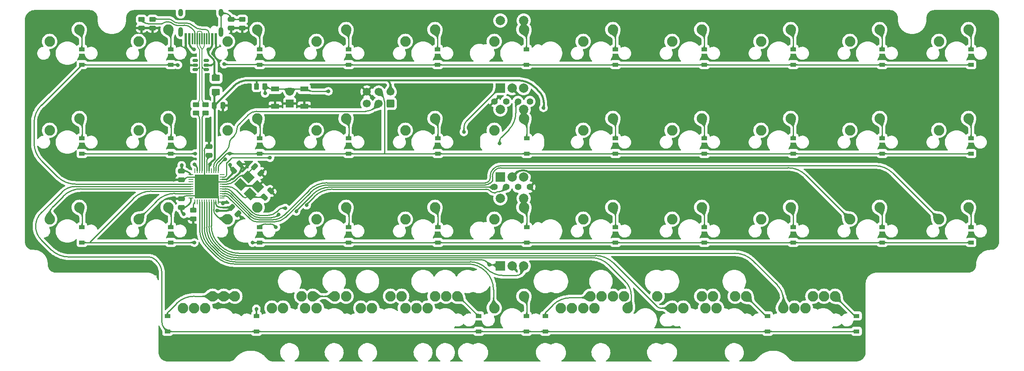
<source format=gbl>
%TF.GenerationSoftware,KiCad,Pcbnew,(6.0.5)*%
%TF.CreationDate,2022-06-12T21:41:47-04:00*%
%TF.ProjectId,vault35_ortho-rounded,7661756c-7433-4355-9f6f-7274686f2d72,rev?*%
%TF.SameCoordinates,Original*%
%TF.FileFunction,Copper,L2,Bot*%
%TF.FilePolarity,Positive*%
%FSLAX46Y46*%
G04 Gerber Fmt 4.6, Leading zero omitted, Abs format (unit mm)*
G04 Created by KiCad (PCBNEW (6.0.5)) date 2022-06-12 21:41:47*
%MOMM*%
%LPD*%
G01*
G04 APERTURE LIST*
G04 Aperture macros list*
%AMRoundRect*
0 Rectangle with rounded corners*
0 $1 Rounding radius*
0 $2 $3 $4 $5 $6 $7 $8 $9 X,Y pos of 4 corners*
0 Add a 4 corners polygon primitive as box body*
4,1,4,$2,$3,$4,$5,$6,$7,$8,$9,$2,$3,0*
0 Add four circle primitives for the rounded corners*
1,1,$1+$1,$2,$3*
1,1,$1+$1,$4,$5*
1,1,$1+$1,$6,$7*
1,1,$1+$1,$8,$9*
0 Add four rect primitives between the rounded corners*
20,1,$1+$1,$2,$3,$4,$5,0*
20,1,$1+$1,$4,$5,$6,$7,0*
20,1,$1+$1,$6,$7,$8,$9,0*
20,1,$1+$1,$8,$9,$2,$3,0*%
%AMRotRect*
0 Rectangle, with rotation*
0 The origin of the aperture is its center*
0 $1 length*
0 $2 width*
0 $3 Rotation angle, in degrees counterclockwise*
0 Add horizontal line*
21,1,$1,$2,0,0,$3*%
G04 Aperture macros list end*
%TA.AperFunction,ComponentPad*%
%ADD10C,2.250000*%
%TD*%
%TA.AperFunction,ComponentPad*%
%ADD11R,1.700000X1.700000*%
%TD*%
%TA.AperFunction,ComponentPad*%
%ADD12O,1.700000X1.700000*%
%TD*%
%TA.AperFunction,ComponentPad*%
%ADD13R,2.000000X2.000000*%
%TD*%
%TA.AperFunction,ComponentPad*%
%ADD14C,2.000000*%
%TD*%
%TA.AperFunction,ComponentPad*%
%ADD15C,1.397000*%
%TD*%
%TA.AperFunction,SMDPad,CuDef*%
%ADD16R,1.200000X0.900000*%
%TD*%
%TA.AperFunction,SMDPad,CuDef*%
%ADD17RotRect,2.100000X1.800000X135.000000*%
%TD*%
%TA.AperFunction,SMDPad,CuDef*%
%ADD18RoundRect,0.150000X-0.450000X-0.150000X0.450000X-0.150000X0.450000X0.150000X-0.450000X0.150000X0*%
%TD*%
%TA.AperFunction,SMDPad,CuDef*%
%ADD19RoundRect,0.250000X-0.450000X0.262500X-0.450000X-0.262500X0.450000X-0.262500X0.450000X0.262500X0*%
%TD*%
%TA.AperFunction,SMDPad,CuDef*%
%ADD20RoundRect,0.250001X-0.624999X0.462499X-0.624999X-0.462499X0.624999X-0.462499X0.624999X0.462499X0*%
%TD*%
%TA.AperFunction,SMDPad,CuDef*%
%ADD21RoundRect,0.062500X-0.062500X0.475000X-0.062500X-0.475000X0.062500X-0.475000X0.062500X0.475000X0*%
%TD*%
%TA.AperFunction,SMDPad,CuDef*%
%ADD22RoundRect,0.062500X-0.475000X0.062500X-0.475000X-0.062500X0.475000X-0.062500X0.475000X0.062500X0*%
%TD*%
%TA.AperFunction,SMDPad,CuDef*%
%ADD23R,5.200000X5.200000*%
%TD*%
%TA.AperFunction,SMDPad,CuDef*%
%ADD24RoundRect,0.250000X-0.512652X-0.159099X-0.159099X-0.512652X0.512652X0.159099X0.159099X0.512652X0*%
%TD*%
%TA.AperFunction,SMDPad,CuDef*%
%ADD25RoundRect,0.250000X-0.250000X-0.475000X0.250000X-0.475000X0.250000X0.475000X-0.250000X0.475000X0*%
%TD*%
%TA.AperFunction,SMDPad,CuDef*%
%ADD26RoundRect,0.250000X0.450000X-0.262500X0.450000X0.262500X-0.450000X0.262500X-0.450000X-0.262500X0*%
%TD*%
%TA.AperFunction,SMDPad,CuDef*%
%ADD27R,1.800000X1.100000*%
%TD*%
%TA.AperFunction,SMDPad,CuDef*%
%ADD28RoundRect,0.250000X0.159099X-0.512652X0.512652X-0.159099X-0.159099X0.512652X-0.512652X0.159099X0*%
%TD*%
%TA.AperFunction,SMDPad,CuDef*%
%ADD29RoundRect,0.250000X-0.475000X0.250000X-0.475000X-0.250000X0.475000X-0.250000X0.475000X0.250000X0*%
%TD*%
%TA.AperFunction,SMDPad,CuDef*%
%ADD30RoundRect,0.250000X0.475000X-0.250000X0.475000X0.250000X-0.475000X0.250000X-0.475000X-0.250000X0*%
%TD*%
%TA.AperFunction,SMDPad,CuDef*%
%ADD31R,0.550000X2.450000*%
%TD*%
%TA.AperFunction,SMDPad,CuDef*%
%ADD32R,0.300000X2.450000*%
%TD*%
%TA.AperFunction,ComponentPad*%
%ADD33O,1.000000X1.600000*%
%TD*%
%TA.AperFunction,ComponentPad*%
%ADD34O,1.000000X2.100000*%
%TD*%
%TA.AperFunction,SMDPad,CuDef*%
%ADD35RoundRect,0.250000X0.262500X0.450000X-0.262500X0.450000X-0.262500X-0.450000X0.262500X-0.450000X0*%
%TD*%
%TA.AperFunction,ComponentPad*%
%ADD36RoundRect,0.250000X0.600000X-0.600000X0.600000X0.600000X-0.600000X0.600000X-0.600000X-0.600000X0*%
%TD*%
%TA.AperFunction,ComponentPad*%
%ADD37C,1.700000*%
%TD*%
%TA.AperFunction,ViaPad*%
%ADD38C,0.800000*%
%TD*%
%TA.AperFunction,Conductor*%
%ADD39C,0.254000*%
%TD*%
%TA.AperFunction,Conductor*%
%ADD40C,0.381000*%
%TD*%
%TA.AperFunction,Conductor*%
%ADD41C,0.304800*%
%TD*%
%TA.AperFunction,Conductor*%
%ADD42C,0.250000*%
%TD*%
%TA.AperFunction,Conductor*%
%ADD43C,0.200000*%
%TD*%
G04 APERTURE END LIST*
D10*
%TO.P,K_SPACE4,1*%
%TO.N,col3*%
X115252500Y-63341250D03*
%TO.P,K_SPACE4,2*%
%TO.N,Net-(D_SPACE4-Pad2)*%
X121602500Y-60801250D03*
%TD*%
%TO.P,K_SPACE17,1*%
%TO.N,col5*%
X153352500Y-82391250D03*
%TO.P,K_SPACE17,2*%
%TO.N,Net-(D_SPACE17-Pad2)*%
X159702500Y-79851250D03*
%TD*%
%TO.P,K_SPACE30,1*%
%TO.N,col7*%
X191452500Y-101441250D03*
%TO.P,K_SPACE30,2*%
%TO.N,Net-(D_SPACE30-Pad2)*%
X197802500Y-98901250D03*
%TD*%
D11*
%TO.P,SW5,1,1*%
%TO.N,GND*%
X109537501Y-76676250D03*
D12*
%TO.P,SW5,2,2*%
%TO.N,RST*%
X109537501Y-74136250D03*
%TD*%
D10*
%TO.P,K_SPACE54,1*%
%TO.N,col3*%
X112871250Y-120491250D03*
%TO.P,K_SPACE54,2*%
%TO.N,Net-(D_SPACE35-Pad2)*%
X119221250Y-117951250D03*
%TD*%
%TO.P,K_SPACE41,1*%
%TO.N,col2*%
X86677500Y-120491250D03*
%TO.P,K_SPACE41,2*%
%TO.N,Net-(D_SPACE34-Pad2)*%
X93027500Y-117951250D03*
%TD*%
%TO.P,K_SPACE51,1*%
%TO.N,col6*%
X170021250Y-120491250D03*
%TO.P,K_SPACE51,2*%
%TO.N,Net-(D_SPACE38-Pad2)*%
X176371250Y-117951250D03*
%TD*%
%TO.P,K_SPACE43,1*%
%TO.N,col4*%
X134302500Y-120491250D03*
%TO.P,K_SPACE43,2*%
%TO.N,Net-(D_SPACE36-Pad2)*%
X140652500Y-117951250D03*
%TD*%
%TO.P,K_SPACE45,1*%
%TO.N,col7*%
X200977500Y-120491250D03*
%TO.P,K_SPACE45,2*%
%TO.N,Net-(D_SPACE39-Pad2)*%
X207327500Y-117951250D03*
%TD*%
%TO.P,K_SPACE9,1*%
%TO.N,col8*%
X210502500Y-63341250D03*
%TO.P,K_SPACE9,2*%
%TO.N,Net-(D_SPACE9-Pad2)*%
X216852500Y-60801250D03*
%TD*%
%TO.P,K_SPACE21,1*%
%TO.N,col9*%
X229552500Y-82391250D03*
%TO.P,K_SPACE21,2*%
%TO.N,Net-(D_SPACE21-Pad2)*%
X235902500Y-79851250D03*
%TD*%
%TO.P,K_SPACE33,1*%
%TO.N,col10*%
X248602500Y-101441250D03*
%TO.P,K_SPACE33,2*%
%TO.N,Net-(D_SPACE33-Pad2)*%
X254952500Y-98901250D03*
%TD*%
%TO.P,K_SPACE29,1*%
%TO.N,col6*%
X172402500Y-101441250D03*
%TO.P,K_SPACE29,2*%
%TO.N,Net-(D_SPACE29-Pad2)*%
X178752500Y-98901250D03*
%TD*%
%TO.P,K_SPACE37,1*%
%TO.N,col5*%
X153352500Y-120491250D03*
%TO.P,K_SPACE37,2*%
%TO.N,Net-(D_SPACE37-Pad2)*%
X159702500Y-117951250D03*
%TD*%
%TO.P,K_SPACE15,1*%
%TO.N,col3*%
X115252500Y-82391250D03*
%TO.P,K_SPACE15,2*%
%TO.N,Net-(D_SPACE15-Pad2)*%
X121602500Y-79851250D03*
%TD*%
%TO.P,K_SPACE28,1*%
%TO.N,col5*%
X153352500Y-101441250D03*
%TO.P,K_SPACE28,2*%
%TO.N,Net-(D_SPACE28-Pad2)*%
X159702500Y-98901250D03*
%TD*%
%TO.P,K_SPACE50,1*%
%TO.N,col4*%
X136683750Y-120491250D03*
%TO.P,K_SPACE50,2*%
%TO.N,Net-(D_SPACE36-Pad2)*%
X143033750Y-117951250D03*
%TD*%
%TO.P,K_SPACE55,1*%
%TO.N,col7*%
X193833750Y-120491250D03*
%TO.P,K_SPACE55,2*%
%TO.N,Net-(D_SPACE39-Pad2)*%
X200183750Y-117951250D03*
%TD*%
%TO.P,K_SPACE39,1*%
%TO.N,col7*%
X191452500Y-120491250D03*
%TO.P,K_SPACE39,2*%
%TO.N,Net-(D_SPACE39-Pad2)*%
X197802500Y-117951250D03*
%TD*%
%TO.P,K_SPACE10,1*%
%TO.N,col9*%
X229552500Y-63341250D03*
%TO.P,K_SPACE10,2*%
%TO.N,Net-(D_SPACE10-Pad2)*%
X235902500Y-60801250D03*
%TD*%
%TO.P,K_SPACE60,1*%
%TO.N,col4*%
X139065000Y-120491250D03*
%TO.P,K_SPACE60,2*%
%TO.N,Net-(D_SPACE36-Pad2)*%
X145415000Y-117951250D03*
%TD*%
%TO.P,K_SPACE2,1*%
%TO.N,col1*%
X77152500Y-63341250D03*
%TO.P,K_SPACE2,2*%
%TO.N,Net-(D_SPACE2-Pad2)*%
X83502500Y-60801250D03*
%TD*%
%TO.P,K_SPACE53,1*%
%TO.N,col2*%
X89058750Y-120491250D03*
%TO.P,K_SPACE53,2*%
%TO.N,Net-(D_SPACE34-Pad2)*%
X95408750Y-117951250D03*
%TD*%
%TO.P,K_SPACE14,1*%
%TO.N,col2*%
X96202500Y-82391250D03*
%TO.P,K_SPACE14,2*%
%TO.N,Net-(D_SPACE14-Pad2)*%
X102552500Y-79851250D03*
%TD*%
%TO.P,K_SPACE32,1*%
%TO.N,col9*%
X229552500Y-101441250D03*
%TO.P,K_SPACE32,2*%
%TO.N,Net-(D_SPACE32-Pad2)*%
X235902500Y-98901250D03*
%TD*%
%TO.P,K_SPACE47,1*%
%TO.N,col4*%
X127158750Y-120491250D03*
%TO.P,K_SPACE47,2*%
%TO.N,Net-(D_SPACE36-Pad2)*%
X133508750Y-117951250D03*
%TD*%
%TO.P,K_SPACE59,1*%
%TO.N,col5*%
X153352500Y-120491250D03*
%TO.P,K_SPACE59,2*%
%TO.N,Net-(D_SPACE37-Pad2)*%
X159702500Y-117951250D03*
%TD*%
D13*
%TO.P,SW2,A,A*%
%TO.N,encA*%
X154662500Y-73374486D03*
D14*
%TO.P,SW2,B,B*%
%TO.N,encB*%
X159662500Y-73374486D03*
%TO.P,SW2,C,C*%
%TO.N,GND*%
X157162500Y-73374486D03*
%TO.P,SW2,S1,S1*%
%TO.N,Net-(D_SPACE6-Pad2)*%
X159662500Y-58874486D03*
%TO.P,SW2,S2,S2*%
%TO.N,col5*%
X154662500Y-58874486D03*
%TD*%
D13*
%TO.P,SW3,A,A*%
%TO.N,SDA*%
X154662500Y-92428031D03*
D14*
%TO.P,SW3,B,B*%
%TO.N,SCL*%
X159662500Y-92428031D03*
%TO.P,SW3,C,C*%
%TO.N,GND*%
X157162500Y-92428031D03*
%TO.P,SW3,S1,S1*%
%TO.N,Net-(D_SPACE17-Pad2)*%
X159662500Y-77928031D03*
%TO.P,SW3,S2,S2*%
%TO.N,col5*%
X154662500Y-77928031D03*
%TD*%
D10*
%TO.P,K_SPACE26,1*%
%TO.N,col3*%
X115252500Y-101441250D03*
%TO.P,K_SPACE26,2*%
%TO.N,Net-(D_SPACE26-Pad2)*%
X121602500Y-98901250D03*
%TD*%
%TO.P,K_SPACE36,1*%
%TO.N,col4*%
X134302500Y-120491250D03*
%TO.P,K_SPACE36,2*%
%TO.N,Net-(D_SPACE36-Pad2)*%
X140652500Y-117951250D03*
%TD*%
%TO.P,K_SPACE58,1*%
%TO.N,col6*%
X181927500Y-120491250D03*
%TO.P,K_SPACE58,2*%
%TO.N,Net-(D_SPACE38-Pad2)*%
X188277500Y-117951250D03*
%TD*%
D13*
%TO.P,SW4,A,A*%
%TO.N,encA*%
X154662500Y-111477198D03*
D14*
%TO.P,SW4,B,B*%
%TO.N,encB*%
X159662500Y-111477198D03*
%TO.P,SW4,C,C*%
%TO.N,GND*%
X157162500Y-111477198D03*
%TO.P,SW4,S1,S1*%
%TO.N,Net-(D_SPACE28-Pad2)*%
X159662500Y-96977198D03*
%TO.P,SW4,S2,S2*%
%TO.N,col5*%
X154662500Y-96977198D03*
%TD*%
D10*
%TO.P,K_SPACE34,1*%
%TO.N,col2*%
X91440000Y-120491250D03*
%TO.P,K_SPACE34,2*%
%TO.N,Net-(D_SPACE34-Pad2)*%
X97790000Y-117951250D03*
%TD*%
%TO.P,K_SPACE25,1*%
%TO.N,col2*%
X96202500Y-101441250D03*
%TO.P,K_SPACE25,2*%
%TO.N,Net-(D_SPACE25-Pad2)*%
X102552500Y-98901250D03*
%TD*%
%TO.P,K_SPACE38,1*%
%TO.N,col6*%
X172402500Y-120491250D03*
%TO.P,K_SPACE38,2*%
%TO.N,Net-(D_SPACE38-Pad2)*%
X178752500Y-117951250D03*
%TD*%
%TO.P,K_SPACE52,1*%
%TO.N,col7*%
X198596250Y-120491250D03*
%TO.P,K_SPACE52,2*%
%TO.N,Net-(D_SPACE39-Pad2)*%
X204946250Y-117951250D03*
%TD*%
%TO.P,K_SPACE8,1*%
%TO.N,col7*%
X191452500Y-63341250D03*
%TO.P,K_SPACE8,2*%
%TO.N,Net-(D_SPACE8-Pad2)*%
X197802500Y-60801250D03*
%TD*%
%TO.P,K_SPACE57,1*%
%TO.N,col4*%
X124777500Y-120491250D03*
%TO.P,K_SPACE57,2*%
%TO.N,Net-(D_SPACE36-Pad2)*%
X131127500Y-117951250D03*
%TD*%
%TO.P,K_SPACE44,1*%
%TO.N,col6*%
X172402500Y-120491250D03*
%TO.P,K_SPACE44,2*%
%TO.N,Net-(D_SPACE38-Pad2)*%
X178752500Y-117951250D03*
%TD*%
%TO.P,K_SPACE35,1*%
%TO.N,col3*%
X115252500Y-120491250D03*
%TO.P,K_SPACE35,2*%
%TO.N,Net-(D_SPACE35-Pad2)*%
X121602500Y-117951250D03*
%TD*%
%TO.P,K_SPACE20,1*%
%TO.N,col8*%
X210502500Y-82391250D03*
%TO.P,K_SPACE20,2*%
%TO.N,Net-(D_SPACE20-Pad2)*%
X216852500Y-79851250D03*
%TD*%
%TO.P,K_SPACE46,1*%
%TO.N,col8*%
X220027500Y-120491250D03*
%TO.P,K_SPACE46,2*%
%TO.N,Net-(D_SPACE40-Pad2)*%
X226377500Y-117951250D03*
%TD*%
D15*
%TO.P,OL1,1,SDA*%
%TO.N,SDA*%
X153352500Y-94554586D03*
%TO.P,OL1,2,SCL*%
%TO.N,SCL*%
X155892500Y-94554586D03*
%TO.P,OL1,3,VCC*%
%TO.N,+5V*%
X158432500Y-94554586D03*
%TO.P,OL1,4,GND*%
%TO.N,GND*%
X160972500Y-94554586D03*
%TD*%
D10*
%TO.P,K_SPACE11,1*%
%TO.N,col10*%
X248602500Y-63341250D03*
%TO.P,K_SPACE11,2*%
%TO.N,Net-(D_SPACE11-Pad2)*%
X254952500Y-60801250D03*
%TD*%
%TO.P,K_SPACE56,1*%
%TO.N,col8*%
X217646250Y-120491250D03*
%TO.P,K_SPACE56,2*%
%TO.N,Net-(D_SPACE40-Pad2)*%
X223996250Y-117951250D03*
%TD*%
%TO.P,K_SPACE19,1*%
%TO.N,col7*%
X191452500Y-82391250D03*
%TO.P,K_SPACE19,2*%
%TO.N,Net-(D_SPACE19-Pad2)*%
X197802500Y-79851250D03*
%TD*%
%TO.P,K_SPACE23,1*%
%TO.N,col0*%
X58102500Y-101441250D03*
%TO.P,K_SPACE23,2*%
%TO.N,Net-(D_SPACE23-Pad2)*%
X64452500Y-98901250D03*
%TD*%
%TO.P,K_SPACE16,1*%
%TO.N,col4*%
X134302500Y-82391250D03*
%TO.P,K_SPACE16,2*%
%TO.N,Net-(D_SPACE16-Pad2)*%
X140652500Y-79851250D03*
%TD*%
%TO.P,K_SPACE12,1*%
%TO.N,col0*%
X58102500Y-82391250D03*
%TO.P,K_SPACE12,2*%
%TO.N,Net-(D_SPACE12-Pad2)*%
X64452500Y-79851250D03*
%TD*%
%TO.P,K_SPACE22,1*%
%TO.N,col10*%
X248602500Y-82391250D03*
%TO.P,K_SPACE22,2*%
%TO.N,Net-(D_SPACE22-Pad2)*%
X254952500Y-79851250D03*
%TD*%
%TO.P,K_SPACE61,1*%
%TO.N,col6*%
X167640000Y-120491250D03*
%TO.P,K_SPACE61,2*%
%TO.N,Net-(D_SPACE38-Pad2)*%
X173990000Y-117951250D03*
%TD*%
%TO.P,K_SPACE49,1*%
%TO.N,col3*%
X108108750Y-120491250D03*
%TO.P,K_SPACE49,2*%
%TO.N,Net-(D_SPACE35-Pad2)*%
X114458750Y-117951250D03*
%TD*%
%TO.P,K_SPACE3,1*%
%TO.N,col2*%
X96202500Y-63341250D03*
%TO.P,K_SPACE3,2*%
%TO.N,Net-(D_SPACE3-Pad2)*%
X102552500Y-60801250D03*
%TD*%
%TO.P,K_SPACE7,1*%
%TO.N,col6*%
X172402500Y-63341250D03*
%TO.P,K_SPACE7,2*%
%TO.N,Net-(D_SPACE7-Pad2)*%
X178752500Y-60801250D03*
%TD*%
%TO.P,K_SPACE48,1*%
%TO.N,col6*%
X174783750Y-120491250D03*
%TO.P,K_SPACE48,2*%
%TO.N,Net-(D_SPACE38-Pad2)*%
X181133750Y-117951250D03*
%TD*%
D15*
%TO.P,OL2,1,SDA*%
%TO.N,SDA*%
X160972500Y-76200000D03*
%TO.P,OL2,2,SCL*%
%TO.N,SCL*%
X158432500Y-76200000D03*
%TO.P,OL2,3,VCC*%
%TO.N,+5V*%
X155892500Y-76200000D03*
%TO.P,OL2,4,GND*%
%TO.N,GND*%
X153352500Y-76200000D03*
%TD*%
D10*
%TO.P,K_SPACE6,1*%
%TO.N,col5*%
X153352500Y-63341250D03*
%TO.P,K_SPACE6,2*%
%TO.N,Net-(D_SPACE6-Pad2)*%
X159702500Y-60801250D03*
%TD*%
%TO.P,K_SPACE5,1*%
%TO.N,col4*%
X134302500Y-63341250D03*
%TO.P,K_SPACE5,2*%
%TO.N,Net-(D_SPACE5-Pad2)*%
X140652500Y-60801250D03*
%TD*%
%TO.P,K_SPACE40,1*%
%TO.N,col8*%
X215265000Y-120491250D03*
%TO.P,K_SPACE40,2*%
%TO.N,Net-(D_SPACE40-Pad2)*%
X221615000Y-117951250D03*
%TD*%
%TO.P,K_SPACE27,1*%
%TO.N,col4*%
X134302500Y-101441250D03*
%TO.P,K_SPACE27,2*%
%TO.N,Net-(D_SPACE27-Pad2)*%
X140652500Y-98901250D03*
%TD*%
%TO.P,K_SPACE24,1*%
%TO.N,col1*%
X77152500Y-101441250D03*
%TO.P,K_SPACE24,2*%
%TO.N,Net-(D_SPACE24-Pad2)*%
X83502500Y-98901250D03*
%TD*%
%TO.P,K_SPACE18,1*%
%TO.N,col6*%
X172402500Y-82391250D03*
%TO.P,K_SPACE18,2*%
%TO.N,Net-(D_SPACE18-Pad2)*%
X178752500Y-79851250D03*
%TD*%
%TO.P,K_SPACE31,1*%
%TO.N,col8*%
X210502500Y-101441250D03*
%TO.P,K_SPACE31,2*%
%TO.N,Net-(D_SPACE31-Pad2)*%
X216852500Y-98901250D03*
%TD*%
%TO.P,K_SPACE1,1*%
%TO.N,col0*%
X58102500Y-63341250D03*
%TO.P,K_SPACE1,2*%
%TO.N,Net-(D_SPACE1-Pad2)*%
X64452500Y-60801250D03*
%TD*%
%TO.P,K_SPACE42,1*%
%TO.N,col3*%
X105727500Y-120491250D03*
%TO.P,K_SPACE42,2*%
%TO.N,Net-(D_SPACE35-Pad2)*%
X112077500Y-117951250D03*
%TD*%
%TO.P,K_SPACE13,1*%
%TO.N,col1*%
X77152500Y-82391250D03*
%TO.P,K_SPACE13,2*%
%TO.N,Net-(D_SPACE13-Pad2)*%
X83502500Y-79851250D03*
%TD*%
D16*
%TO.P,D_SPACE17,1,K*%
%TO.N,row1*%
X160298440Y-87375000D03*
%TO.P,D_SPACE17,2,A*%
%TO.N,Net-(D_SPACE17-Pad2)*%
X160298440Y-84075000D03*
%TD*%
%TO.P,D_SPACE34,1,K*%
%TO.N,row3*%
X83343750Y-125475000D03*
%TO.P,D_SPACE34,2,A*%
%TO.N,Net-(D_SPACE34-Pad2)*%
X83343750Y-122175000D03*
%TD*%
%TO.P,D_SPACE5,1,K*%
%TO.N,row0*%
X141212656Y-68325000D03*
%TO.P,D_SPACE5,2,A*%
%TO.N,Net-(D_SPACE5-Pad2)*%
X141212656Y-65025000D03*
%TD*%
%TO.P,D_SPACE1,1,K*%
%TO.N,row0*%
X65014844Y-68325000D03*
%TO.P,D_SPACE1,2,A*%
%TO.N,Net-(D_SPACE1-Pad2)*%
X65014844Y-65025000D03*
%TD*%
%TO.P,D_SPACE32,1,K*%
%TO.N,row2*%
X236467192Y-106425000D03*
%TO.P,D_SPACE32,2,A*%
%TO.N,Net-(D_SPACE32-Pad2)*%
X236467192Y-103125000D03*
%TD*%
D17*
%TO.P,X1,1,1*%
%TO.N,Net-(C1-Pad1)*%
X101077393Y-96085736D03*
%TO.P,X1,2,2*%
%TO.N,GND*%
X99026783Y-94035126D03*
%TO.P,X1,3,3*%
%TO.N,Net-(C2-Pad1)*%
X100653129Y-92408780D03*
%TO.P,X1,4,4*%
%TO.N,GND*%
X102703739Y-94459390D03*
%TD*%
D16*
%TO.P,D_SPACE36,1,K*%
%TO.N,row3*%
X150018750Y-125475000D03*
%TO.P,D_SPACE36,2,A*%
%TO.N,Net-(D_SPACE36-Pad2)*%
X150018750Y-122175000D03*
%TD*%
D18*
%TO.P,U1,1,IO1*%
%TO.N,D-*%
X89287500Y-69368750D03*
%TO.P,U1,2,VN*%
%TO.N,GND*%
X89287500Y-68418750D03*
%TO.P,U1,3,IO2*%
%TO.N,unconnected-(U1-Pad3)*%
X89287500Y-67468750D03*
%TO.P,U1,4,IO3*%
%TO.N,unconnected-(U1-Pad4)*%
X91687500Y-67468750D03*
%TO.P,U1,5,VP*%
%TO.N,VCC*%
X91687500Y-68418750D03*
%TO.P,U1,6,IO4*%
%TO.N,D+*%
X91687500Y-69368750D03*
%TD*%
D19*
%TO.P,UR5,1*%
%TO.N,Net-(C9-Pad2)*%
X99382580Y-58638750D03*
%TO.P,UR5,2*%
%TO.N,GND*%
X99382580Y-60463750D03*
%TD*%
D20*
%TO.P,F1,1*%
%TO.N,VCC*%
X93735235Y-71185785D03*
%TO.P,F1,2*%
%TO.N,+5V*%
X93735235Y-74160785D03*
%TD*%
D16*
%TO.P,D_SPACE38,1,K*%
%TO.N,row3*%
X164306250Y-125475000D03*
%TO.P,D_SPACE38,2,A*%
%TO.N,Net-(D_SPACE38-Pad2)*%
X164306250Y-122175000D03*
%TD*%
%TO.P,D_SPACE25,1,K*%
%TO.N,row2*%
X103113750Y-106425000D03*
%TO.P,D_SPACE25,2,A*%
%TO.N,Net-(D_SPACE25-Pad2)*%
X103113750Y-103125000D03*
%TD*%
D19*
%TO.P,UR3,1*%
%TO.N,Net-(UR3-Pad1)*%
X77787500Y-58618750D03*
%TO.P,UR3,2*%
%TO.N,GND*%
X77787500Y-60443750D03*
%TD*%
D16*
%TO.P,D_SPACE18,1,K*%
%TO.N,row1*%
X179340628Y-87375000D03*
%TO.P,D_SPACE18,2,A*%
%TO.N,Net-(D_SPACE18-Pad2)*%
X179340628Y-84075000D03*
%TD*%
D21*
%TO.P,U2,1,PE6*%
%TO.N,unconnected-(U2-Pad1)*%
X89239571Y-91089716D03*
%TO.P,U2,2,UVCC*%
%TO.N,+5V*%
X89739571Y-91089716D03*
%TO.P,U2,3,D-*%
%TO.N,Net-(U2-Pad3)*%
X90239571Y-91089716D03*
%TO.P,U2,4,D+*%
%TO.N,Net-(U2-Pad4)*%
X90739571Y-91089716D03*
%TO.P,U2,5,UGND*%
%TO.N,GND*%
X91239571Y-91089716D03*
%TO.P,U2,6,UCAP*%
%TO.N,Net-(C3-Pad1)*%
X91739571Y-91089716D03*
%TO.P,U2,7,VBUS*%
%TO.N,+5V*%
X92239571Y-91089716D03*
%TO.P,U2,8,PB0*%
%TO.N,unconnected-(U2-Pad8)*%
X92739571Y-91089716D03*
%TO.P,U2,9,PB1*%
%TO.N,col4*%
X93239571Y-91089716D03*
%TO.P,U2,10,PB2*%
%TO.N,row1*%
X93739571Y-91089716D03*
%TO.P,U2,11,PB3*%
%TO.N,col3*%
X94239571Y-91089716D03*
D22*
%TO.P,U2,12,PB7*%
%TO.N,unconnected-(U2-Pad12)*%
X95077071Y-91927216D03*
%TO.P,U2,13,~{RESET}*%
%TO.N,RST*%
X95077071Y-92427216D03*
%TO.P,U2,14,VCC*%
%TO.N,+5V*%
X95077071Y-92927216D03*
%TO.P,U2,15,GND*%
%TO.N,GND*%
X95077071Y-93427216D03*
%TO.P,U2,16,XTAL2*%
%TO.N,Net-(C2-Pad1)*%
X95077071Y-93927216D03*
%TO.P,U2,17,XTAL1*%
%TO.N,Net-(C1-Pad1)*%
X95077071Y-94427216D03*
%TO.P,U2,18,PD0*%
%TO.N,SCL*%
X95077071Y-94927216D03*
%TO.P,U2,19,PD1*%
%TO.N,SDA*%
X95077071Y-95427216D03*
%TO.P,U2,20,PD2*%
%TO.N,col10*%
X95077071Y-95927216D03*
%TO.P,U2,21,PD3*%
%TO.N,col9*%
X95077071Y-96427216D03*
%TO.P,U2,22,PD5*%
%TO.N,unconnected-(U2-Pad22)*%
X95077071Y-96927216D03*
D21*
%TO.P,U2,23,GND*%
%TO.N,GND*%
X94239571Y-97764716D03*
%TO.P,U2,24,AVCC*%
%TO.N,+5V*%
X93739571Y-97764716D03*
%TO.P,U2,25,PD4*%
%TO.N,col2*%
X93239571Y-97764716D03*
%TO.P,U2,26,PD6*%
%TO.N,col8*%
X92739571Y-97764716D03*
%TO.P,U2,27,PD7*%
%TO.N,col7*%
X92239571Y-97764716D03*
%TO.P,U2,28,PB4*%
%TO.N,col6*%
X91739571Y-97764716D03*
%TO.P,U2,29,PB5*%
%TO.N,encA*%
X91239571Y-97764716D03*
%TO.P,U2,30,PB6*%
%TO.N,encB*%
X90739571Y-97764716D03*
%TO.P,U2,31,PC6*%
%TO.N,col5*%
X90239571Y-97764716D03*
%TO.P,U2,32,PC7*%
%TO.N,unconnected-(U2-Pad32)*%
X89739571Y-97764716D03*
%TO.P,U2,33,~{HWB}/PE2*%
%TO.N,Net-(R2-Pad2)*%
X89239571Y-97764716D03*
D22*
%TO.P,U2,34,VCC*%
%TO.N,+5V*%
X88402071Y-96927216D03*
%TO.P,U2,35,GND*%
%TO.N,GND*%
X88402071Y-96427216D03*
%TO.P,U2,36,PF7*%
%TO.N,col1*%
X88402071Y-95927216D03*
%TO.P,U2,37,PF6*%
%TO.N,row2*%
X88402071Y-95427216D03*
%TO.P,U2,38,PF5*%
%TO.N,col0*%
X88402071Y-94927216D03*
%TO.P,U2,39,PF4*%
%TO.N,row3*%
X88402071Y-94427216D03*
%TO.P,U2,40,PF1*%
%TO.N,row0*%
X88402071Y-93927216D03*
%TO.P,U2,41,PF0*%
%TO.N,unconnected-(U2-Pad41)*%
X88402071Y-93427216D03*
%TO.P,U2,42,AREF*%
%TO.N,unconnected-(U2-Pad42)*%
X88402071Y-92927216D03*
%TO.P,U2,43,GND*%
%TO.N,GND*%
X88402071Y-92427216D03*
%TO.P,U2,44,AVCC*%
%TO.N,+5V*%
X88402071Y-91927216D03*
D23*
%TO.P,U2,45,GND*%
%TO.N,GND*%
X91739571Y-94427216D03*
%TD*%
D16*
%TO.P,D_SPACE9,1,K*%
%TO.N,row0*%
X217410468Y-68325000D03*
%TO.P,D_SPACE9,2,A*%
%TO.N,Net-(D_SPACE9-Pad2)*%
X217410468Y-65025000D03*
%TD*%
%TO.P,D_SPACE13,1,K*%
%TO.N,row1*%
X84064297Y-87375000D03*
%TO.P,D_SPACE13,2,A*%
%TO.N,Net-(D_SPACE13-Pad2)*%
X84064297Y-84075000D03*
%TD*%
D24*
%TO.P,C2,1*%
%TO.N,Net-(C2-Pad1)*%
X102009165Y-90217401D03*
%TO.P,C2,2*%
%TO.N,GND*%
X103352667Y-91560903D03*
%TD*%
D25*
%TO.P,C4,1*%
%TO.N,+5V*%
X93365235Y-77087500D03*
%TO.P,C4,2*%
%TO.N,GND*%
X95265235Y-77087500D03*
%TD*%
D16*
%TO.P,D_SPACE35,1,K*%
%TO.N,row3*%
X102393750Y-125475000D03*
%TO.P,D_SPACE35,2,A*%
%TO.N,Net-(D_SPACE35-Pad2)*%
X102393750Y-122175000D03*
%TD*%
%TO.P,D_SPACE12,1,K*%
%TO.N,row1*%
X65014844Y-87375000D03*
%TO.P,D_SPACE12,2,A*%
%TO.N,Net-(D_SPACE12-Pad2)*%
X65014844Y-84075000D03*
%TD*%
%TO.P,D_SPACE29,1,K*%
%TO.N,row2*%
X179340628Y-106425000D03*
%TO.P,D_SPACE29,2,A*%
%TO.N,Net-(D_SPACE29-Pad2)*%
X179340628Y-103125000D03*
%TD*%
%TO.P,D_SPACE2,1,K*%
%TO.N,row0*%
X84064297Y-68325000D03*
%TO.P,D_SPACE2,2,A*%
%TO.N,Net-(D_SPACE2-Pad2)*%
X84064297Y-65025000D03*
%TD*%
D19*
%TO.P,UR1,1*%
%TO.N,D+*%
X91487500Y-76875000D03*
%TO.P,UR1,2*%
%TO.N,Net-(U2-Pad4)*%
X91487500Y-78700000D03*
%TD*%
D16*
%TO.P,D_SPACE20,1,K*%
%TO.N,row1*%
X217425004Y-87375000D03*
%TO.P,D_SPACE20,2,A*%
%TO.N,Net-(D_SPACE20-Pad2)*%
X217425004Y-84075000D03*
%TD*%
%TO.P,D_SPACE24,1,K*%
%TO.N,row2*%
X84064297Y-106425000D03*
%TO.P,D_SPACE24,2,A*%
%TO.N,Net-(D_SPACE24-Pad2)*%
X84064297Y-103125000D03*
%TD*%
%TO.P,D_SPACE21,1,K*%
%TO.N,row1*%
X236467192Y-87375000D03*
%TO.P,D_SPACE21,2,A*%
%TO.N,Net-(D_SPACE21-Pad2)*%
X236467192Y-84075000D03*
%TD*%
%TO.P,D_SPACE15,1,K*%
%TO.N,row1*%
X122163203Y-87375000D03*
%TO.P,D_SPACE15,2,A*%
%TO.N,Net-(D_SPACE15-Pad2)*%
X122163203Y-84075000D03*
%TD*%
%TO.P,D_SPACE26,1,K*%
%TO.N,row2*%
X122163203Y-106425000D03*
%TO.P,D_SPACE26,2,A*%
%TO.N,Net-(D_SPACE26-Pad2)*%
X122163203Y-103125000D03*
%TD*%
D26*
%TO.P,R2,1*%
%TO.N,GND*%
X88906624Y-101369905D03*
%TO.P,R2,2*%
%TO.N,Net-(R2-Pad2)*%
X88906624Y-99544905D03*
%TD*%
D16*
%TO.P,D_SPACE16,1,K*%
%TO.N,row1*%
X141256252Y-87375000D03*
%TO.P,D_SPACE16,2,A*%
%TO.N,Net-(D_SPACE16-Pad2)*%
X141256252Y-84075000D03*
%TD*%
%TO.P,D_SPACE14,1,K*%
%TO.N,row1*%
X103113750Y-87375000D03*
%TO.P,D_SPACE14,2,A*%
%TO.N,Net-(D_SPACE14-Pad2)*%
X103113750Y-84075000D03*
%TD*%
%TO.P,D_SPACE30,1,K*%
%TO.N,row2*%
X198382816Y-106425000D03*
%TO.P,D_SPACE30,2,A*%
%TO.N,Net-(D_SPACE30-Pad2)*%
X198382816Y-103125000D03*
%TD*%
D27*
%TO.P,SW1,1,1*%
%TO.N,GND*%
X112637501Y-77256249D03*
X106437501Y-77256249D03*
%TO.P,SW1,2,2*%
%TO.N,RST*%
X106437501Y-73556249D03*
X112637501Y-73556249D03*
%TD*%
D28*
%TO.P,C6,1*%
%TO.N,+5V*%
X97496975Y-90988401D03*
%TO.P,C6,2*%
%TO.N,GND*%
X98840477Y-89644899D03*
%TD*%
D16*
%TO.P,D_SPACE4,1,K*%
%TO.N,row0*%
X122163203Y-68325000D03*
%TO.P,D_SPACE4,2,A*%
%TO.N,Net-(D_SPACE4-Pad2)*%
X122163203Y-65025000D03*
%TD*%
D28*
%TO.P,C1,1*%
%TO.N,Net-(C1-Pad1)*%
X104103249Y-96715501D03*
%TO.P,C1,2*%
%TO.N,GND*%
X105446751Y-95371999D03*
%TD*%
D16*
%TO.P,D_SPACE11,1,K*%
%TO.N,row0*%
X255509381Y-68325000D03*
%TO.P,D_SPACE11,2,A*%
%TO.N,Net-(D_SPACE11-Pad2)*%
X255509381Y-65025000D03*
%TD*%
D29*
%TO.P,C8,1*%
%TO.N,+5V*%
X86329595Y-91106694D03*
%TO.P,C8,2*%
%TO.N,GND*%
X86329595Y-93006694D03*
%TD*%
D19*
%TO.P,UR2,1*%
%TO.N,D-*%
X89487500Y-76875000D03*
%TO.P,UR2,2*%
%TO.N,Net-(U2-Pad3)*%
X89487500Y-78700000D03*
%TD*%
D16*
%TO.P,D_SPACE37,1,K*%
%TO.N,row3*%
X160252688Y-125475000D03*
%TO.P,D_SPACE37,2,A*%
%TO.N,Net-(D_SPACE37-Pad2)*%
X160252688Y-122175000D03*
%TD*%
%TO.P,D_SPACE10,1,K*%
%TO.N,row0*%
X236459921Y-68325000D03*
%TO.P,D_SPACE10,2,A*%
%TO.N,Net-(D_SPACE10-Pad2)*%
X236459921Y-65025000D03*
%TD*%
%TO.P,D_SPACE40,1,K*%
%TO.N,row3*%
X230981250Y-125475000D03*
%TO.P,D_SPACE40,2,A*%
%TO.N,Net-(D_SPACE40-Pad2)*%
X230981250Y-122175000D03*
%TD*%
%TO.P,D_SPACE8,1,K*%
%TO.N,row0*%
X198361015Y-68325000D03*
%TO.P,D_SPACE8,2,A*%
%TO.N,Net-(D_SPACE8-Pad2)*%
X198361015Y-65025000D03*
%TD*%
%TO.P,D_SPACE39,1,K*%
%TO.N,row3*%
X211931250Y-125475000D03*
%TO.P,D_SPACE39,2,A*%
%TO.N,Net-(D_SPACE39-Pad2)*%
X211931250Y-122175000D03*
%TD*%
D30*
%TO.P,C3,1*%
%TO.N,Net-(C3-Pad1)*%
X92279949Y-87757068D03*
%TO.P,C3,2*%
%TO.N,GND*%
X92279949Y-85857068D03*
%TD*%
D16*
%TO.P,D_SPACE3,1,K*%
%TO.N,row0*%
X103113750Y-68325000D03*
%TO.P,D_SPACE3,2,A*%
%TO.N,Net-(D_SPACE3-Pad2)*%
X103113750Y-65025000D03*
%TD*%
D24*
%TO.P,C5,1*%
%TO.N,+5V*%
X97081848Y-98964078D03*
%TO.P,C5,2*%
%TO.N,GND*%
X98425350Y-100307580D03*
%TD*%
D30*
%TO.P,C7,1*%
%TO.N,+5V*%
X86349990Y-98960603D03*
%TO.P,C7,2*%
%TO.N,GND*%
X86349990Y-97060603D03*
%TD*%
D16*
%TO.P,D_SPACE27,1,K*%
%TO.N,row2*%
X141256252Y-106425000D03*
%TO.P,D_SPACE27,2,A*%
%TO.N,Net-(D_SPACE27-Pad2)*%
X141256252Y-103125000D03*
%TD*%
%TO.P,D_SPACE28,1,K*%
%TO.N,row2*%
X160298440Y-106425000D03*
%TO.P,D_SPACE28,2,A*%
%TO.N,Net-(D_SPACE28-Pad2)*%
X160298440Y-103125000D03*
%TD*%
%TO.P,D_SPACE23,1,K*%
%TO.N,row2*%
X65014844Y-106425000D03*
%TO.P,D_SPACE23,2,A*%
%TO.N,Net-(D_SPACE23-Pad2)*%
X65014844Y-103125000D03*
%TD*%
%TO.P,D_SPACE31,1,K*%
%TO.N,row2*%
X217425004Y-106425000D03*
%TO.P,D_SPACE31,2,A*%
%TO.N,Net-(D_SPACE31-Pad2)*%
X217425004Y-103125000D03*
%TD*%
%TO.P,D_SPACE7,1,K*%
%TO.N,row0*%
X179311562Y-68325000D03*
%TO.P,D_SPACE7,2,A*%
%TO.N,Net-(D_SPACE7-Pad2)*%
X179311562Y-65025000D03*
%TD*%
D30*
%TO.P,C9,1*%
%TO.N,GND*%
X97001330Y-60501250D03*
%TO.P,C9,2*%
%TO.N,Net-(C9-Pad2)*%
X97001330Y-58601250D03*
%TD*%
D16*
%TO.P,D_SPACE33,1,K*%
%TO.N,row2*%
X255509381Y-106425000D03*
%TO.P,D_SPACE33,2,A*%
%TO.N,Net-(D_SPACE33-Pad2)*%
X255509381Y-103125000D03*
%TD*%
D31*
%TO.P,USB1,1,GND*%
%TO.N,GND*%
X87262500Y-62743938D03*
%TO.P,USB1,2,VBUS*%
%TO.N,VCC*%
X88037500Y-62743938D03*
D32*
%TO.P,USB1,3,SBU2*%
%TO.N,unconnected-(USB1-Pad3)*%
X88737500Y-62743938D03*
%TO.P,USB1,4,CC1*%
%TO.N,Net-(UR3-Pad1)*%
X89237500Y-62743938D03*
%TO.P,USB1,5,DN2*%
%TO.N,D-*%
X89737500Y-62743938D03*
%TO.P,USB1,6,DP1*%
%TO.N,D+*%
X90237500Y-62743938D03*
%TO.P,USB1,7,DN1*%
%TO.N,D-*%
X90737500Y-62743938D03*
%TO.P,USB1,8,DP2*%
%TO.N,D+*%
X91237500Y-62743938D03*
%TO.P,USB1,9,SBU1*%
%TO.N,unconnected-(USB1-Pad9)*%
X91737500Y-62743938D03*
%TO.P,USB1,10,CC2*%
%TO.N,Net-(UR4-Pad1)*%
X92237500Y-62743938D03*
D31*
%TO.P,USB1,11,VBUS*%
%TO.N,VCC*%
X92937500Y-62743938D03*
%TO.P,USB1,12,GND*%
%TO.N,GND*%
X93712500Y-62743938D03*
D33*
%TO.P,USB1,13,SHIELD*%
%TO.N,Net-(C9-Pad2)*%
X94807500Y-57148938D03*
D34*
X94807500Y-61328938D03*
D33*
X86167500Y-57148938D03*
D34*
X86167500Y-61328938D03*
%TD*%
D35*
%TO.P,R1,1*%
%TO.N,RST*%
X104242718Y-73032273D03*
%TO.P,R1,2*%
%TO.N,+5V*%
X102417718Y-73032273D03*
%TD*%
D36*
%TO.P,J1,1,MISO*%
%TO.N,col3*%
X131132500Y-76684856D03*
D37*
%TO.P,J1,2,VCC*%
%TO.N,+5V*%
X131132500Y-74144856D03*
%TO.P,J1,3,SCK*%
%TO.N,col4*%
X128592500Y-76684856D03*
%TO.P,J1,4,MOSI*%
%TO.N,row1*%
X128592500Y-74144856D03*
%TO.P,J1,5,~{RST}*%
%TO.N,RST*%
X126052500Y-76684856D03*
%TO.P,J1,6,GND*%
%TO.N,GND*%
X126052500Y-74144856D03*
%TD*%
D16*
%TO.P,D_SPACE19,1,K*%
%TO.N,row1*%
X198382816Y-87375000D03*
%TO.P,D_SPACE19,2,A*%
%TO.N,Net-(D_SPACE19-Pad2)*%
X198382816Y-84075000D03*
%TD*%
%TO.P,D_SPACE22,1,K*%
%TO.N,row1*%
X255509381Y-87375000D03*
%TO.P,D_SPACE22,2,A*%
%TO.N,Net-(D_SPACE22-Pad2)*%
X255509381Y-84075000D03*
%TD*%
D19*
%TO.P,UR4,1*%
%TO.N,Net-(UR4-Pad1)*%
X80168750Y-58618750D03*
%TO.P,UR4,2*%
%TO.N,GND*%
X80168750Y-60443750D03*
%TD*%
D16*
%TO.P,D_SPACE6,1,K*%
%TO.N,row0*%
X160262109Y-68325000D03*
%TO.P,D_SPACE6,2,A*%
%TO.N,Net-(D_SPACE6-Pad2)*%
X160262109Y-65025000D03*
%TD*%
D38*
%TO.N,GND*%
X84663817Y-92959753D03*
X87312500Y-69850000D03*
X110182465Y-119252699D03*
X195262500Y-113506250D03*
X226218750Y-120650000D03*
X98176060Y-61975001D03*
X87905498Y-66066830D03*
X121443750Y-120650000D03*
X104054951Y-93259658D03*
X145256250Y-120650000D03*
X128587500Y-103981250D03*
X128587500Y-84931250D03*
X109537500Y-79375000D03*
X166687500Y-111125000D03*
X95250000Y-98094211D03*
X88106250Y-90487500D03*
X84873396Y-97072530D03*
X150018750Y-119062500D03*
X155575000Y-80168750D03*
X184943750Y-119856250D03*
X92205264Y-84580399D03*
X95250000Y-78581250D03*
X99190605Y-101135343D03*
X104535464Y-90431497D03*
X97631250Y-69850000D03*
X97266494Y-77133118D03*
X100517956Y-89567124D03*
X93136528Y-66025339D03*
X88923362Y-102680009D03*
X106608534Y-96485959D03*
X79037920Y-61878898D03*
X100330000Y-81280000D03*
%TO.N,+5V*%
X93982502Y-99569417D03*
X92466071Y-89693750D03*
X86861336Y-100355085D03*
X96758365Y-89742883D03*
X89148395Y-89693750D03*
X86396099Y-89901352D03*
X163895552Y-77581925D03*
%TO.N,row0*%
X85575364Y-68404259D03*
X95473989Y-68232272D03*
%TO.N,row1*%
X89309339Y-87367415D03*
X96694752Y-87375000D03*
%TO.N,row2*%
X89108846Y-106463648D03*
X101544871Y-106464881D03*
%TO.N,Net-(D_SPACE25-Pad2)*%
X106567363Y-103164183D03*
%TO.N,Net-(D_SPACE35-Pad2)*%
X102393750Y-120650000D03*
%TO.N,VCC*%
X92075000Y-65087500D03*
X89075933Y-65087500D03*
%TO.N,col3*%
X95773082Y-88625786D03*
%TO.N,RST*%
X104256769Y-74466309D03*
X117824889Y-74038935D03*
X105328793Y-88258149D03*
%TO.N,encA*%
X152327842Y-111175861D03*
X146843750Y-82749790D03*
%TO.N,SDA*%
X110933096Y-99772467D03*
X107183269Y-100467574D03*
%TO.N,SCL*%
X113164907Y-98455920D03*
X154532520Y-85230758D03*
X108585342Y-99060342D03*
%TD*%
D39*
%TO.N,Net-(C1-Pad1)*%
X100519222Y-96643906D02*
X101077393Y-96085736D01*
X99514019Y-96643906D02*
X98082308Y-95212195D01*
X96187200Y-94427216D02*
X95077071Y-94427216D01*
X101707158Y-96715501D02*
X104103249Y-96715501D01*
X100016621Y-96852074D02*
G75*
G02*
X99514019Y-96643906I-21J710774D01*
G01*
X96187200Y-94427215D02*
G75*
G02*
X98082308Y-95212195I0J-2680085D01*
G01*
X100016621Y-96852103D02*
G75*
G03*
X100519222Y-96643906I-21J710803D01*
G01*
%TO.N,GND*%
X94239571Y-97764716D02*
X94687516Y-97764716D01*
D40*
X98826308Y-91388942D02*
X97518144Y-92697106D01*
X100385185Y-89644899D02*
X98840477Y-89644899D01*
D39*
X95077071Y-93427216D02*
X95946734Y-93427216D01*
X95077071Y-93427216D02*
X93897784Y-93427216D01*
X87871120Y-92427216D02*
X88402071Y-92427216D01*
D40*
X161434079Y-92014336D02*
X160994933Y-91575190D01*
X87419259Y-67156055D02*
X87348086Y-67227228D01*
D39*
X91228429Y-86745260D02*
X91228429Y-91078574D01*
D40*
X158019228Y-91575190D02*
X157162500Y-92431919D01*
X87583999Y-64959393D02*
X87627626Y-65003020D01*
X87312500Y-68431565D02*
X87312500Y-68420948D01*
D39*
X88402071Y-92427216D02*
X89739571Y-92427216D01*
D40*
X94376404Y-68358678D02*
X94376404Y-68267817D01*
D39*
X94213051Y-97132100D02*
X94213051Y-96475702D01*
D40*
X87692309Y-66883004D02*
X87419259Y-67156055D01*
D39*
X91488574Y-86117213D02*
X91748720Y-85857068D01*
D40*
X93875357Y-67058183D02*
X93240478Y-66423304D01*
X93136528Y-65626222D02*
X93136528Y-66025339D01*
X87325315Y-68418750D02*
X89287500Y-68418750D01*
D39*
X87149531Y-92726108D02*
X86850639Y-93025000D01*
D40*
X87312500Y-69850000D02*
X87312500Y-68431565D01*
X100071511Y-94247258D02*
X102491607Y-94247258D01*
X97631250Y-69850000D02*
X95867725Y-69850000D01*
X87312500Y-68420948D02*
X87312500Y-67313141D01*
X93136528Y-66025339D02*
X93136528Y-66172346D01*
D39*
X95085252Y-97929463D02*
X95250000Y-98094211D01*
X91239571Y-93927216D02*
X91239571Y-91089716D01*
D40*
X93712500Y-64659256D02*
X93712500Y-62963750D01*
X97215762Y-92822357D02*
X97038631Y-92822357D01*
X100517956Y-89567124D02*
X100479068Y-89606011D01*
X99180105Y-90534802D02*
X99180105Y-90034459D01*
X87905498Y-66066830D02*
X87905498Y-65673861D01*
D39*
X87447607Y-96425216D02*
X89741571Y-96425216D01*
D40*
X93418745Y-64944888D02*
X93704905Y-64658729D01*
X87905498Y-66066830D02*
X87905498Y-66368323D01*
X87262500Y-64183225D02*
X87262500Y-62743938D01*
D39*
X96673920Y-93126006D02*
X96975130Y-92824796D01*
X94239571Y-97764716D02*
X94239571Y-97196125D01*
D40*
X161434079Y-94093006D02*
X160972500Y-94554586D01*
X158019247Y-91575209D02*
G75*
G02*
X159507081Y-90958902I1487853J-1487791D01*
G01*
X97215762Y-92822322D02*
G75*
G03*
X97518143Y-92697105I38J427622D01*
G01*
X159507081Y-90958903D02*
G75*
G02*
X160994933Y-91575190I19J-2104097D01*
G01*
X87312471Y-68431565D02*
G75*
G02*
X87316254Y-68422504I12829J-35D01*
G01*
D39*
X87149520Y-92726097D02*
G75*
G02*
X87871120Y-92427216I721580J-721603D01*
G01*
D40*
X93240509Y-66423273D02*
G75*
G02*
X93136528Y-66172346I250891J250973D01*
G01*
D39*
X94239553Y-97196125D02*
G75*
G03*
X94226311Y-97164113I-45253J25D01*
G01*
D40*
X87584005Y-64959387D02*
G75*
G02*
X87262500Y-64183225I776195J776187D01*
G01*
X93136549Y-65626222D02*
G75*
G02*
X93418745Y-64944888I963551J22D01*
G01*
X87692304Y-66882999D02*
G75*
G03*
X87905498Y-66368323I-514704J514699D01*
G01*
X94376385Y-68267817D02*
G75*
G03*
X93875357Y-67058183I-1710685J17D01*
G01*
X87316239Y-68422489D02*
G75*
G02*
X87325315Y-68418750I9061J-9111D01*
G01*
D39*
X86658535Y-96752066D02*
G75*
G02*
X87447607Y-96425216I789065J-789034D01*
G01*
X91228394Y-86745260D02*
G75*
G02*
X91488574Y-86117213I888206J-40D01*
G01*
D40*
X87316231Y-68422480D02*
G75*
G02*
X87312501Y-68420948I-1531J1580D01*
G01*
X95867725Y-69849988D02*
G75*
G02*
X94813202Y-69413202I-25J1491288D01*
G01*
D39*
X94226316Y-97164108D02*
G75*
G02*
X94213051Y-97132100I31984J32008D01*
G01*
X94213051Y-96475702D02*
G75*
G03*
X93735646Y-95323148I-1629951J2D01*
G01*
X95946734Y-93427234D02*
G75*
G03*
X96673920Y-93126006I-34J1028434D01*
G01*
D40*
X94813196Y-69413208D02*
G75*
G02*
X94376404Y-68358678I1054504J1054508D01*
G01*
X98826301Y-91388935D02*
G75*
G03*
X99180105Y-90534802I-854101J854135D01*
G01*
X87312529Y-67313141D02*
G75*
G02*
X87348086Y-67227228I121471J41D01*
G01*
D39*
X94687516Y-97764705D02*
G75*
G02*
X95085252Y-97929463I-16J-562495D01*
G01*
D40*
X87905529Y-65673861D02*
G75*
G03*
X87627626Y-65003020I-948729J-39D01*
G01*
X161864593Y-93053671D02*
G75*
G03*
X161434079Y-92014336I-1469893J-29D01*
G01*
X161434103Y-94093030D02*
G75*
G03*
X161864586Y-93053671I-1039403J1039330D01*
G01*
X100385185Y-89644879D02*
G75*
G03*
X100479067Y-89606010I15J132779D01*
G01*
D39*
%TO.N,Net-(C2-Pad1)*%
X99595904Y-92075000D02*
X100319349Y-92075000D01*
X100653129Y-91434371D02*
X101870099Y-90217401D01*
X98360907Y-92586552D02*
X97707259Y-93240200D01*
X96048657Y-93927216D02*
X95077071Y-93927216D01*
X98360916Y-92586561D02*
G75*
G02*
X99595904Y-92075000I1234984J-1234939D01*
G01*
X96048657Y-93927185D02*
G75*
G03*
X97707259Y-93240200I43J2345585D01*
G01*
%TO.N,Net-(C3-Pad1)*%
X92030195Y-88361090D02*
X92320820Y-88070466D01*
X91739571Y-89062720D02*
X91739571Y-91089716D01*
X91739578Y-89062720D02*
G75*
G02*
X92030196Y-88361091I992222J20D01*
G01*
D40*
%TO.N,+5V*%
X93982502Y-99569417D02*
X94010165Y-99597080D01*
D41*
X93960039Y-98608762D02*
X93989143Y-98637866D01*
D40*
X130488045Y-71677183D02*
X130175000Y-71677183D01*
D41*
X93960039Y-98608762D02*
X93873802Y-98522525D01*
X88091396Y-98131628D02*
X87707268Y-98515757D01*
D40*
X96008341Y-92904173D02*
X97496975Y-91415540D01*
X163944240Y-76401907D02*
X163944240Y-77759575D01*
X96694285Y-98884211D02*
X95250000Y-98884211D01*
D41*
X89148395Y-89693750D02*
X89455034Y-90000389D01*
D40*
X130880190Y-72069328D02*
X130488045Y-71677183D01*
X86396099Y-89901352D02*
X86396099Y-91040190D01*
X100592981Y-71677183D02*
X102405244Y-71677183D01*
X92466071Y-89583315D02*
X92466071Y-89693750D01*
X102417718Y-71689656D02*
X102417718Y-73032273D01*
D41*
X87030407Y-91106694D02*
X86329595Y-91106694D01*
D40*
X92466071Y-89693750D02*
X92466071Y-89567403D01*
D41*
X88000320Y-91508445D02*
X88402071Y-91910196D01*
X88402071Y-97381595D02*
X88402071Y-96942236D01*
D40*
X86596510Y-100090260D02*
X86861336Y-100355085D01*
X162170975Y-73270975D02*
X162984224Y-74084224D01*
X96937584Y-90429010D02*
X97496975Y-90988401D01*
X97490435Y-72962299D02*
X93365235Y-77087500D01*
X96758365Y-89742883D02*
X96758365Y-89996337D01*
X158323219Y-71677183D02*
X102415577Y-71677183D01*
D41*
X92466071Y-89693750D02*
X92352821Y-89807000D01*
X93739571Y-98198461D02*
X93739571Y-97764716D01*
X92239571Y-90080409D02*
X92239571Y-91089716D01*
D40*
X93365235Y-77087500D02*
X93365235Y-74530785D01*
X93435840Y-77158105D02*
X93435840Y-88477855D01*
X102405244Y-71677183D02*
X102415577Y-71677183D01*
D41*
X89739571Y-90687321D02*
X89739571Y-91089716D01*
D40*
X86331685Y-99450915D02*
X86331685Y-98978908D01*
X131122500Y-74146436D02*
X131122500Y-72755053D01*
X92544160Y-89394790D02*
X93415865Y-88523086D01*
X95954020Y-99624744D02*
X94076951Y-99624744D01*
D41*
X94591663Y-98887438D02*
X95286034Y-98887438D01*
X95985284Y-92927216D02*
X95077071Y-92927216D01*
D40*
X97490454Y-72962318D02*
G75*
G02*
X100592981Y-71677183I3102546J-3102482D01*
G01*
D41*
X89739555Y-90687321D02*
G75*
G03*
X89455034Y-90000389I-971455J21D01*
G01*
D40*
X163944222Y-76401907D02*
G75*
G03*
X162984223Y-74084225I-3277722J7D01*
G01*
X86596529Y-100090241D02*
G75*
G02*
X86331685Y-99450915I639271J639341D01*
G01*
D41*
X86622370Y-98965097D02*
G75*
G03*
X87707267Y-98515756I30J1534297D01*
G01*
D40*
X130880177Y-72069338D02*
G75*
G02*
X131122500Y-72755053I-862477J-690462D01*
G01*
X94076951Y-99624780D02*
G75*
G02*
X94010165Y-99597080I49J94480D01*
G01*
X102417735Y-71689656D02*
G75*
G03*
X102414064Y-71680836I-12535J-44D01*
G01*
X96937594Y-90429000D02*
G75*
G02*
X96758365Y-89996337I432706J432700D01*
G01*
D41*
X87030407Y-91106702D02*
G75*
G02*
X88000319Y-91508446I-7J-1371698D01*
G01*
X94591663Y-98887450D02*
G75*
G02*
X93989143Y-98637866I37J852150D01*
G01*
X88091392Y-98131624D02*
G75*
G03*
X88402071Y-97381595I-749992J750024D01*
G01*
X93873776Y-98522551D02*
G75*
G02*
X93739571Y-98198461I324124J324051D01*
G01*
D40*
X92466086Y-89583315D02*
G75*
G02*
X92544160Y-89394790I266614J15D01*
G01*
X102405244Y-71677165D02*
G75*
G02*
X102414064Y-71680836I-44J-12535D01*
G01*
X102414103Y-71680797D02*
G75*
G02*
X102415577Y-71677183I1497J1497D01*
G01*
X158323219Y-71677160D02*
G75*
G02*
X162170975Y-73270975I-19J-5441540D01*
G01*
X95954020Y-99624753D02*
G75*
G03*
X96751515Y-99294411I-20J1127853D01*
G01*
D41*
X92239569Y-90080409D02*
G75*
G02*
X92352821Y-89807000I386631J9D01*
G01*
D39*
%TO.N,row0*%
X160262109Y-68325000D02*
X141212656Y-68325000D01*
D42*
X85575364Y-68404259D02*
X85535734Y-68364629D01*
D39*
X141212656Y-68325000D02*
X122163203Y-68325000D01*
D42*
X65014844Y-68325000D02*
X56362542Y-76977301D01*
D39*
X179311562Y-68325000D02*
X160262109Y-68325000D01*
D42*
X95525591Y-68262500D02*
X103040000Y-68262500D01*
X63637429Y-93927216D02*
X88402071Y-93927216D01*
D39*
X198361015Y-68325000D02*
X217410468Y-68325000D01*
D42*
X95489103Y-68247386D02*
X95473989Y-68232272D01*
X56362542Y-88906292D02*
X59789673Y-92333423D01*
X85440060Y-68325000D02*
X84064297Y-68325000D01*
D39*
X236459921Y-68325000D02*
X255509381Y-68325000D01*
X122163203Y-68325000D02*
X103113750Y-68325000D01*
D42*
X54768750Y-80825057D02*
X54768750Y-85058536D01*
D39*
X179311562Y-68325000D02*
X198361015Y-68325000D01*
X236459921Y-68325000D02*
X217410468Y-68325000D01*
D42*
X84064297Y-68325000D02*
X65014844Y-68325000D01*
X95525591Y-68262506D02*
G75*
G02*
X95489104Y-68247385I9J51606D01*
G01*
X85440060Y-68325027D02*
G75*
G02*
X85535734Y-68364629I40J-135273D01*
G01*
X54768720Y-80825057D02*
G75*
G02*
X56362542Y-76977301I5441580J-43D01*
G01*
X63637429Y-93927204D02*
G75*
G02*
X59789674Y-92333422I-29J5441504D01*
G01*
X56362540Y-88906294D02*
G75*
G02*
X54768750Y-85058536I3847760J3847754D01*
G01*
D39*
%TO.N,Net-(D_SPACE1-Pad2)*%
X65014844Y-61363594D02*
X65014844Y-65025000D01*
%TO.N,Net-(D_SPACE2-Pad2)*%
X84064297Y-65025000D02*
X84064297Y-61363047D01*
%TO.N,Net-(D_SPACE3-Pad2)*%
X103113750Y-65025000D02*
X103113750Y-61362500D01*
%TO.N,Net-(D_SPACE4-Pad2)*%
X122163203Y-65025000D02*
X122163203Y-61361953D01*
%TO.N,Net-(D_SPACE5-Pad2)*%
X141212656Y-65025000D02*
X141212656Y-61361406D01*
%TO.N,Net-(D_SPACE6-Pad2)*%
X160262109Y-65025000D02*
X160262109Y-61360859D01*
X159702500Y-60801250D02*
X159702500Y-58671250D01*
%TO.N,Net-(D_SPACE7-Pad2)*%
X179311562Y-65025000D02*
X179311562Y-61360312D01*
%TO.N,Net-(D_SPACE8-Pad2)*%
X198361015Y-65025000D02*
X198361015Y-61359765D01*
%TO.N,Net-(D_SPACE9-Pad2)*%
X217410468Y-65025000D02*
X217410468Y-61359218D01*
%TO.N,Net-(D_SPACE10-Pad2)*%
X236459921Y-65025000D02*
X236459921Y-61358671D01*
%TO.N,Net-(D_SPACE11-Pad2)*%
X255509381Y-65025000D02*
X255509381Y-61358131D01*
%TO.N,row1*%
X95718981Y-87652443D02*
X94255003Y-89116421D01*
X179340628Y-87375000D02*
X160298440Y-87375000D01*
X179340628Y-87375000D02*
X198382816Y-87375000D01*
X103113750Y-87375000D02*
X96694752Y-87375000D01*
X129910022Y-87375000D02*
X129844283Y-87375000D01*
X122163203Y-87375000D02*
X103113750Y-87375000D01*
X129211584Y-74763940D02*
X128592500Y-74144856D01*
X122163203Y-87375000D02*
X129844283Y-87375000D01*
X96407101Y-87367415D02*
X96810193Y-87367415D01*
D42*
X65087500Y-87375000D02*
X84129688Y-87375000D01*
D39*
X217425004Y-87375000D02*
X198382816Y-87375000D01*
X93739571Y-90360785D02*
X93739571Y-91089716D01*
X236467192Y-87375000D02*
X217425004Y-87375000D01*
X89296390Y-87375000D02*
X84064297Y-87375000D01*
X89309339Y-87367415D02*
X89305546Y-87371207D01*
X160298440Y-87375000D02*
X141256252Y-87375000D01*
X236467192Y-87375000D02*
X255509381Y-87375000D01*
X129830669Y-76258542D02*
X129830669Y-87295646D01*
X141256252Y-87375000D02*
X129910022Y-87375000D01*
X129910022Y-87374970D02*
G75*
G02*
X129853911Y-87351758I-22J79370D01*
G01*
X89296390Y-87374977D02*
G75*
G03*
X89305546Y-87371207I10J12977D01*
G01*
X129853901Y-87351768D02*
G75*
G02*
X129844283Y-87375000I-9601J-9632D01*
G01*
X95718973Y-87652435D02*
G75*
G02*
X96407101Y-87367415I688127J-688165D01*
G01*
X93739570Y-90360785D02*
G75*
G02*
X94255003Y-89116421I1759830J-15D01*
G01*
X129853939Y-87351730D02*
G75*
G02*
X129830669Y-87295646I56061J56130D01*
G01*
X129830643Y-76258542D02*
G75*
G03*
X129211583Y-74763941I-2113643J42D01*
G01*
%TO.N,Net-(D_SPACE12-Pad2)*%
X65087500Y-84075000D02*
X65087500Y-80486250D01*
%TO.N,Net-(D_SPACE13-Pad2)*%
X84129688Y-84075000D02*
X84129688Y-80478438D01*
%TO.N,Net-(D_SPACE14-Pad2)*%
X103171876Y-84075000D02*
X103171876Y-80470626D01*
%TO.N,Net-(D_SPACE15-Pad2)*%
X122214064Y-84075000D02*
X122214064Y-80462814D01*
%TO.N,Net-(D_SPACE16-Pad2)*%
X141256252Y-84075000D02*
X141256252Y-80455002D01*
%TO.N,Net-(D_SPACE17-Pad2)*%
X160298440Y-84075000D02*
X160298440Y-80447190D01*
X159702500Y-79851250D02*
X159702500Y-77721250D01*
%TO.N,Net-(D_SPACE18-Pad2)*%
X179340628Y-84075000D02*
X179340628Y-80439378D01*
%TO.N,Net-(D_SPACE19-Pad2)*%
X198382816Y-84075000D02*
X198382816Y-80431566D01*
%TO.N,Net-(D_SPACE20-Pad2)*%
X217425004Y-84075000D02*
X217425004Y-80423754D01*
%TO.N,Net-(D_SPACE21-Pad2)*%
X236467192Y-84075000D02*
X236467192Y-80415942D01*
%TO.N,Net-(D_SPACE22-Pad2)*%
X255509381Y-84075000D02*
X255509381Y-80408131D01*
%TO.N,row2*%
X76016491Y-97021008D02*
X66675000Y-106362500D01*
D42*
X89042869Y-106425000D02*
X65087500Y-106425000D01*
D39*
X179340628Y-106425000D02*
X160298440Y-106425000D01*
X101544871Y-106464881D02*
X103073869Y-106464881D01*
X141256252Y-106425000D02*
X122163203Y-106425000D01*
X122163203Y-106425000D02*
X103113750Y-106425000D01*
D42*
X89089522Y-106444324D02*
X89108846Y-106463648D01*
D39*
X141256252Y-106425000D02*
X160298440Y-106425000D01*
X236467192Y-106425000D02*
X217425004Y-106425000D01*
X236467192Y-106425000D02*
X255509381Y-106425000D01*
X79864247Y-95427216D02*
X88402071Y-95427216D01*
X198382816Y-106425000D02*
X217425004Y-106425000D01*
X198382816Y-106425000D02*
X179340628Y-106425000D01*
X76016461Y-97020978D02*
G75*
G02*
X79864247Y-95427216I3847739J-3847822D01*
G01*
D42*
X89042869Y-106425029D02*
G75*
G02*
X89089522Y-106444324I31J-65971D01*
G01*
D39*
%TO.N,Net-(D_SPACE23-Pad2)*%
X65087500Y-103125000D02*
X65087500Y-99536250D01*
%TO.N,Net-(D_SPACE24-Pad2)*%
X84129688Y-103125000D02*
X84129688Y-99528438D01*
%TO.N,Net-(D_SPACE25-Pad2)*%
X106212847Y-102809667D02*
X106567363Y-103164183D01*
X105356971Y-102455152D02*
X104315378Y-102455152D01*
X103506800Y-102790076D02*
X103171876Y-103125000D01*
X105356971Y-102455160D02*
G75*
G02*
X106212847Y-102809667I29J-1210340D01*
G01*
X103506822Y-102790098D02*
G75*
G02*
X104315378Y-102455152I808578J-808502D01*
G01*
%TO.N,Net-(D_SPACE26-Pad2)*%
X122214064Y-103125000D02*
X122214064Y-99512814D01*
%TO.N,Net-(D_SPACE27-Pad2)*%
X141256252Y-103125000D02*
X141256252Y-99505002D01*
%TO.N,Net-(D_SPACE28-Pad2)*%
X160298440Y-103125000D02*
X160298440Y-99497190D01*
X159702500Y-98901250D02*
X159702500Y-96771250D01*
%TO.N,Net-(D_SPACE29-Pad2)*%
X179340628Y-103125000D02*
X179340628Y-99489378D01*
%TO.N,Net-(D_SPACE30-Pad2)*%
X198382816Y-103125000D02*
X198382816Y-99481566D01*
%TO.N,Net-(D_SPACE31-Pad2)*%
X217425004Y-103125000D02*
X217425004Y-99473754D01*
%TO.N,Net-(D_SPACE32-Pad2)*%
X236467192Y-103125000D02*
X236467192Y-99465942D01*
%TO.N,Net-(D_SPACE33-Pad2)*%
X255509381Y-103125000D02*
X255509381Y-99458131D01*
D42*
%TO.N,row3*%
X77787500Y-109537500D02*
X62239904Y-109537500D01*
D39*
X60736392Y-95632358D02*
X58326107Y-98042641D01*
X150018750Y-125475000D02*
X102393750Y-125475000D01*
X82131761Y-112888569D02*
X82131761Y-123406005D01*
X160252688Y-125475000D02*
X150018750Y-125475000D01*
X81150255Y-110519005D02*
X80730016Y-110098766D01*
D42*
X58326107Y-98042641D02*
X56318161Y-100050588D01*
X58392148Y-107943707D02*
X56318161Y-105869720D01*
D39*
X211931250Y-125475000D02*
X164306250Y-125475000D01*
X79375000Y-109537500D02*
X77787500Y-109537500D01*
X160252688Y-125475000D02*
X164306250Y-125475000D01*
X102393750Y-125475000D02*
X83343750Y-125475000D01*
X83343750Y-125475000D02*
X82737755Y-124869005D01*
X211931250Y-125475000D02*
X230981250Y-125475000D01*
X63645862Y-94427216D02*
X88402071Y-94427216D01*
D42*
X55112939Y-102960154D02*
G75*
G02*
X56318161Y-100050588I4114761J-46D01*
G01*
D39*
X79375000Y-109537506D02*
G75*
G02*
X80730015Y-110098767I0J-1916294D01*
G01*
D42*
X62239904Y-109537481D02*
G75*
G02*
X58392149Y-107943706I-4J5441581D01*
G01*
D39*
X82737769Y-124868991D02*
G75*
G02*
X82131761Y-123406005I1462931J1462991D01*
G01*
X60736417Y-95632383D02*
G75*
G02*
X63645862Y-94427216I2909483J-2909417D01*
G01*
X82131785Y-112888569D02*
G75*
G03*
X81150255Y-110519005I-3351085J-31D01*
G01*
D42*
X56318160Y-105869721D02*
G75*
G02*
X55112980Y-102960154I2909560J2909561D01*
G01*
D39*
%TO.N,Net-(D_SPACE35-Pad2)*%
X102393750Y-120650000D02*
X102393750Y-122175000D01*
X114458750Y-117951250D02*
X119221250Y-117951250D01*
%TO.N,Net-(D_SPACE36-Pad2)*%
X145732500Y-117951250D02*
X149956250Y-122175000D01*
%TO.N,Net-(D_SPACE37-Pad2)*%
X160337500Y-118586250D02*
X160337500Y-122175000D01*
%TO.N,Net-(D_SPACE38-Pad2)*%
X164306250Y-121809375D02*
X164306250Y-122175000D01*
X165893749Y-119856249D02*
X164564785Y-121185214D01*
X169726314Y-118268750D02*
X173672500Y-118268750D01*
X165893746Y-119856246D02*
G75*
G02*
X169726314Y-118268750I3832554J-3832554D01*
G01*
X164306218Y-121809375D02*
G75*
G02*
X164564785Y-121185214I882682J-25D01*
G01*
%TO.N,Net-(D_SPACE39-Pad2)*%
X207327500Y-117951250D02*
X211551250Y-122175000D01*
%TO.N,Net-(D_SPACE40-Pad2)*%
X226377500Y-117951250D02*
X230601250Y-122175000D01*
D40*
%TO.N,VCC*%
X92688145Y-68418750D02*
X91687500Y-68418750D01*
X92937500Y-63945909D02*
X92937500Y-62963750D01*
X92603135Y-64753135D02*
X92337280Y-65018991D01*
X92426269Y-66432310D02*
X93191110Y-67197151D01*
X92075000Y-65087500D02*
X92171886Y-65087500D01*
X93401107Y-68296425D02*
X93401107Y-70851657D01*
X93401107Y-67705788D02*
X93401107Y-67704127D01*
X89075933Y-65087500D02*
X88987966Y-65087500D01*
X93401107Y-67705788D02*
X93401107Y-68296425D01*
X88837798Y-65025298D02*
X88468750Y-64656250D01*
X92075000Y-65087500D02*
X92075000Y-65584270D01*
X93192294Y-68209937D02*
G75*
G02*
X93401107Y-68296425I86506J-86463D01*
G01*
X92426256Y-66432323D02*
G75*
G02*
X92075000Y-65584270I848044J848023D01*
G01*
X88987966Y-65087514D02*
G75*
G02*
X88837799Y-65025297I34J212414D01*
G01*
X93401077Y-67704127D02*
G75*
G03*
X93191110Y-67197151I-716977J27D01*
G01*
X88468756Y-64656244D02*
G75*
G02*
X88037500Y-63615120I1041144J1041144D01*
G01*
X92688145Y-68418784D02*
G75*
G03*
X93192284Y-68209927I-45J712984D01*
G01*
X92171886Y-65087490D02*
G75*
G03*
X92337280Y-65018991I14J233890D01*
G01*
X92603133Y-64753133D02*
G75*
G03*
X92937500Y-63945909I-807233J807233D01*
G01*
X93401084Y-67705788D02*
G75*
G02*
X93192284Y-68209927I-712984J-12D01*
G01*
D39*
%TO.N,col0*%
X88400575Y-94928712D02*
X88402071Y-94927216D01*
X58102500Y-100434335D02*
X58102500Y-101441250D01*
X58814496Y-98715423D02*
X61005919Y-96524000D01*
X88396963Y-94930208D02*
X64853675Y-94930208D01*
X88396963Y-94930182D02*
G75*
G03*
X88400575Y-94928712I37J5082D01*
G01*
X61005923Y-96524004D02*
G75*
G02*
X64853675Y-94930208I3847777J-3847796D01*
G01*
X58102522Y-100434335D02*
G75*
G02*
X58814496Y-98715423I2430878J35D01*
G01*
%TO.N,col1*%
X84920497Y-95927216D02*
X88402071Y-95927216D01*
X81072741Y-97521008D02*
X77152500Y-101441250D01*
X81072736Y-97521003D02*
G75*
G02*
X84920497Y-95927216I3847764J-3847797D01*
G01*
%TO.N,col3*%
X95436225Y-88713774D02*
X94656511Y-89493488D01*
X95773082Y-88625786D02*
X95648648Y-88625786D01*
X94239571Y-90500072D02*
X94239571Y-91089716D01*
X95436201Y-88713750D02*
G75*
G02*
X95648648Y-88625786I212399J-212450D01*
G01*
X94239552Y-90500072D02*
G75*
G02*
X94656511Y-89493488I1423548J-28D01*
G01*
%TO.N,col4*%
X125787003Y-78328278D02*
X102435599Y-78328278D01*
X98719937Y-81018183D02*
X100684522Y-79053598D01*
X127770789Y-77506567D02*
X128592500Y-76684856D01*
X96090151Y-86579975D02*
X93826172Y-88843954D01*
X97702064Y-83475544D02*
X97145520Y-84032089D01*
X93239571Y-90260136D02*
X93239571Y-91089716D01*
X100684517Y-79053593D02*
G75*
G02*
X102435599Y-78328278I1751083J-1751107D01*
G01*
X98210970Y-82246864D02*
G75*
G02*
X98719937Y-81018183I1737630J-36D01*
G01*
X96617869Y-85306032D02*
G75*
G02*
X97145520Y-84032089I1801631J32D01*
G01*
X93239580Y-90260136D02*
G75*
G02*
X93826172Y-88843954I2002720J36D01*
G01*
X97702079Y-83475559D02*
G75*
G03*
X98211001Y-82246864I-1228679J1228659D01*
G01*
X96090137Y-86579961D02*
G75*
G03*
X96617836Y-85306032I-1273937J1273961D01*
G01*
X125787003Y-78328285D02*
G75*
G03*
X127770788Y-77506566I-3J2805485D01*
G01*
%TO.N,col5*%
X90239571Y-103607251D02*
X90239571Y-97764716D01*
X151521622Y-112627872D02*
X151599957Y-112706207D01*
X147673866Y-111034080D02*
X97666399Y-111034080D01*
D42*
X153193750Y-116553963D02*
X153193750Y-120332500D01*
D39*
X91833363Y-107455007D02*
X93818643Y-109440287D01*
X153193775Y-116553963D02*
G75*
G03*
X151599957Y-112706207I-5441575J-37D01*
G01*
X91833364Y-107455006D02*
G75*
G02*
X90239571Y-103607251I3847756J3847756D01*
G01*
X97666399Y-111034071D02*
G75*
G02*
X93818643Y-109440287I1J5441571D01*
G01*
X147673866Y-111034096D02*
G75*
G02*
X151521621Y-112627873I34J-5441504D01*
G01*
%TO.N,col7*%
X178879030Y-110813792D02*
X188262238Y-120197000D01*
X92239571Y-103041755D02*
X92239571Y-97764716D01*
X94570059Y-107626207D02*
X93833363Y-106889511D01*
D42*
X188972619Y-120491250D02*
X191452500Y-120491250D01*
D39*
X98417815Y-109220000D02*
X175031274Y-109220000D01*
X175031274Y-109220033D02*
G75*
G02*
X178879030Y-110813792I26J-5441567D01*
G01*
X93833345Y-106889529D02*
G75*
G02*
X92239571Y-103041755I3847755J3847729D01*
G01*
X188972619Y-120491230D02*
G75*
G02*
X188262238Y-120197000I-19J1004630D01*
G01*
X98417815Y-109219974D02*
G75*
G02*
X94570059Y-107626207I-15J5441574D01*
G01*
%TO.N,col8*%
X92739571Y-102900381D02*
X92739571Y-97764716D01*
X175456856Y-108743750D02*
X98582939Y-108743750D01*
X94333363Y-106748137D02*
X94735183Y-107149957D01*
D42*
X215265000Y-118665625D02*
X215265000Y-120491250D01*
X175456856Y-108743750D02*
X204914786Y-108743750D01*
X213974088Y-115549088D02*
X208762542Y-110337542D01*
X215264967Y-118665625D02*
G75*
G03*
X213974088Y-115549088I-4407467J25D01*
G01*
D39*
X94333358Y-106748142D02*
G75*
G02*
X92739571Y-102900381I3847742J3847742D01*
G01*
X98582939Y-108743721D02*
G75*
G02*
X94735184Y-107149956I-39J5441521D01*
G01*
D42*
X204914786Y-108743760D02*
G75*
G02*
X208762542Y-110337542I14J-5441540D01*
G01*
%TO.N,col9*%
X154774502Y-90426482D02*
X216283768Y-90426482D01*
D39*
X95582222Y-96427216D02*
X95077071Y-96427216D01*
X106357709Y-102001632D02*
X102485415Y-102001632D01*
D42*
X152940966Y-93213568D02*
X152940966Y-93216395D01*
D39*
X152939966Y-93218808D02*
X152499337Y-93659437D01*
X96444568Y-96784411D02*
X101079398Y-101419241D01*
D42*
X220131524Y-92020274D02*
X229552500Y-101441250D01*
X152940966Y-93213568D02*
X152940966Y-92260018D01*
D39*
X113983277Y-95694858D02*
X108609031Y-101069104D01*
X117831033Y-94101066D02*
X151433151Y-94101066D01*
X151433151Y-94101086D02*
G75*
G03*
X152499336Y-93659436I-51J1507886D01*
G01*
D42*
X216283768Y-90426496D02*
G75*
G02*
X220131523Y-92020275I32J-5441504D01*
G01*
X152940978Y-92260018D02*
G75*
G02*
X153477996Y-90963512I1833522J18D01*
G01*
D39*
X152939959Y-93218801D02*
G75*
G03*
X152940966Y-93216395I-2359J2401D01*
G01*
X102485415Y-102001614D02*
G75*
G02*
X101079398Y-101419241I-15J1988414D01*
G01*
X113983264Y-95694845D02*
G75*
G02*
X117831033Y-94101066I3847736J-3847755D01*
G01*
X106357709Y-102001643D02*
G75*
G03*
X108609030Y-101069103I-9J3183843D01*
G01*
D42*
X153477999Y-90963515D02*
G75*
G02*
X154774502Y-90426482I1296501J-1296485D01*
G01*
D39*
X95582222Y-96427184D02*
G75*
G02*
X96444568Y-96784411I-22J-1219516D01*
G01*
D42*
%TO.N,col10*%
X95651494Y-95927216D02*
X95077071Y-95927216D01*
X153097591Y-90708199D02*
X153160138Y-90645653D01*
X234884248Y-89976962D02*
X154774502Y-89976962D01*
X151431738Y-93649546D02*
X117504580Y-93649546D01*
X96632096Y-96333394D02*
X101147975Y-100849273D01*
X238732004Y-91570754D02*
X248602500Y-101441250D01*
X152491446Y-92171564D02*
X152491446Y-92589838D01*
X108326561Y-100573601D02*
X113656824Y-95243338D01*
X105969054Y-101550112D02*
X102839950Y-101550112D01*
X152181054Y-93339154D02*
G75*
G03*
X152491446Y-92589838I-749354J749354D01*
G01*
X113656833Y-95243347D02*
G75*
G02*
X117504580Y-93649546I3847767J-3847753D01*
G01*
X151431738Y-93649562D02*
G75*
G03*
X152181065Y-93339165I-38J1059762D01*
G01*
X152491404Y-92171564D02*
G75*
G02*
X153097591Y-90708199I2069496J-36D01*
G01*
X153160141Y-90645656D02*
G75*
G02*
X154774502Y-89976962I1614359J-1614344D01*
G01*
X234884248Y-89976925D02*
G75*
G02*
X238732004Y-91570754I-48J-5441575D01*
G01*
X105969054Y-101550081D02*
G75*
G03*
X108326561Y-100573601I46J3333981D01*
G01*
X102839950Y-101550077D02*
G75*
G02*
X101147975Y-100849273I-50J2392777D01*
G01*
X95651494Y-95927221D02*
G75*
G02*
X96632096Y-96333394I6J-1386779D01*
G01*
D39*
%TO.N,col6*%
X94382205Y-108079727D02*
X93333363Y-107030885D01*
X91739571Y-103183129D02*
X91739571Y-97764716D01*
X98229961Y-109673520D02*
X174094556Y-109673520D01*
X181423214Y-114748214D02*
X177942312Y-111267312D01*
X182717077Y-117871875D02*
X182717077Y-119143357D01*
X174094556Y-109673560D02*
G75*
G02*
X177942312Y-111267312I44J-5441540D01*
G01*
X93333382Y-107030866D02*
G75*
G02*
X91739571Y-103183129I3847718J3847766D01*
G01*
X98229961Y-109673555D02*
G75*
G02*
X94382206Y-108079726I39J5441555D01*
G01*
X182322306Y-120096479D02*
G75*
G03*
X182717077Y-119143357I-953106J953079D01*
G01*
X182717078Y-117871875D02*
G75*
G03*
X181423213Y-114748215I-4417578J-25D01*
G01*
%TO.N,RST*%
X96074974Y-89351336D02*
X96498632Y-88927678D01*
X104242718Y-73032273D02*
X104242718Y-74442322D01*
X105328793Y-88258149D02*
X105314480Y-88272461D01*
X104256769Y-74466309D02*
X104249743Y-74459283D01*
X107006763Y-73556249D02*
X108538843Y-73556249D01*
X104963190Y-73220463D02*
X105036988Y-73294261D01*
X96010684Y-89455768D02*
X96010684Y-91989238D01*
X105279927Y-88286774D02*
X97316856Y-88286774D01*
X95572706Y-92427216D02*
X95077071Y-92427216D01*
X112245316Y-73556249D02*
X110536158Y-73556249D01*
X96500553Y-88923039D02*
X97034673Y-88388919D01*
X117824628Y-74038674D02*
X117824889Y-74038935D01*
X96040989Y-89382602D02*
X96070335Y-89353257D01*
X117823997Y-74038413D02*
X114244975Y-74038413D01*
X96010674Y-89455768D02*
G75*
G02*
X96040990Y-89382603I103526J-32D01*
G01*
X117823997Y-74038414D02*
G75*
G02*
X117824627Y-74038675I3J-886D01*
G01*
X113080928Y-73556243D02*
G75*
G02*
X113662951Y-73797332I-28J-823157D01*
G01*
X95882385Y-92298917D02*
G75*
G03*
X96010684Y-91989238I-309685J309717D01*
G01*
X95572706Y-92427208D02*
G75*
G03*
X95882402Y-92298934I-6J438008D01*
G01*
X105669482Y-73556270D02*
G75*
G02*
X105036989Y-73294260I18J894470D01*
G01*
X96499571Y-88925359D02*
G75*
G02*
X96500553Y-88923039I3329J-41D01*
G01*
X105279927Y-88286790D02*
G75*
G03*
X105314480Y-88272461I-27J48890D01*
G01*
X96498656Y-88927701D02*
G75*
G03*
X96499593Y-88925359I-2356J2301D01*
G01*
X109830023Y-73848771D02*
G75*
G02*
X110536158Y-73556249I706177J-706129D01*
G01*
X114244975Y-74038428D02*
G75*
G02*
X113662952Y-73797331I25J823128D01*
G01*
X104249755Y-74459271D02*
G75*
G02*
X104242718Y-74442322I16945J16971D01*
G01*
X96070354Y-89353275D02*
G75*
G02*
X96072655Y-89352297I2346J-2325D01*
G01*
X108538843Y-73556217D02*
G75*
G02*
X109245001Y-73848749I-43J-998683D01*
G01*
X104508859Y-73032304D02*
G75*
G02*
X104963190Y-73220463I41J-642496D01*
G01*
X96072656Y-89352260D02*
G75*
G03*
X96074974Y-89351336I44J3260D01*
G01*
X97034654Y-88388900D02*
G75*
G02*
X97275927Y-88288989I241246J-241300D01*
G01*
%TO.N,Net-(R2-Pad2)*%
X88906624Y-98333092D02*
X88906624Y-99544905D01*
X89073097Y-97931189D02*
X89239571Y-97764716D01*
X88906618Y-98333092D02*
G75*
G02*
X89073097Y-97931189I568382J-8D01*
G01*
D43*
%TO.N,D-*%
X90262500Y-68451180D02*
X90262499Y-69211319D01*
X90737500Y-61506682D02*
X90737500Y-62963750D01*
X90037064Y-61167187D02*
X90398004Y-61167187D01*
X90262500Y-65458731D02*
X90262500Y-68451180D01*
X89737500Y-64191268D02*
X89737500Y-61466751D01*
X90262499Y-75551993D02*
X90262499Y-69211319D01*
X89993750Y-69100000D02*
X89725000Y-69368750D01*
X89999991Y-64825009D02*
G75*
G02*
X89737500Y-64191268I633709J633709D01*
G01*
X89993777Y-69100027D02*
G75*
G02*
X90262499Y-69211319I111323J-111273D01*
G01*
X89825269Y-61254956D02*
G75*
G02*
X90037064Y-61167187I211831J-211744D01*
G01*
X89875001Y-76487502D02*
G75*
G03*
X90262499Y-75551993I-935501J935502D01*
G01*
X90398004Y-61167190D02*
G75*
G02*
X90638063Y-61266624I-4J-339510D01*
G01*
X90737510Y-61506682D02*
G75*
G03*
X90638063Y-61266624I-339510J-18D01*
G01*
X89737547Y-61466751D02*
G75*
G02*
X89825241Y-61254928I299553J51D01*
G01*
X90262477Y-68451180D02*
G75*
G02*
X89993750Y-69100000I-917577J-20D01*
G01*
X90262487Y-65458731D02*
G75*
G03*
X90000000Y-64825000I-896187J31D01*
G01*
%TO.N,D+*%
X90237500Y-64101896D02*
X90237500Y-62963750D01*
X90981250Y-69100000D02*
X91250000Y-69368750D01*
X90774275Y-65025724D02*
X90975000Y-64825000D01*
X90650724Y-64850996D02*
X90475000Y-64675272D01*
X90712500Y-65174864D02*
X90712500Y-65000136D01*
X90712500Y-65174864D02*
X90712500Y-68451180D01*
X91237500Y-64191268D02*
X91237500Y-62963750D01*
X90712500Y-69211319D02*
X90712500Y-68451180D01*
X90712500Y-75551993D02*
X90712500Y-69211319D01*
X90774273Y-65025722D02*
G75*
G02*
X90712500Y-65000136I-25573J25622D01*
G01*
X90712470Y-65174864D02*
G75*
G02*
X90774275Y-65025724I210930J-36D01*
G01*
X91099998Y-76487502D02*
G75*
G02*
X90712500Y-75551993I935502J935502D01*
G01*
X90975009Y-64825009D02*
G75*
G03*
X91237500Y-64191268I-633709J633709D01*
G01*
X90712479Y-65000136D02*
G75*
G03*
X90650724Y-64850996I-210879J36D01*
G01*
X90474993Y-64675279D02*
G75*
G02*
X90237500Y-64101896I573407J573379D01*
G01*
X90712463Y-69211319D02*
G75*
G02*
X90981250Y-69100000I157437J19D01*
G01*
X90981234Y-69100016D02*
G75*
G02*
X90712500Y-68451180I648866J648816D01*
G01*
D39*
%TO.N,Net-(U2-Pad3)*%
X90239571Y-79983865D02*
X90239571Y-91089716D01*
X90239593Y-79983865D02*
G75*
G03*
X89863534Y-79076036I-1283893J-35D01*
G01*
%TO.N,Net-(U2-Pad4)*%
X90739571Y-79976794D02*
X90739571Y-91089716D01*
X90739577Y-79976794D02*
G75*
G02*
X91113535Y-79073964I1276823J-6D01*
G01*
%TO.N,Net-(UR3-Pad1)*%
X79142516Y-59531250D02*
X82178504Y-59531250D01*
X78184375Y-59134375D02*
X77787500Y-58737500D01*
X88555910Y-60534326D02*
X88925020Y-60903436D01*
X86910407Y-59852737D02*
X85248302Y-59852737D01*
X83601959Y-59170799D02*
X83048710Y-59170799D01*
X86910407Y-59852723D02*
G75*
G02*
X88555910Y-60534326I-7J-2327077D01*
G01*
X82178504Y-59531246D02*
G75*
G03*
X82613607Y-59351024I-4J615346D01*
G01*
X89237471Y-61657830D02*
G75*
G03*
X88925020Y-60903436I-1066871J30D01*
G01*
X83601959Y-59170817D02*
G75*
G02*
X84425130Y-59511769I41J-1164083D01*
G01*
X85248302Y-59852736D02*
G75*
G02*
X84425131Y-59511768I-2J1164136D01*
G01*
X79142516Y-59531228D02*
G75*
G02*
X78184376Y-59134374I-16J1355028D01*
G01*
X82613608Y-59351025D02*
G75*
G02*
X83048710Y-59170799I435092J-435075D01*
G01*
%TO.N,Net-(UR4-Pad1)*%
X90560057Y-60740667D02*
X91426199Y-60740667D01*
X85561671Y-59399217D02*
X87321510Y-59399217D01*
X92237500Y-61551967D02*
X92237500Y-62963750D01*
X83486794Y-58539775D02*
X80247725Y-58539775D01*
X91426199Y-60740677D02*
G75*
G02*
X91999875Y-60978291I1J-811323D01*
G01*
X92237523Y-61551967D02*
G75*
G03*
X91999875Y-60978291I-811323J-33D01*
G01*
X90560057Y-60740706D02*
G75*
G02*
X88940784Y-60069942I43J2290006D01*
G01*
X87321510Y-59399205D02*
G75*
G02*
X88940784Y-60069942I-10J-2289995D01*
G01*
X83486794Y-58539769D02*
G75*
G02*
X84524233Y-58969496I6J-1467131D01*
G01*
X85561671Y-59399249D02*
G75*
G02*
X84524233Y-58969496I29J1467149D01*
G01*
%TO.N,Net-(D_SPACE34-Pad2)*%
X89090213Y-117951250D02*
X93027500Y-117951250D01*
X95408750Y-117951250D02*
X97790000Y-117951250D01*
X83343750Y-121809375D02*
X83343750Y-122175000D01*
X83602285Y-121185214D02*
X85242457Y-119545042D01*
X93027500Y-117951250D02*
X95408750Y-117951250D01*
X85242451Y-119545036D02*
G75*
G02*
X89090213Y-117951250I3847749J-3847764D01*
G01*
X83343718Y-121809375D02*
G75*
G02*
X83602285Y-121185214I882682J-25D01*
G01*
%TO.N,encB*%
X148199284Y-110580560D02*
X97854253Y-110580560D01*
X158104765Y-113506250D02*
X155262525Y-113506250D01*
X92333363Y-107313633D02*
X94006497Y-108986767D01*
X90739571Y-103465877D02*
X90739571Y-97764716D01*
X158104765Y-113506220D02*
G75*
G03*
X159206249Y-113049999I35J1557720D01*
G01*
X92333356Y-107313640D02*
G75*
G02*
X90739571Y-103465877I3847744J3847740D01*
G01*
X97854253Y-110580589D02*
G75*
G02*
X94006498Y-108986766I47J5441589D01*
G01*
X148199284Y-110580564D02*
G75*
G02*
X151730905Y-112043405I16J-4994436D01*
G01*
X155262525Y-113506236D02*
G75*
G02*
X151730905Y-112043405I-25J4994436D01*
G01*
X159206235Y-113049985D02*
G75*
G03*
X159662500Y-111948515I-1101435J1101485D01*
G01*
%TO.N,encA*%
X150537392Y-110127040D02*
X98042107Y-110127040D01*
X91239571Y-103324503D02*
X91239571Y-97764716D01*
X151803431Y-110651450D02*
X152327842Y-111175861D01*
X152269310Y-111231250D02*
X154662500Y-111231250D01*
X147475652Y-80330597D02*
X154422187Y-73384063D01*
X94194351Y-108533247D02*
X92833363Y-107172259D01*
X146843750Y-81856145D02*
X146843750Y-82749790D01*
X146843782Y-81856145D02*
G75*
G02*
X147475653Y-80330598I2157418J45D01*
G01*
X150537392Y-110127049D02*
G75*
G02*
X151803431Y-110651450I8J-1790451D01*
G01*
X98042107Y-110127037D02*
G75*
G02*
X94194351Y-108533247I-7J5441537D01*
G01*
X92833369Y-107172253D02*
G75*
G02*
X91239571Y-103324503I3847731J3847753D01*
G01*
%TO.N,SDA*%
X110972751Y-99620647D02*
X114445020Y-96148378D01*
X105659823Y-101098592D02*
X103004364Y-101098592D01*
X95720767Y-95427216D02*
X95077071Y-95427216D01*
X118292776Y-94554586D02*
X153352500Y-94554586D01*
X110933096Y-99716385D02*
X110933096Y-99772467D01*
X101350990Y-100413742D02*
X96819626Y-95882378D01*
X110933088Y-99716385D02*
G75*
G02*
X110972751Y-99620647I135412J-15D01*
G01*
X103004364Y-101098626D02*
G75*
G02*
X101350991Y-100413741I36J2338226D01*
G01*
X95720767Y-95427229D02*
G75*
G02*
X96819625Y-95882379I33J-1553971D01*
G01*
X114445040Y-96148398D02*
G75*
G02*
X118292776Y-94554586I3847760J-3847702D01*
G01*
X105659823Y-101098614D02*
G75*
G03*
X107183269Y-100467574I-23J2154514D01*
G01*
%TO.N,SCL*%
X95795893Y-94927216D02*
X95077071Y-94927216D01*
X113164907Y-98346454D02*
X113164907Y-98455920D01*
X152555318Y-95453087D02*
X152489591Y-95387360D01*
X153312239Y-95766614D02*
X153568667Y-95766614D01*
X155271860Y-95175225D02*
X155892500Y-94554586D01*
X156503510Y-82237955D02*
X154893784Y-83847682D01*
X108071620Y-99060342D02*
X108585342Y-99060342D01*
X113242311Y-98159583D02*
X114799996Y-96601898D01*
X151573990Y-95008106D02*
X118647752Y-95008106D01*
X157956250Y-78730733D02*
X157956250Y-77013009D01*
X101598450Y-100010950D02*
X97023000Y-95435500D01*
X107194643Y-99423597D02*
X106765534Y-99852707D01*
X154207007Y-95502205D02*
X154482461Y-95502205D01*
X154532520Y-84719852D02*
X154532520Y-85230758D01*
X103129357Y-100645072D02*
X104852595Y-100645072D01*
X157956269Y-77013009D02*
G75*
G02*
X158194375Y-76438125I813031J9D01*
G01*
X95795893Y-94927219D02*
G75*
G02*
X97023000Y-95435500I7J-1735381D01*
G01*
X153568667Y-95766578D02*
G75*
G03*
X153887836Y-95634408I33J451378D01*
G01*
X114800011Y-96601913D02*
G75*
G02*
X118647752Y-95008106I3847789J-3847787D01*
G01*
X153312239Y-95766596D02*
G75*
G02*
X152555318Y-95453087I-39J1070396D01*
G01*
X156503492Y-82237937D02*
G75*
G03*
X157956250Y-78730733I-3507192J3507237D01*
G01*
X151573990Y-95008125D02*
G75*
G02*
X152489590Y-95387361I10J-1294875D01*
G01*
X107194628Y-99423582D02*
G75*
G02*
X108071620Y-99060342I876972J-877018D01*
G01*
X154482461Y-95502169D02*
G75*
G03*
X155271860Y-95175225I39J1116369D01*
G01*
X153887830Y-95634402D02*
G75*
G02*
X154207007Y-95502205I319170J-319198D01*
G01*
X104852595Y-100645078D02*
G75*
G03*
X106765534Y-99852707I5J2705278D01*
G01*
X154532570Y-84719852D02*
G75*
G02*
X154893784Y-83847682I1233430J52D01*
G01*
X113164880Y-98346454D02*
G75*
G02*
X113242312Y-98159584I264320J-46D01*
G01*
X103129357Y-100645090D02*
G75*
G02*
X101598450Y-100010950I43J2165090D01*
G01*
%TO.N,Net-(C9-Pad2)*%
X96631915Y-57738165D02*
X96826791Y-57933041D01*
X94807500Y-57148938D02*
X94807500Y-61328938D01*
X97248165Y-58601250D02*
X99345080Y-58601250D01*
X95740068Y-57368750D02*
X94807500Y-57368750D01*
X97001314Y-58354415D02*
G75*
G03*
X96826791Y-57933041I-595914J15D01*
G01*
X95740068Y-57368769D02*
G75*
G02*
X96631915Y-57738165I32J-1261231D01*
G01*
%TO.N,col2*%
X93685180Y-100516383D02*
X94047029Y-100878232D01*
X93239571Y-99440588D02*
X93239571Y-97764716D01*
X93685169Y-100516394D02*
G75*
G02*
X93239571Y-99440588I1075831J1075794D01*
G01*
X95406273Y-101441271D02*
G75*
G02*
X94047030Y-100878231I27J1922271D01*
G01*
%TD*%
%TA.AperFunction,Conductor*%
%TO.N,Net-(C9-Pad2)*%
G36*
X94931551Y-60342365D02*
G01*
X94934968Y-60350150D01*
X94939279Y-60453433D01*
X94952929Y-60548608D01*
X94974416Y-60628601D01*
X95002707Y-60697548D01*
X95002865Y-60697836D01*
X95002867Y-60697840D01*
X95036663Y-60759397D01*
X95036670Y-60759408D01*
X95036769Y-60759589D01*
X95075570Y-60818859D01*
X95075611Y-60818917D01*
X95075612Y-60818919D01*
X95118077Y-60879497D01*
X95118157Y-60879614D01*
X95163099Y-60945410D01*
X95163392Y-60945860D01*
X95209870Y-61021097D01*
X95210256Y-61021771D01*
X95253538Y-61103512D01*
X95254381Y-61112427D01*
X95251631Y-61117097D01*
X94815933Y-61570169D01*
X94807729Y-61573757D01*
X94799067Y-61570169D01*
X94363369Y-61117097D01*
X94360104Y-61108758D01*
X94361462Y-61103512D01*
X94404743Y-61021771D01*
X94405129Y-61021097D01*
X94451607Y-60945860D01*
X94451900Y-60945410D01*
X94496842Y-60879614D01*
X94496922Y-60879497D01*
X94539387Y-60818919D01*
X94539388Y-60818917D01*
X94539429Y-60818859D01*
X94578230Y-60759589D01*
X94578329Y-60759408D01*
X94578336Y-60759397D01*
X94612132Y-60697840D01*
X94612134Y-60697836D01*
X94612292Y-60697548D01*
X94640583Y-60628601D01*
X94662070Y-60548608D01*
X94675720Y-60453433D01*
X94680032Y-60350150D01*
X94683801Y-60342027D01*
X94691722Y-60338938D01*
X94923278Y-60338938D01*
X94931551Y-60342365D01*
G37*
%TD.AperFunction*%
%TD*%
%TA.AperFunction,Conductor*%
%TO.N,Net-(D_SPACE21-Pad2)*%
G36*
X235632647Y-79368730D02*
G01*
X237019232Y-79848390D01*
X237025930Y-79854333D01*
X237027094Y-79859990D01*
X237015395Y-80111617D01*
X237015279Y-80112808D01*
X236982523Y-80331354D01*
X236982287Y-80332520D01*
X236934024Y-80521162D01*
X236933750Y-80522077D01*
X236875050Y-80692284D01*
X236874879Y-80692746D01*
X236810846Y-80855781D01*
X236746716Y-81022685D01*
X236746679Y-81022800D01*
X236746673Y-81022816D01*
X236687859Y-81204208D01*
X236687786Y-81204434D01*
X236687730Y-81204675D01*
X236662720Y-81311772D01*
X236639256Y-81412246D01*
X236606324Y-81657342D01*
X236606313Y-81657611D01*
X236606312Y-81657621D01*
X236594656Y-81939725D01*
X236590891Y-81947850D01*
X236582966Y-81950942D01*
X236351142Y-81950942D01*
X236342869Y-81947515D01*
X236339468Y-81940015D01*
X236326022Y-81737074D01*
X236325990Y-81736588D01*
X236284952Y-81563406D01*
X236219424Y-81424087D01*
X236209997Y-81411962D01*
X236132103Y-81311772D01*
X236132099Y-81311768D01*
X236131754Y-81311324D01*
X236024291Y-81217807D01*
X235899381Y-81136228D01*
X235759373Y-81059279D01*
X235676719Y-81016194D01*
X235606723Y-80979707D01*
X235606499Y-80979587D01*
X235443743Y-80890195D01*
X235443178Y-80889864D01*
X235279423Y-80787612D01*
X235274221Y-80780324D01*
X235274257Y-80774898D01*
X235617459Y-79376997D01*
X235622760Y-79369780D01*
X235631612Y-79368424D01*
X235632647Y-79368730D01*
G37*
%TD.AperFunction*%
%TD*%
%TA.AperFunction,Conductor*%
%TO.N,Net-(D_SPACE24-Pad2)*%
G36*
X84253672Y-102238427D02*
G01*
X84257092Y-102246281D01*
X84260575Y-102343581D01*
X84271564Y-102434387D01*
X84271625Y-102434664D01*
X84271627Y-102434673D01*
X84281913Y-102481012D01*
X84288642Y-102511330D01*
X84310798Y-102578324D01*
X84337021Y-102639282D01*
X84337087Y-102639414D01*
X84337089Y-102639419D01*
X84366298Y-102698119D01*
X84397558Y-102758627D01*
X84397679Y-102758868D01*
X84418840Y-102802253D01*
X84429843Y-102824813D01*
X84430090Y-102825354D01*
X84462195Y-102900676D01*
X84462473Y-102901392D01*
X84490936Y-102982547D01*
X84490440Y-102991487D01*
X84487044Y-102995679D01*
X84040853Y-103340120D01*
X84032211Y-103342463D01*
X84024170Y-103337641D01*
X83777236Y-102990517D01*
X83697405Y-102878295D01*
X83695402Y-102869568D01*
X83697471Y-102864641D01*
X83742762Y-102802253D01*
X83743111Y-102801796D01*
X83790615Y-102742700D01*
X83790796Y-102742480D01*
X83835233Y-102689874D01*
X83835276Y-102689822D01*
X83875755Y-102640767D01*
X83875869Y-102640629D01*
X83887573Y-102624735D01*
X83911819Y-102591809D01*
X83911824Y-102591801D01*
X83911987Y-102591580D01*
X83942955Y-102539463D01*
X83943107Y-102539111D01*
X83967981Y-102481382D01*
X83967983Y-102481377D01*
X83968140Y-102481012D01*
X83986912Y-102412961D01*
X83998638Y-102332045D01*
X84002220Y-102246212D01*
X84005989Y-102238089D01*
X84013910Y-102235000D01*
X84245399Y-102235000D01*
X84253672Y-102238427D01*
G37*
%TD.AperFunction*%
%TD*%
%TA.AperFunction,Conductor*%
%TO.N,row0*%
G36*
X102975708Y-67900302D02*
G01*
X102979924Y-67903646D01*
X103128187Y-68091533D01*
X103129628Y-68093359D01*
X103336645Y-68355701D01*
X103099835Y-68527990D01*
X103061740Y-68555706D01*
X102870966Y-68694502D01*
X102862260Y-68696598D01*
X102857316Y-68694585D01*
X102792749Y-68648804D01*
X102792294Y-68648465D01*
X102731282Y-68600602D01*
X102731063Y-68600426D01*
X102676795Y-68555706D01*
X102626177Y-68514950D01*
X102626171Y-68514945D01*
X102626040Y-68514840D01*
X102575557Y-68478541D01*
X102521995Y-68447437D01*
X102521658Y-68447295D01*
X102521650Y-68447291D01*
X102462371Y-68422307D01*
X102462008Y-68422154D01*
X102392245Y-68403319D01*
X102373341Y-68400637D01*
X102309649Y-68391600D01*
X102309643Y-68391599D01*
X102309358Y-68391559D01*
X102293953Y-68390930D01*
X102221222Y-68387958D01*
X102213096Y-68384197D01*
X102210000Y-68376268D01*
X102210000Y-68148797D01*
X102213427Y-68140524D01*
X102221289Y-68137104D01*
X102319941Y-68133647D01*
X102320182Y-68133618D01*
X102320187Y-68133618D01*
X102344467Y-68130737D01*
X102411911Y-68122733D01*
X102489861Y-68105723D01*
X102490142Y-68105631D01*
X102490147Y-68105630D01*
X102557486Y-68083665D01*
X102557489Y-68083664D01*
X102557740Y-68083582D01*
X102557978Y-68083481D01*
X102557985Y-68083478D01*
X102619338Y-68057343D01*
X102619346Y-68057339D01*
X102619497Y-68057275D01*
X102619639Y-68057205D01*
X102619647Y-68057201D01*
X102679036Y-68027789D01*
X102679057Y-68027779D01*
X102679082Y-68027766D01*
X102679121Y-68027746D01*
X102740341Y-67996077D01*
X102740551Y-67995971D01*
X102807279Y-67963133D01*
X102807786Y-67962898D01*
X102883970Y-67929830D01*
X102884653Y-67929559D01*
X102966763Y-67899890D01*
X102975708Y-67900302D01*
G37*
%TD.AperFunction*%
%TD*%
%TA.AperFunction,Conductor*%
%TO.N,+5V*%
G36*
X86665428Y-90712437D02*
G01*
X86724194Y-90738659D01*
X86767731Y-90758085D01*
X86859020Y-90796094D01*
X86888673Y-90807566D01*
X86943814Y-90828898D01*
X86943837Y-90828907D01*
X86943867Y-90828918D01*
X87026845Y-90859011D01*
X87112527Y-90888829D01*
X87205484Y-90920826D01*
X87310290Y-90957457D01*
X87431517Y-91001177D01*
X87562714Y-91050313D01*
X87569258Y-91056423D01*
X87569540Y-91065440D01*
X87469030Y-91328852D01*
X87462879Y-91335360D01*
X87454519Y-91335820D01*
X87342152Y-91299707D01*
X87235376Y-91280396D01*
X87141290Y-91278810D01*
X87140781Y-91278892D01*
X87056905Y-91292405D01*
X87056902Y-91292406D01*
X87056435Y-91292481D01*
X86977355Y-91318941D01*
X86977029Y-91319097D01*
X86977027Y-91319098D01*
X86900789Y-91355627D01*
X86900591Y-91355722D01*
X86822685Y-91400356D01*
X86822635Y-91400386D01*
X86822627Y-91400391D01*
X86740266Y-91450322D01*
X86740105Y-91450418D01*
X86649860Y-91503168D01*
X86649378Y-91503435D01*
X86555000Y-91552792D01*
X86546082Y-91553589D01*
X86541469Y-91550857D01*
X86491879Y-91503168D01*
X86384936Y-91400326D01*
X86320449Y-91338312D01*
X86320448Y-91338312D01*
X86198702Y-91221234D01*
X86198700Y-91221231D01*
X86088364Y-91115126D01*
X86084776Y-91106923D01*
X86088364Y-91098261D01*
X86100191Y-91086888D01*
X86547539Y-90656694D01*
X86665428Y-90712437D01*
G37*
%TD.AperFunction*%
%TD*%
%TA.AperFunction,Conductor*%
%TO.N,Net-(D_SPACE7-Pad2)*%
G36*
X179435583Y-64138427D02*
G01*
X179439001Y-64146244D01*
X179442560Y-64237428D01*
X179454013Y-64322882D01*
X179472110Y-64394973D01*
X179496037Y-64457312D01*
X179524982Y-64513513D01*
X179558134Y-64567186D01*
X179558193Y-64567274D01*
X179594680Y-64621944D01*
X179594721Y-64622007D01*
X179633675Y-64681198D01*
X179633919Y-64681584D01*
X179674527Y-64748867D01*
X179674868Y-64749472D01*
X179712639Y-64821381D01*
X179713452Y-64830299D01*
X179710715Y-64834930D01*
X179319995Y-65241231D01*
X179311791Y-65244819D01*
X179303129Y-65241231D01*
X178912409Y-64834931D01*
X178909145Y-64826593D01*
X178910485Y-64821381D01*
X178948255Y-64749472D01*
X178948596Y-64748867D01*
X178989204Y-64681584D01*
X178989448Y-64681198D01*
X179028402Y-64622007D01*
X179028443Y-64621944D01*
X179064930Y-64567274D01*
X179064989Y-64567186D01*
X179098141Y-64513513D01*
X179127086Y-64457312D01*
X179151013Y-64394973D01*
X179169110Y-64322882D01*
X179180563Y-64237428D01*
X179184123Y-64146244D01*
X179187870Y-64138110D01*
X179195814Y-64135000D01*
X179427310Y-64135000D01*
X179435583Y-64138427D01*
G37*
%TD.AperFunction*%
%TD*%
%TA.AperFunction,Conductor*%
%TO.N,row2*%
G36*
X198192746Y-106025847D02*
G01*
X198607816Y-106425000D01*
X198382816Y-106641372D01*
X198192747Y-106824153D01*
X198184409Y-106827417D01*
X198179197Y-106826077D01*
X198107282Y-106788303D01*
X198106683Y-106787965D01*
X198039400Y-106747357D01*
X198039014Y-106747113D01*
X197979823Y-106708159D01*
X197979760Y-106708118D01*
X197925090Y-106671631D01*
X197925002Y-106671572D01*
X197892007Y-106651192D01*
X197871537Y-106638548D01*
X197871528Y-106638543D01*
X197871329Y-106638420D01*
X197871130Y-106638317D01*
X197871122Y-106638313D01*
X197815411Y-106609621D01*
X197815128Y-106609475D01*
X197814826Y-106609359D01*
X197753123Y-106585676D01*
X197753120Y-106585675D01*
X197752789Y-106585548D01*
X197680698Y-106567451D01*
X197651900Y-106563591D01*
X197595514Y-106556034D01*
X197595510Y-106556034D01*
X197595244Y-106555998D01*
X197594982Y-106555988D01*
X197594973Y-106555987D01*
X197524292Y-106553229D01*
X197504060Y-106552439D01*
X197495926Y-106548692D01*
X197492816Y-106540748D01*
X197492816Y-106309252D01*
X197496243Y-106300979D01*
X197504060Y-106297561D01*
X197594973Y-106294012D01*
X197594982Y-106294011D01*
X197595244Y-106294001D01*
X197595510Y-106293965D01*
X197595514Y-106293965D01*
X197651900Y-106286408D01*
X197680698Y-106282548D01*
X197752789Y-106264451D01*
X197753120Y-106264324D01*
X197753123Y-106264323D01*
X197814826Y-106240640D01*
X197814827Y-106240639D01*
X197815128Y-106240524D01*
X197837057Y-106229230D01*
X197871122Y-106211686D01*
X197871130Y-106211682D01*
X197871329Y-106211579D01*
X197871528Y-106211456D01*
X197871537Y-106211451D01*
X197897291Y-106195543D01*
X197925002Y-106178427D01*
X197979760Y-106141881D01*
X197979823Y-106141840D01*
X198039014Y-106102886D01*
X198039400Y-106102642D01*
X198106683Y-106062034D01*
X198107288Y-106061693D01*
X198179197Y-106023923D01*
X198188115Y-106023110D01*
X198192746Y-106025847D01*
G37*
%TD.AperFunction*%
%TD*%
%TA.AperFunction,Conductor*%
%TO.N,Net-(D_SPACE5-Pad2)*%
G36*
X140385467Y-60317076D02*
G01*
X141769248Y-60798380D01*
X141775936Y-60804335D01*
X141777091Y-60809978D01*
X141765268Y-61062360D01*
X141765150Y-61063560D01*
X141732053Y-61282688D01*
X141731813Y-61283863D01*
X141683045Y-61472978D01*
X141682767Y-61473898D01*
X141623458Y-61644495D01*
X141623285Y-61644960D01*
X141558581Y-61808373D01*
X141558578Y-61808381D01*
X141493777Y-61975673D01*
X141434230Y-62157861D01*
X141385191Y-62366205D01*
X141385153Y-62366485D01*
X141385152Y-62366491D01*
X141361969Y-62537710D01*
X141351915Y-62611967D01*
X141351904Y-62612231D01*
X141340123Y-62895193D01*
X141336355Y-62903316D01*
X141328433Y-62906406D01*
X141096610Y-62906406D01*
X141088337Y-62902979D01*
X141084935Y-62895477D01*
X141071470Y-62691511D01*
X141071469Y-62691506D01*
X141071438Y-62691033D01*
X141030354Y-62516992D01*
X140964756Y-62376923D01*
X140956252Y-62365929D01*
X140877344Y-62263915D01*
X140877340Y-62263911D01*
X140876996Y-62263466D01*
X140769425Y-62169260D01*
X140644397Y-62086945D01*
X140504262Y-62009161D01*
X140351491Y-61928608D01*
X140351262Y-61928484D01*
X140188389Y-61837912D01*
X140187822Y-61837576D01*
X140023909Y-61733918D01*
X140018748Y-61726599D01*
X140018816Y-61721172D01*
X140370277Y-60325270D01*
X140375620Y-60318084D01*
X140384480Y-60316781D01*
X140385467Y-60317076D01*
G37*
%TD.AperFunction*%
%TD*%
%TA.AperFunction,Conductor*%
%TO.N,RST*%
G36*
X104558673Y-72629282D02*
G01*
X104666046Y-72720584D01*
X104666974Y-72721465D01*
X104757406Y-72817244D01*
X104758062Y-72818001D01*
X104832732Y-72912056D01*
X104833012Y-72912425D01*
X104899037Y-73003599D01*
X104963381Y-73090431D01*
X105033044Y-73171455D01*
X105033317Y-73171701D01*
X105033324Y-73171708D01*
X105114813Y-73245083D01*
X105115164Y-73245399D01*
X105115561Y-73245655D01*
X105216482Y-73310733D01*
X105216488Y-73310736D01*
X105216880Y-73310989D01*
X105345331Y-73366951D01*
X105345720Y-73367059D01*
X105497021Y-73409060D01*
X105504076Y-73414575D01*
X105505328Y-73422800D01*
X105461600Y-73625503D01*
X105456609Y-73648638D01*
X105451515Y-73656003D01*
X105442483Y-73657557D01*
X105306819Y-73625503D01*
X105306421Y-73625402D01*
X105277631Y-73617524D01*
X105180841Y-73591038D01*
X105180657Y-73590985D01*
X105071674Y-73558627D01*
X105054128Y-73553447D01*
X104974628Y-73529976D01*
X104974607Y-73529970D01*
X104974545Y-73529952D01*
X104884519Y-73506639D01*
X104796755Y-73490340D01*
X104796475Y-73490316D01*
X104796465Y-73490315D01*
X104732725Y-73484930D01*
X104706412Y-73482707D01*
X104608649Y-73485392D01*
X104608351Y-73485432D01*
X104608347Y-73485432D01*
X104571506Y-73490340D01*
X104498624Y-73500049D01*
X104371498Y-73528329D01*
X103998375Y-72992099D01*
X103996463Y-72983350D01*
X104001677Y-72975559D01*
X104129291Y-72893973D01*
X104544792Y-72628337D01*
X104553608Y-72626768D01*
X104558673Y-72629282D01*
G37*
%TD.AperFunction*%
%TD*%
%TA.AperFunction,Conductor*%
%TO.N,Net-(D_SPACE34-Pad2)*%
G36*
X95906667Y-116942892D02*
G01*
X96111904Y-117055620D01*
X96112891Y-117056227D01*
X96288242Y-117176537D01*
X96288952Y-117177065D01*
X96438314Y-117297507D01*
X96438611Y-117297757D01*
X96549814Y-117394656D01*
X96572679Y-117414580D01*
X96572781Y-117414668D01*
X96597598Y-117435638D01*
X96597599Y-117435638D01*
X96702199Y-117524023D01*
X96837598Y-117622012D01*
X96989694Y-117704814D01*
X97169245Y-117768644D01*
X97387011Y-117809717D01*
X97653750Y-117824250D01*
X97653750Y-118078250D01*
X97387011Y-118092782D01*
X97169245Y-118133855D01*
X96989694Y-118197685D01*
X96837598Y-118280487D01*
X96702199Y-118378476D01*
X96599375Y-118465360D01*
X96572740Y-118487866D01*
X96438611Y-118604742D01*
X96438314Y-118604992D01*
X96288952Y-118725434D01*
X96288242Y-118725962D01*
X96127562Y-118836205D01*
X96112890Y-118846272D01*
X96111904Y-118846879D01*
X95906667Y-118959608D01*
X95897766Y-118960587D01*
X95892924Y-118957786D01*
X95410429Y-118493793D01*
X95410428Y-118493793D01*
X94846250Y-117951250D01*
X95408750Y-117410321D01*
X95892924Y-116944714D01*
X95901263Y-116941449D01*
X95906667Y-116942892D01*
G37*
%TD.AperFunction*%
%TD*%
%TA.AperFunction,Conductor*%
%TO.N,Net-(D_SPACE25-Pad2)*%
G36*
X105955121Y-102469308D02*
G01*
X106046295Y-102513867D01*
X106132719Y-102555827D01*
X106132721Y-102555828D01*
X106207383Y-102591480D01*
X106207415Y-102591495D01*
X106207424Y-102591499D01*
X106273934Y-102622324D01*
X106311213Y-102638853D01*
X106335724Y-102649721D01*
X106335754Y-102649734D01*
X106335781Y-102649746D01*
X106335797Y-102649753D01*
X106335823Y-102649764D01*
X106378707Y-102667748D01*
X106396494Y-102675208D01*
X106459606Y-102700155D01*
X106528646Y-102726030D01*
X106528702Y-102726050D01*
X106607134Y-102754272D01*
X106607145Y-102754276D01*
X106690963Y-102783649D01*
X106697638Y-102789619D01*
X106698792Y-102794461D01*
X106700664Y-102890220D01*
X106708546Y-103293439D01*
X106705281Y-103301778D01*
X106696619Y-103305366D01*
X106396994Y-103299509D01*
X106197951Y-103295618D01*
X106189747Y-103292030D01*
X106187009Y-103287398D01*
X106164277Y-103214379D01*
X106164114Y-103213804D01*
X106145003Y-103139177D01*
X106144946Y-103138945D01*
X106128726Y-103069772D01*
X106128715Y-103069725D01*
X106112266Y-103005481D01*
X106092472Y-102945709D01*
X106066182Y-102889792D01*
X106030242Y-102837113D01*
X105981502Y-102787055D01*
X105980536Y-102786337D01*
X105958346Y-102769856D01*
X105916808Y-102739003D01*
X105893547Y-102726050D01*
X105842703Y-102697736D01*
X105837142Y-102690717D01*
X105837885Y-102682373D01*
X105939475Y-102474679D01*
X105946188Y-102468753D01*
X105955121Y-102469308D01*
G37*
%TD.AperFunction*%
%TD*%
%TA.AperFunction,Conductor*%
%TO.N,Net-(D_SPACE11-Pad2)*%
G36*
X255633402Y-64138427D02*
G01*
X255636820Y-64146244D01*
X255640379Y-64237428D01*
X255651832Y-64322882D01*
X255669929Y-64394973D01*
X255693856Y-64457312D01*
X255722801Y-64513513D01*
X255755953Y-64567186D01*
X255756012Y-64567274D01*
X255792499Y-64621944D01*
X255792540Y-64622007D01*
X255831494Y-64681198D01*
X255831738Y-64681584D01*
X255872346Y-64748867D01*
X255872687Y-64749472D01*
X255910458Y-64821381D01*
X255911271Y-64830299D01*
X255908534Y-64834930D01*
X255517814Y-65241231D01*
X255509610Y-65244819D01*
X255500948Y-65241231D01*
X255110228Y-64834931D01*
X255106964Y-64826593D01*
X255108304Y-64821381D01*
X255146074Y-64749472D01*
X255146415Y-64748867D01*
X255187023Y-64681584D01*
X255187267Y-64681198D01*
X255226221Y-64622007D01*
X255226262Y-64621944D01*
X255262749Y-64567274D01*
X255262808Y-64567186D01*
X255295960Y-64513513D01*
X255324905Y-64457312D01*
X255348832Y-64394973D01*
X255366929Y-64322882D01*
X255378382Y-64237428D01*
X255381942Y-64146244D01*
X255385689Y-64138110D01*
X255393633Y-64135000D01*
X255625129Y-64135000D01*
X255633402Y-64138427D01*
G37*
%TD.AperFunction*%
%TD*%
%TA.AperFunction,Conductor*%
%TO.N,encA*%
G36*
X151569072Y-110301320D02*
G01*
X151679074Y-110371860D01*
X151679185Y-110371933D01*
X151780351Y-110438893D01*
X151867361Y-110497466D01*
X151944685Y-110549115D01*
X152016857Y-110595349D01*
X152016923Y-110595388D01*
X152088285Y-110637599D01*
X152088301Y-110637608D01*
X152088411Y-110637673D01*
X152088533Y-110637738D01*
X152088541Y-110637742D01*
X152118837Y-110653768D01*
X152163880Y-110677595D01*
X152247797Y-110716621D01*
X152344697Y-110756259D01*
X152344803Y-110756298D01*
X152344809Y-110756300D01*
X152451582Y-110795267D01*
X152458179Y-110801323D01*
X152459269Y-110806027D01*
X152469263Y-111317282D01*
X152114102Y-111310339D01*
X151958255Y-111307292D01*
X151950051Y-111303704D01*
X151947384Y-111299293D01*
X151913680Y-111198151D01*
X151913631Y-111197999D01*
X151882700Y-111100786D01*
X151853769Y-111013343D01*
X151853727Y-111013215D01*
X151853674Y-111013075D01*
X151823470Y-110933686D01*
X151823465Y-110933674D01*
X151823380Y-110933451D01*
X151788290Y-110859550D01*
X151745088Y-110789565D01*
X151690407Y-110721551D01*
X151685420Y-110716674D01*
X151621085Y-110653768D01*
X151621081Y-110653765D01*
X151620876Y-110653564D01*
X151533129Y-110583657D01*
X151433192Y-110516226D01*
X151428252Y-110508759D01*
X151429836Y-110500295D01*
X151552856Y-110304934D01*
X151560165Y-110299760D01*
X151569072Y-110301320D01*
G37*
%TD.AperFunction*%
%TD*%
%TA.AperFunction,Conductor*%
%TO.N,row3*%
G36*
X160456307Y-125073923D02*
G01*
X160528215Y-125111693D01*
X160528820Y-125112034D01*
X160596103Y-125152642D01*
X160596489Y-125152886D01*
X160655680Y-125191840D01*
X160655743Y-125191881D01*
X160710501Y-125228427D01*
X160738212Y-125245543D01*
X160763966Y-125261451D01*
X160763975Y-125261456D01*
X160764174Y-125261579D01*
X160764373Y-125261682D01*
X160764381Y-125261686D01*
X160798446Y-125279230D01*
X160820375Y-125290524D01*
X160820676Y-125290639D01*
X160820677Y-125290640D01*
X160882380Y-125314323D01*
X160882383Y-125314324D01*
X160882714Y-125314451D01*
X160954805Y-125332548D01*
X160983603Y-125336408D01*
X161039989Y-125343965D01*
X161039993Y-125343965D01*
X161040259Y-125344001D01*
X161040521Y-125344011D01*
X161040530Y-125344012D01*
X161131444Y-125347561D01*
X161139578Y-125351308D01*
X161142688Y-125359252D01*
X161142688Y-125590748D01*
X161139261Y-125599021D01*
X161131444Y-125602439D01*
X161112045Y-125603196D01*
X161040529Y-125605987D01*
X161040519Y-125605988D01*
X161040259Y-125605998D01*
X161039993Y-125606034D01*
X161039989Y-125606034D01*
X160983603Y-125613591D01*
X160954805Y-125617451D01*
X160882714Y-125635548D01*
X160882383Y-125635675D01*
X160882380Y-125635676D01*
X160820677Y-125659359D01*
X160820375Y-125659475D01*
X160820092Y-125659621D01*
X160764381Y-125688313D01*
X160764373Y-125688317D01*
X160764174Y-125688420D01*
X160763975Y-125688543D01*
X160763966Y-125688548D01*
X160743496Y-125701192D01*
X160710501Y-125721572D01*
X160710413Y-125721631D01*
X160655743Y-125758118D01*
X160655680Y-125758159D01*
X160596489Y-125797113D01*
X160596103Y-125797357D01*
X160528820Y-125837965D01*
X160528221Y-125838303D01*
X160459972Y-125874152D01*
X160456307Y-125876077D01*
X160447389Y-125876890D01*
X160442758Y-125874153D01*
X160027688Y-125475000D01*
X160252688Y-125258628D01*
X160442757Y-125075847D01*
X160451095Y-125072583D01*
X160456307Y-125073923D01*
G37*
%TD.AperFunction*%
%TD*%
%TA.AperFunction,Conductor*%
%TO.N,Net-(D_SPACE21-Pad2)*%
G36*
X236591213Y-83188427D02*
G01*
X236594631Y-83196244D01*
X236598190Y-83287428D01*
X236609643Y-83372882D01*
X236627740Y-83444973D01*
X236651667Y-83507312D01*
X236680612Y-83563513D01*
X236713764Y-83617186D01*
X236713823Y-83617274D01*
X236750310Y-83671944D01*
X236750351Y-83672007D01*
X236789305Y-83731198D01*
X236789549Y-83731584D01*
X236830157Y-83798867D01*
X236830498Y-83799472D01*
X236868269Y-83871381D01*
X236869082Y-83880299D01*
X236866345Y-83884930D01*
X236475625Y-84291231D01*
X236467421Y-84294819D01*
X236458759Y-84291231D01*
X236068039Y-83884931D01*
X236064775Y-83876593D01*
X236066115Y-83871381D01*
X236103885Y-83799472D01*
X236104226Y-83798867D01*
X236144834Y-83731584D01*
X236145078Y-83731198D01*
X236184032Y-83672007D01*
X236184073Y-83671944D01*
X236220560Y-83617274D01*
X236220619Y-83617186D01*
X236253771Y-83563513D01*
X236282716Y-83507312D01*
X236306643Y-83444973D01*
X236324740Y-83372882D01*
X236336193Y-83287428D01*
X236339753Y-83196244D01*
X236343500Y-83188110D01*
X236351444Y-83185000D01*
X236582940Y-83185000D01*
X236591213Y-83188427D01*
G37*
%TD.AperFunction*%
%TD*%
%TA.AperFunction,Conductor*%
%TO.N,Net-(D_SPACE29-Pad2)*%
G36*
X179464649Y-102238427D02*
G01*
X179468067Y-102246244D01*
X179471626Y-102337428D01*
X179483079Y-102422882D01*
X179501176Y-102494973D01*
X179525103Y-102557312D01*
X179554048Y-102613513D01*
X179587200Y-102667186D01*
X179587259Y-102667274D01*
X179623746Y-102721944D01*
X179623787Y-102722007D01*
X179662741Y-102781198D01*
X179662985Y-102781584D01*
X179703593Y-102848867D01*
X179703934Y-102849472D01*
X179741705Y-102921381D01*
X179742518Y-102930299D01*
X179739781Y-102934930D01*
X179349061Y-103341231D01*
X179340857Y-103344819D01*
X179332195Y-103341231D01*
X178941475Y-102934931D01*
X178938211Y-102926593D01*
X178939551Y-102921381D01*
X178977321Y-102849472D01*
X178977662Y-102848867D01*
X179018270Y-102781584D01*
X179018514Y-102781198D01*
X179057468Y-102722007D01*
X179057509Y-102721944D01*
X179093996Y-102667274D01*
X179094055Y-102667186D01*
X179127207Y-102613513D01*
X179156152Y-102557312D01*
X179180079Y-102494973D01*
X179198176Y-102422882D01*
X179209629Y-102337428D01*
X179213189Y-102246244D01*
X179216936Y-102238110D01*
X179224880Y-102235000D01*
X179456376Y-102235000D01*
X179464649Y-102238427D01*
G37*
%TD.AperFunction*%
%TD*%
%TA.AperFunction,Conductor*%
%TO.N,row2*%
G36*
X236670811Y-106023923D02*
G01*
X236742719Y-106061693D01*
X236743324Y-106062034D01*
X236810607Y-106102642D01*
X236810993Y-106102886D01*
X236870184Y-106141840D01*
X236870247Y-106141881D01*
X236925005Y-106178427D01*
X236952716Y-106195543D01*
X236978470Y-106211451D01*
X236978479Y-106211456D01*
X236978678Y-106211579D01*
X236978877Y-106211682D01*
X236978885Y-106211686D01*
X237012950Y-106229230D01*
X237034879Y-106240524D01*
X237035180Y-106240639D01*
X237035181Y-106240640D01*
X237096884Y-106264323D01*
X237096887Y-106264324D01*
X237097218Y-106264451D01*
X237169309Y-106282548D01*
X237198107Y-106286408D01*
X237254493Y-106293965D01*
X237254497Y-106293965D01*
X237254763Y-106294001D01*
X237255025Y-106294011D01*
X237255034Y-106294012D01*
X237345948Y-106297561D01*
X237354082Y-106301308D01*
X237357192Y-106309252D01*
X237357192Y-106540748D01*
X237353765Y-106549021D01*
X237345948Y-106552439D01*
X237326549Y-106553196D01*
X237255033Y-106555987D01*
X237255023Y-106555988D01*
X237254763Y-106555998D01*
X237254497Y-106556034D01*
X237254493Y-106556034D01*
X237198107Y-106563591D01*
X237169309Y-106567451D01*
X237097218Y-106585548D01*
X237096887Y-106585675D01*
X237096884Y-106585676D01*
X237035181Y-106609359D01*
X237034879Y-106609475D01*
X237034596Y-106609621D01*
X236978885Y-106638313D01*
X236978877Y-106638317D01*
X236978678Y-106638420D01*
X236978479Y-106638543D01*
X236978470Y-106638548D01*
X236958000Y-106651192D01*
X236925005Y-106671572D01*
X236924917Y-106671631D01*
X236870247Y-106708118D01*
X236870184Y-106708159D01*
X236810993Y-106747113D01*
X236810607Y-106747357D01*
X236743324Y-106787965D01*
X236742725Y-106788303D01*
X236674476Y-106824152D01*
X236670811Y-106826077D01*
X236661893Y-106826890D01*
X236657262Y-106824153D01*
X236242192Y-106425000D01*
X236467192Y-106208628D01*
X236657261Y-106025847D01*
X236665599Y-106022583D01*
X236670811Y-106023923D01*
G37*
%TD.AperFunction*%
%TD*%
%TA.AperFunction,Conductor*%
%TO.N,row3*%
G36*
X164116180Y-125075847D02*
G01*
X164531250Y-125475000D01*
X164306250Y-125691372D01*
X164116181Y-125874153D01*
X164107843Y-125877417D01*
X164102631Y-125876077D01*
X164030716Y-125838303D01*
X164030117Y-125837965D01*
X163962834Y-125797357D01*
X163962448Y-125797113D01*
X163903257Y-125758159D01*
X163903194Y-125758118D01*
X163848524Y-125721631D01*
X163848436Y-125721572D01*
X163815441Y-125701192D01*
X163794971Y-125688548D01*
X163794962Y-125688543D01*
X163794763Y-125688420D01*
X163794564Y-125688317D01*
X163794556Y-125688313D01*
X163738845Y-125659621D01*
X163738562Y-125659475D01*
X163738260Y-125659359D01*
X163676557Y-125635676D01*
X163676554Y-125635675D01*
X163676223Y-125635548D01*
X163604132Y-125617451D01*
X163575334Y-125613591D01*
X163518948Y-125606034D01*
X163518944Y-125606034D01*
X163518678Y-125605998D01*
X163518416Y-125605988D01*
X163518407Y-125605987D01*
X163447726Y-125603229D01*
X163427494Y-125602439D01*
X163419360Y-125598692D01*
X163416250Y-125590748D01*
X163416250Y-125359252D01*
X163419677Y-125350979D01*
X163427494Y-125347561D01*
X163518407Y-125344012D01*
X163518416Y-125344011D01*
X163518678Y-125344001D01*
X163518944Y-125343965D01*
X163518948Y-125343965D01*
X163575334Y-125336408D01*
X163604132Y-125332548D01*
X163676223Y-125314451D01*
X163676554Y-125314324D01*
X163676557Y-125314323D01*
X163738260Y-125290640D01*
X163738261Y-125290639D01*
X163738562Y-125290524D01*
X163760491Y-125279230D01*
X163794556Y-125261686D01*
X163794564Y-125261682D01*
X163794763Y-125261579D01*
X163794962Y-125261456D01*
X163794971Y-125261451D01*
X163820725Y-125245543D01*
X163848436Y-125228427D01*
X163903194Y-125191881D01*
X163903257Y-125191840D01*
X163962448Y-125152886D01*
X163962834Y-125152642D01*
X164030117Y-125112034D01*
X164030722Y-125111693D01*
X164102631Y-125073923D01*
X164111549Y-125073110D01*
X164116180Y-125075847D01*
G37*
%TD.AperFunction*%
%TD*%
%TA.AperFunction,Conductor*%
%TO.N,+5V*%
G36*
X93916598Y-73860958D02*
G01*
X93922502Y-73867691D01*
X93922839Y-73868892D01*
X94120626Y-74750783D01*
X94119093Y-74759604D01*
X94115393Y-74763275D01*
X94025666Y-74819134D01*
X94025479Y-74819248D01*
X93935502Y-74872944D01*
X93935466Y-74872966D01*
X93853184Y-74923516D01*
X93853031Y-74923610D01*
X93852902Y-74923699D01*
X93852888Y-74923708D01*
X93779203Y-74974490D01*
X93778958Y-74974659D01*
X93714086Y-75029561D01*
X93659214Y-75091785D01*
X93615142Y-75164800D01*
X93582671Y-75252075D01*
X93562602Y-75357080D01*
X93562581Y-75357466D01*
X93556337Y-75472221D01*
X93552465Y-75480295D01*
X93544654Y-75483285D01*
X93186167Y-75483285D01*
X93177894Y-75479858D01*
X93174470Y-75471857D01*
X93170482Y-75300159D01*
X93170482Y-75300158D01*
X93170479Y-75300031D01*
X93158927Y-75145329D01*
X93141903Y-75012722D01*
X93121231Y-74895753D01*
X93098735Y-74787965D01*
X93093449Y-74763275D01*
X93076261Y-74683006D01*
X93076208Y-74682740D01*
X93055617Y-74574379D01*
X93055529Y-74573852D01*
X93038591Y-74455467D01*
X93038515Y-74454803D01*
X93027020Y-74319847D01*
X93026982Y-74319168D01*
X93022966Y-74169406D01*
X93026170Y-74161044D01*
X93030901Y-74158013D01*
X93907662Y-73860373D01*
X93916598Y-73860958D01*
G37*
%TD.AperFunction*%
%TD*%
%TA.AperFunction,Conductor*%
%TO.N,RST*%
G36*
X109723372Y-73290247D02*
G01*
X109723921Y-73290271D01*
X109881675Y-73301103D01*
X109882220Y-73301154D01*
X109914403Y-73304888D01*
X110019748Y-73317111D01*
X110020191Y-73317171D01*
X110080807Y-73326568D01*
X110145328Y-73336571D01*
X110145484Y-73336597D01*
X110265914Y-73357749D01*
X110389111Y-73378913D01*
X110522654Y-73398361D01*
X110674190Y-73414377D01*
X110753967Y-73419271D01*
X110851260Y-73425239D01*
X110851280Y-73425240D01*
X110851365Y-73425245D01*
X110851462Y-73425247D01*
X110851466Y-73425247D01*
X111050350Y-73429031D01*
X111058556Y-73432615D01*
X111061827Y-73440729D01*
X111061827Y-73672460D01*
X111058400Y-73680733D01*
X111051074Y-73684122D01*
X110900172Y-73696379D01*
X110900169Y-73696379D01*
X110899572Y-73696428D01*
X110772528Y-73734141D01*
X110674298Y-73793648D01*
X110598483Y-73872209D01*
X110538687Y-73967086D01*
X110488510Y-74075539D01*
X110488457Y-74075674D01*
X110488450Y-74075690D01*
X110441556Y-74194829D01*
X110391526Y-74321964D01*
X110391309Y-74322478D01*
X110375672Y-74357247D01*
X110362950Y-74385534D01*
X110331937Y-74454489D01*
X110331480Y-74455399D01*
X110260260Y-74582797D01*
X110253231Y-74588346D01*
X110247614Y-74588532D01*
X109176562Y-74360633D01*
X109537499Y-73286256D01*
X109537776Y-73286256D01*
X109723372Y-73290247D01*
G37*
%TD.AperFunction*%
%TD*%
%TA.AperFunction,Conductor*%
%TO.N,+5V*%
G36*
X89518155Y-89562322D02*
G01*
X89526359Y-89565910D01*
X89528950Y-89570101D01*
X89556273Y-89646952D01*
X89583419Y-89719538D01*
X89608660Y-89783610D01*
X89632976Y-89842542D01*
X89657350Y-89899707D01*
X89682762Y-89958478D01*
X89710161Y-90022155D01*
X89710193Y-90022229D01*
X89740581Y-90094227D01*
X89740625Y-90094334D01*
X89775012Y-90178100D01*
X89775060Y-90178216D01*
X89810069Y-90266171D01*
X89809944Y-90275125D01*
X89803468Y-90281391D01*
X89540904Y-90384327D01*
X89531951Y-90384156D01*
X89526018Y-90378352D01*
X89496147Y-90313867D01*
X89496146Y-90313866D01*
X89495963Y-90313470D01*
X89457896Y-90255522D01*
X89457538Y-90255145D01*
X89457534Y-90255140D01*
X89416709Y-90212159D01*
X89416708Y-90212158D01*
X89416326Y-90211756D01*
X89371132Y-90179424D01*
X89322194Y-90155776D01*
X89314730Y-90153272D01*
X89269592Y-90138130D01*
X89269582Y-90138127D01*
X89269391Y-90138063D01*
X89269191Y-90138012D01*
X89269178Y-90138008D01*
X89212687Y-90123558D01*
X89212670Y-90123554D01*
X89212604Y-90123537D01*
X89151827Y-90109477D01*
X89151607Y-90109424D01*
X89086890Y-90093127D01*
X89086294Y-90092960D01*
X89058883Y-90084494D01*
X89025204Y-90074091D01*
X89018312Y-90068376D01*
X89016960Y-90063142D01*
X89007212Y-89564494D01*
X89010477Y-89556155D01*
X89019139Y-89552567D01*
X89518155Y-89562322D01*
G37*
%TD.AperFunction*%
%TD*%
%TA.AperFunction,Conductor*%
%TO.N,Net-(D_SPACE6-Pad2)*%
G36*
X160270069Y-60607334D02*
G01*
X160819249Y-60798380D01*
X160825936Y-60804333D01*
X160827091Y-60809977D01*
X160815253Y-61062309D01*
X160815134Y-61063511D01*
X160781997Y-61282573D01*
X160781757Y-61283749D01*
X160732927Y-61472819D01*
X160732648Y-61473740D01*
X160673271Y-61644268D01*
X160673099Y-61644732D01*
X160608304Y-61808116D01*
X160543422Y-61975356D01*
X160483801Y-62157490D01*
X160481083Y-62169022D01*
X160458780Y-62263634D01*
X160434701Y-62365778D01*
X160401383Y-62611481D01*
X160401372Y-62611736D01*
X160401372Y-62611740D01*
X160389577Y-62894646D01*
X160385808Y-62902770D01*
X160377887Y-62905859D01*
X160146062Y-62905859D01*
X160137789Y-62902432D01*
X160134387Y-62894930D01*
X160134369Y-62894646D01*
X160120894Y-62690567D01*
X160079820Y-62516597D01*
X160014238Y-62376589D01*
X160013846Y-62376082D01*
X160013844Y-62376079D01*
X159926849Y-62263634D01*
X159926501Y-62263184D01*
X159818962Y-62169022D01*
X159693973Y-62086744D01*
X159553888Y-62008989D01*
X159401171Y-61928458D01*
X159400982Y-61928356D01*
X159238114Y-61837768D01*
X159237577Y-61837449D01*
X159073740Y-61733804D01*
X159068580Y-61726485D01*
X159068650Y-61721057D01*
X159294824Y-60823444D01*
X159295393Y-60821186D01*
X159423485Y-60312828D01*
X160270069Y-60607334D01*
G37*
%TD.AperFunction*%
%TD*%
%TA.AperFunction,Conductor*%
%TO.N,col5*%
G36*
X153315968Y-118250927D02*
G01*
X153319376Y-118258537D01*
X153333219Y-118502435D01*
X153333243Y-118502852D01*
X153333323Y-118503256D01*
X153333324Y-118503261D01*
X153374483Y-118710105D01*
X153374580Y-118710592D01*
X153439548Y-118880761D01*
X153524933Y-119023400D01*
X153627523Y-119148553D01*
X153627709Y-119148741D01*
X153627711Y-119148743D01*
X153744026Y-119266184D01*
X153744045Y-119266202D01*
X153744103Y-119266261D01*
X153744191Y-119266344D01*
X153871352Y-119386465D01*
X153871530Y-119386636D01*
X154006133Y-119519267D01*
X154006614Y-119519772D01*
X154032324Y-119548501D01*
X154145306Y-119674751D01*
X154145967Y-119675560D01*
X154280935Y-119856611D01*
X154283133Y-119865292D01*
X154281045Y-119870447D01*
X154082645Y-120145497D01*
X153438643Y-121038304D01*
X153431024Y-121043009D01*
X153421944Y-121040673D01*
X152287932Y-120153294D01*
X152283528Y-120145497D01*
X152284202Y-120139934D01*
X152370669Y-119911868D01*
X152371167Y-119910738D01*
X152469782Y-119715719D01*
X152470298Y-119714803D01*
X152573943Y-119548767D01*
X152574296Y-119548235D01*
X152678715Y-119399692D01*
X152678738Y-119399660D01*
X152779292Y-119257619D01*
X152779294Y-119257615D01*
X152779403Y-119257462D01*
X152793051Y-119235733D01*
X152871571Y-119110717D01*
X152871575Y-119110709D01*
X152871735Y-119110455D01*
X152951273Y-118947313D01*
X153013579Y-118756678D01*
X153032103Y-118652071D01*
X153054155Y-118527546D01*
X153054156Y-118527538D01*
X153054217Y-118527193D01*
X153055482Y-118502852D01*
X153068174Y-118258593D01*
X153072025Y-118250509D01*
X153079858Y-118247500D01*
X153307695Y-118247500D01*
X153315968Y-118250927D01*
G37*
%TD.AperFunction*%
%TD*%
%TA.AperFunction,Conductor*%
%TO.N,row2*%
G36*
X101726678Y-106108755D02*
G01*
X101730426Y-106110703D01*
X101788759Y-106141027D01*
X101789274Y-106141312D01*
X101848603Y-106176053D01*
X101848844Y-106176198D01*
X101901491Y-106209206D01*
X101950359Y-106239792D01*
X101950431Y-106239833D01*
X101998225Y-106267180D01*
X101998231Y-106267183D01*
X101998430Y-106267297D01*
X102048790Y-106291128D01*
X102049068Y-106291226D01*
X102049069Y-106291226D01*
X102104227Y-106310589D01*
X102104232Y-106310590D01*
X102104527Y-106310694D01*
X102104828Y-106310763D01*
X102104835Y-106310765D01*
X102168451Y-106325340D01*
X102168459Y-106325341D01*
X102168728Y-106325403D01*
X102207086Y-106330091D01*
X102244239Y-106334633D01*
X102244249Y-106334634D01*
X102244480Y-106334662D01*
X102244717Y-106334670D01*
X102244724Y-106334671D01*
X102254879Y-106335032D01*
X102270986Y-106335606D01*
X102270987Y-106335606D01*
X102334871Y-106337881D01*
X102334871Y-106591881D01*
X102273887Y-106594052D01*
X102273885Y-106594052D01*
X102273688Y-106594059D01*
X102273681Y-106594059D01*
X102244724Y-106595090D01*
X102244717Y-106595091D01*
X102244480Y-106595099D01*
X102244249Y-106595127D01*
X102244239Y-106595128D01*
X102212883Y-106598961D01*
X102168728Y-106604358D01*
X102168459Y-106604420D01*
X102168451Y-106604421D01*
X102104835Y-106618996D01*
X102104828Y-106618998D01*
X102104527Y-106619067D01*
X102104232Y-106619171D01*
X102104227Y-106619172D01*
X102049069Y-106638535D01*
X102048790Y-106638633D01*
X101998430Y-106662464D01*
X101998231Y-106662578D01*
X101998225Y-106662581D01*
X101969513Y-106679010D01*
X101950359Y-106689969D01*
X101901491Y-106720555D01*
X101848844Y-106753563D01*
X101848603Y-106753708D01*
X101789274Y-106788449D01*
X101788759Y-106788734D01*
X101726678Y-106821007D01*
X101717758Y-106821783D01*
X101713172Y-106819059D01*
X101481004Y-106595794D01*
X101353640Y-106473314D01*
X101350052Y-106465110D01*
X101353640Y-106456448D01*
X101713172Y-106110703D01*
X101721511Y-106107438D01*
X101726678Y-106108755D01*
G37*
%TD.AperFunction*%
%TD*%
%TA.AperFunction,Conductor*%
%TO.N,row0*%
G36*
X236269851Y-67925847D02*
G01*
X236684921Y-68325000D01*
X236459921Y-68541372D01*
X236269852Y-68724153D01*
X236261514Y-68727417D01*
X236256302Y-68726077D01*
X236184387Y-68688303D01*
X236183788Y-68687965D01*
X236116505Y-68647357D01*
X236116119Y-68647113D01*
X236056928Y-68608159D01*
X236056865Y-68608118D01*
X236002195Y-68571631D01*
X236002107Y-68571572D01*
X235969112Y-68551192D01*
X235948642Y-68538548D01*
X235948633Y-68538543D01*
X235948434Y-68538420D01*
X235948235Y-68538317D01*
X235948227Y-68538313D01*
X235892516Y-68509621D01*
X235892233Y-68509475D01*
X235891931Y-68509359D01*
X235830228Y-68485676D01*
X235830225Y-68485675D01*
X235829894Y-68485548D01*
X235757803Y-68467451D01*
X235729005Y-68463591D01*
X235672619Y-68456034D01*
X235672615Y-68456034D01*
X235672349Y-68455998D01*
X235672087Y-68455988D01*
X235672078Y-68455987D01*
X235601397Y-68453229D01*
X235581165Y-68452439D01*
X235573031Y-68448692D01*
X235569921Y-68440748D01*
X235569921Y-68209252D01*
X235573348Y-68200979D01*
X235581165Y-68197561D01*
X235672078Y-68194012D01*
X235672087Y-68194011D01*
X235672349Y-68194001D01*
X235672615Y-68193965D01*
X235672619Y-68193965D01*
X235729005Y-68186408D01*
X235757803Y-68182548D01*
X235829894Y-68164451D01*
X235830225Y-68164324D01*
X235830228Y-68164323D01*
X235891931Y-68140640D01*
X235891932Y-68140639D01*
X235892233Y-68140524D01*
X235914162Y-68129230D01*
X235948227Y-68111686D01*
X235948235Y-68111682D01*
X235948434Y-68111579D01*
X235948633Y-68111456D01*
X235948642Y-68111451D01*
X235974396Y-68095543D01*
X236002107Y-68078427D01*
X236056865Y-68041881D01*
X236056928Y-68041840D01*
X236116119Y-68002886D01*
X236116505Y-68002642D01*
X236183788Y-67962034D01*
X236184393Y-67961693D01*
X236256302Y-67923923D01*
X236265220Y-67923110D01*
X236269851Y-67925847D01*
G37*
%TD.AperFunction*%
%TD*%
%TA.AperFunction,Conductor*%
%TO.N,VCC*%
G36*
X92668587Y-64351440D02*
G01*
X92992859Y-64502129D01*
X92998917Y-64508723D01*
X92998318Y-64518119D01*
X92956536Y-64598812D01*
X92944582Y-64621898D01*
X92944039Y-64622836D01*
X92922568Y-64656242D01*
X92884754Y-64715076D01*
X92884111Y-64715979D01*
X92824952Y-64791258D01*
X92824324Y-64791993D01*
X92765491Y-64855316D01*
X92765048Y-64855767D01*
X92706716Y-64912109D01*
X92706646Y-64912176D01*
X92649211Y-64966307D01*
X92593233Y-65022903D01*
X92593092Y-65023070D01*
X92539289Y-65086579D01*
X92539284Y-65086585D01*
X92539093Y-65086811D01*
X92538925Y-65087057D01*
X92538919Y-65087065D01*
X92501278Y-65142206D01*
X92487146Y-65162908D01*
X92486995Y-65163193D01*
X92486990Y-65163201D01*
X92441636Y-65248730D01*
X92434732Y-65254434D01*
X92431318Y-65254684D01*
X92430307Y-65254933D01*
X92428006Y-65254582D01*
X91894271Y-65173155D01*
X92075542Y-64694991D01*
X92081679Y-64688469D01*
X92086371Y-64687439D01*
X92156732Y-64686769D01*
X92156740Y-64686769D01*
X92156920Y-64686767D01*
X92157087Y-64686757D01*
X92157104Y-64686756D01*
X92212352Y-64683312D01*
X92229594Y-64682238D01*
X92229827Y-64682204D01*
X92229832Y-64682204D01*
X92251694Y-64679063D01*
X92296887Y-64672569D01*
X92359290Y-64656399D01*
X92417291Y-64632369D01*
X92471381Y-64599118D01*
X92522049Y-64555287D01*
X92569785Y-64499516D01*
X92615078Y-64430445D01*
X92653265Y-64356672D01*
X92660112Y-64350900D01*
X92668587Y-64351440D01*
G37*
%TD.AperFunction*%
%TD*%
%TA.AperFunction,Conductor*%
%TO.N,Net-(C1-Pad1)*%
G36*
X103891408Y-96271370D02*
G01*
X104224252Y-96591450D01*
X104344480Y-96707068D01*
X104348068Y-96715272D01*
X104344480Y-96723934D01*
X103983470Y-97071100D01*
X103891408Y-97159632D01*
X103883069Y-97162897D01*
X103877823Y-97161539D01*
X103796082Y-97118257D01*
X103795408Y-97117871D01*
X103720171Y-97071393D01*
X103719721Y-97071100D01*
X103653866Y-97026118D01*
X103653803Y-97026074D01*
X103593269Y-96983639D01*
X103593220Y-96983606D01*
X103593170Y-96983571D01*
X103581857Y-96976165D01*
X103534087Y-96944892D01*
X103534079Y-96944887D01*
X103533900Y-96944770D01*
X103533719Y-96944671D01*
X103533708Y-96944664D01*
X103472151Y-96910868D01*
X103472147Y-96910866D01*
X103471859Y-96910708D01*
X103468490Y-96909326D01*
X103403269Y-96882563D01*
X103403262Y-96882561D01*
X103402912Y-96882417D01*
X103360220Y-96870950D01*
X103323263Y-96861022D01*
X103323257Y-96861021D01*
X103322919Y-96860930D01*
X103322572Y-96860880D01*
X103322566Y-96860879D01*
X103228047Y-96847323D01*
X103228038Y-96847322D01*
X103227744Y-96847280D01*
X103124461Y-96842969D01*
X103116338Y-96839200D01*
X103113249Y-96831279D01*
X103113249Y-96599723D01*
X103116676Y-96591450D01*
X103124461Y-96588033D01*
X103139834Y-96587391D01*
X103227744Y-96583721D01*
X103228038Y-96583679D01*
X103228047Y-96583678D01*
X103322566Y-96570122D01*
X103322572Y-96570121D01*
X103322919Y-96570071D01*
X103323257Y-96569980D01*
X103323263Y-96569979D01*
X103360220Y-96560051D01*
X103402912Y-96548584D01*
X103403262Y-96548440D01*
X103403269Y-96548438D01*
X103471547Y-96520421D01*
X103471859Y-96520293D01*
X103472147Y-96520135D01*
X103472151Y-96520133D01*
X103533708Y-96486337D01*
X103533719Y-96486330D01*
X103533900Y-96486231D01*
X103534079Y-96486114D01*
X103534087Y-96486109D01*
X103593095Y-96447479D01*
X103593170Y-96447430D01*
X103653808Y-96404923D01*
X103719724Y-96359899D01*
X103720171Y-96359608D01*
X103795408Y-96313130D01*
X103796082Y-96312744D01*
X103877823Y-96269463D01*
X103886738Y-96268620D01*
X103891408Y-96271370D01*
G37*
%TD.AperFunction*%
%TD*%
%TA.AperFunction,Conductor*%
%TO.N,Net-(R2-Pad2)*%
G36*
X89030674Y-98525832D02*
G01*
X89034091Y-98533618D01*
X89038563Y-98640897D01*
X89052672Y-98739376D01*
X89052761Y-98739709D01*
X89052762Y-98739712D01*
X89074790Y-98821780D01*
X89074792Y-98821787D01*
X89074885Y-98822132D01*
X89104138Y-98893454D01*
X89139367Y-98957632D01*
X89179506Y-99018956D01*
X89223447Y-99081654D01*
X89223528Y-99081771D01*
X89270098Y-99149971D01*
X89270391Y-99150421D01*
X89318542Y-99228385D01*
X89318927Y-99229059D01*
X89363913Y-99314030D01*
X89364756Y-99322945D01*
X89362006Y-99327614D01*
X88915057Y-99792386D01*
X88906853Y-99795974D01*
X88898191Y-99792386D01*
X88451242Y-99327614D01*
X88447977Y-99319275D01*
X88449335Y-99314030D01*
X88494320Y-99229059D01*
X88494705Y-99228385D01*
X88542856Y-99150421D01*
X88543149Y-99149971D01*
X88589719Y-99081771D01*
X88589800Y-99081654D01*
X88633741Y-99018956D01*
X88673880Y-98957632D01*
X88709109Y-98893454D01*
X88738362Y-98822132D01*
X88738455Y-98821787D01*
X88738457Y-98821780D01*
X88760485Y-98739712D01*
X88760486Y-98739709D01*
X88760575Y-98739376D01*
X88774684Y-98640897D01*
X88779157Y-98533618D01*
X88782926Y-98525494D01*
X88790847Y-98522405D01*
X89022401Y-98522405D01*
X89030674Y-98525832D01*
G37*
%TD.AperFunction*%
%TD*%
%TA.AperFunction,Conductor*%
%TO.N,SCL*%
G36*
X154509463Y-84297452D02*
G01*
X154706700Y-84363747D01*
X154713450Y-84369631D01*
X154714241Y-84377982D01*
X154691038Y-84461098D01*
X154679262Y-84542145D01*
X154680138Y-84613138D01*
X154680228Y-84613625D01*
X154684243Y-84635344D01*
X154691903Y-84676788D01*
X154712796Y-84735809D01*
X154712949Y-84736118D01*
X154712951Y-84736123D01*
X154725258Y-84760992D01*
X154741055Y-84792913D01*
X154774918Y-84850812D01*
X154774981Y-84850914D01*
X154812558Y-84912109D01*
X154812672Y-84912298D01*
X154852266Y-84979596D01*
X154852546Y-84980100D01*
X154888609Y-85048938D01*
X154889413Y-85057856D01*
X154886678Y-85062477D01*
X154540953Y-85421989D01*
X154532749Y-85425577D01*
X154524087Y-85421989D01*
X154178150Y-85062257D01*
X154174885Y-85053918D01*
X154176036Y-85049082D01*
X154214889Y-84968173D01*
X154214901Y-84968147D01*
X154241137Y-84912109D01*
X154250602Y-84891891D01*
X154281156Y-84824012D01*
X154308051Y-84760992D01*
X154332784Y-84699284D01*
X154356853Y-84635344D01*
X154381758Y-84565626D01*
X154408996Y-84486587D01*
X154440065Y-84394680D01*
X154472738Y-84297452D01*
X154478622Y-84290701D01*
X154487557Y-84290089D01*
X154509463Y-84297452D01*
G37*
%TD.AperFunction*%
%TD*%
%TA.AperFunction,Conductor*%
%TO.N,+5V*%
G36*
X97670565Y-91002223D02*
G01*
X97670565Y-91002224D01*
X97841582Y-91325065D01*
X97846473Y-91334299D01*
X97847317Y-91343214D01*
X97844391Y-91348066D01*
X97776152Y-91416033D01*
X97776116Y-91416068D01*
X97711612Y-91479771D01*
X97711578Y-91479804D01*
X97653994Y-91536206D01*
X97653967Y-91536233D01*
X97600485Y-91588280D01*
X97600471Y-91588293D01*
X97548293Y-91638909D01*
X97494555Y-91691084D01*
X97436435Y-91747768D01*
X97371096Y-91811924D01*
X97295702Y-91886516D01*
X97215689Y-91966262D01*
X97207410Y-91969675D01*
X97199157Y-91966248D01*
X96945894Y-91712985D01*
X96942467Y-91704712D01*
X96945506Y-91696846D01*
X96991286Y-91646457D01*
X96991476Y-91646191D01*
X96991481Y-91646185D01*
X97030792Y-91591201D01*
X97031036Y-91590860D01*
X97032364Y-91588280D01*
X97058355Y-91537791D01*
X97058357Y-91537786D01*
X97058581Y-91537351D01*
X97075245Y-91484974D01*
X97082349Y-91432771D01*
X97081218Y-91379787D01*
X97073175Y-91325065D01*
X97059541Y-91267647D01*
X97041642Y-91206578D01*
X97023257Y-91148646D01*
X97024021Y-91139725D01*
X97027199Y-91135894D01*
X97532129Y-90740886D01*
X97670565Y-91002223D01*
G37*
%TD.AperFunction*%
%TD*%
%TA.AperFunction,Conductor*%
%TO.N,+5V*%
G36*
X92778275Y-88907658D02*
G01*
X93031450Y-89160834D01*
X93034877Y-89169107D01*
X93031687Y-89177137D01*
X92988671Y-89222722D01*
X92948110Y-89272498D01*
X92916742Y-89319417D01*
X92893505Y-89364698D01*
X92893380Y-89365044D01*
X92893379Y-89365047D01*
X92877462Y-89409214D01*
X92877337Y-89409561D01*
X92867176Y-89455225D01*
X92861962Y-89502908D01*
X92860633Y-89553830D01*
X92862126Y-89609211D01*
X92862937Y-89624412D01*
X92864950Y-89662177D01*
X92861969Y-89670621D01*
X92857959Y-89673518D01*
X92764004Y-89714651D01*
X92635316Y-89770989D01*
X92389611Y-89878557D01*
X92223800Y-89455538D01*
X92203081Y-89402678D01*
X92203252Y-89393725D01*
X92206280Y-89389594D01*
X92264187Y-89339049D01*
X92264361Y-89338900D01*
X92321240Y-89291175D01*
X92321383Y-89291056D01*
X92373360Y-89248838D01*
X92373439Y-89248775D01*
X92422390Y-89209709D01*
X92422394Y-89209706D01*
X92470511Y-89171181D01*
X92519758Y-89130771D01*
X92519765Y-89130765D01*
X92519798Y-89130738D01*
X92572324Y-89085862D01*
X92572343Y-89085845D01*
X92572366Y-89085825D01*
X92630104Y-89034089D01*
X92630109Y-89034084D01*
X92630163Y-89034036D01*
X92695390Y-88972742D01*
X92761808Y-88907579D01*
X92770114Y-88904232D01*
X92778275Y-88907658D01*
G37*
%TD.AperFunction*%
%TD*%
%TA.AperFunction,Conductor*%
%TO.N,Net-(D_SPACE37-Pad2)*%
G36*
X160461472Y-121288427D02*
G01*
X160464892Y-121296294D01*
X160468332Y-121395501D01*
X160468360Y-121395742D01*
X160468361Y-121395754D01*
X160475941Y-121460773D01*
X160479116Y-121488008D01*
X160495784Y-121566509D01*
X160517269Y-121634995D01*
X160542501Y-121697456D01*
X160558202Y-121731448D01*
X160570406Y-121757870D01*
X160570412Y-121757883D01*
X160599864Y-121820113D01*
X160599998Y-121820406D01*
X160629875Y-121888305D01*
X160630112Y-121888885D01*
X160659405Y-121966492D01*
X160659656Y-121967229D01*
X160685043Y-122050968D01*
X160684164Y-122059878D01*
X160680592Y-122063920D01*
X160220044Y-122388918D01*
X160211309Y-122390889D01*
X160203482Y-122385726D01*
X159896703Y-121912785D01*
X159895076Y-121903979D01*
X159897345Y-121899157D01*
X159944525Y-121839546D01*
X159944865Y-121839135D01*
X159994163Y-121782370D01*
X159994316Y-121782198D01*
X160040059Y-121731573D01*
X160040119Y-121731507D01*
X160081800Y-121683783D01*
X160118679Y-121635971D01*
X160150169Y-121584911D01*
X160175683Y-121527443D01*
X160194634Y-121460408D01*
X160204237Y-121395501D01*
X160206390Y-121380952D01*
X160206390Y-121380950D01*
X160206435Y-121380647D01*
X160210024Y-121296203D01*
X160213799Y-121288083D01*
X160221713Y-121285000D01*
X160453199Y-121285000D01*
X160461472Y-121288427D01*
G37*
%TD.AperFunction*%
%TD*%
%TA.AperFunction,Conductor*%
%TO.N,row2*%
G36*
X141066182Y-106025847D02*
G01*
X141481252Y-106425000D01*
X141256252Y-106641372D01*
X141066183Y-106824153D01*
X141057845Y-106827417D01*
X141052633Y-106826077D01*
X140980718Y-106788303D01*
X140980119Y-106787965D01*
X140912836Y-106747357D01*
X140912450Y-106747113D01*
X140853259Y-106708159D01*
X140853196Y-106708118D01*
X140798526Y-106671631D01*
X140798438Y-106671572D01*
X140765443Y-106651192D01*
X140744973Y-106638548D01*
X140744964Y-106638543D01*
X140744765Y-106638420D01*
X140744566Y-106638317D01*
X140744558Y-106638313D01*
X140688847Y-106609621D01*
X140688564Y-106609475D01*
X140688262Y-106609359D01*
X140626559Y-106585676D01*
X140626556Y-106585675D01*
X140626225Y-106585548D01*
X140554134Y-106567451D01*
X140525336Y-106563591D01*
X140468950Y-106556034D01*
X140468946Y-106556034D01*
X140468680Y-106555998D01*
X140468418Y-106555988D01*
X140468409Y-106555987D01*
X140397728Y-106553229D01*
X140377496Y-106552439D01*
X140369362Y-106548692D01*
X140366252Y-106540748D01*
X140366252Y-106309252D01*
X140369679Y-106300979D01*
X140377496Y-106297561D01*
X140468409Y-106294012D01*
X140468418Y-106294011D01*
X140468680Y-106294001D01*
X140468946Y-106293965D01*
X140468950Y-106293965D01*
X140525336Y-106286408D01*
X140554134Y-106282548D01*
X140626225Y-106264451D01*
X140626556Y-106264324D01*
X140626559Y-106264323D01*
X140688262Y-106240640D01*
X140688263Y-106240639D01*
X140688564Y-106240524D01*
X140710493Y-106229230D01*
X140744558Y-106211686D01*
X140744566Y-106211682D01*
X140744765Y-106211579D01*
X140744964Y-106211456D01*
X140744973Y-106211451D01*
X140770727Y-106195543D01*
X140798438Y-106178427D01*
X140853196Y-106141881D01*
X140853259Y-106141840D01*
X140912450Y-106102886D01*
X140912836Y-106102642D01*
X140980119Y-106062034D01*
X140980724Y-106061693D01*
X141052633Y-106023923D01*
X141061551Y-106023110D01*
X141066182Y-106025847D01*
G37*
%TD.AperFunction*%
%TD*%
%TA.AperFunction,Conductor*%
%TO.N,row2*%
G36*
X255319311Y-106025847D02*
G01*
X255725612Y-106416567D01*
X255729200Y-106424771D01*
X255725612Y-106433433D01*
X255319312Y-106824153D01*
X255310974Y-106827417D01*
X255305762Y-106826077D01*
X255233847Y-106788303D01*
X255233248Y-106787965D01*
X255165965Y-106747357D01*
X255165579Y-106747113D01*
X255106388Y-106708159D01*
X255106325Y-106708118D01*
X255051655Y-106671631D01*
X255051567Y-106671572D01*
X255022554Y-106653652D01*
X254998102Y-106638548D01*
X254998093Y-106638543D01*
X254997894Y-106638420D01*
X254997695Y-106638317D01*
X254997687Y-106638313D01*
X254941976Y-106609621D01*
X254941693Y-106609475D01*
X254941391Y-106609359D01*
X254879688Y-106585676D01*
X254879685Y-106585675D01*
X254879354Y-106585548D01*
X254807263Y-106567451D01*
X254778465Y-106563591D01*
X254722079Y-106556034D01*
X254722075Y-106556034D01*
X254721809Y-106555998D01*
X254721547Y-106555988D01*
X254721538Y-106555987D01*
X254650857Y-106553229D01*
X254630625Y-106552439D01*
X254622491Y-106548692D01*
X254619381Y-106540748D01*
X254619381Y-106309252D01*
X254622808Y-106300979D01*
X254630625Y-106297561D01*
X254721538Y-106294012D01*
X254721547Y-106294011D01*
X254721809Y-106294001D01*
X254722075Y-106293965D01*
X254722079Y-106293965D01*
X254778465Y-106286408D01*
X254807263Y-106282548D01*
X254879354Y-106264451D01*
X254879685Y-106264324D01*
X254879688Y-106264323D01*
X254941391Y-106240640D01*
X254941392Y-106240639D01*
X254941693Y-106240524D01*
X254963622Y-106229230D01*
X254997687Y-106211686D01*
X254997695Y-106211682D01*
X254997894Y-106211579D01*
X254998093Y-106211456D01*
X254998102Y-106211451D01*
X255022554Y-106196347D01*
X255051567Y-106178427D01*
X255106325Y-106141881D01*
X255106388Y-106141840D01*
X255165579Y-106102886D01*
X255165965Y-106102642D01*
X255233248Y-106062034D01*
X255233853Y-106061693D01*
X255305762Y-106023923D01*
X255314680Y-106023110D01*
X255319311Y-106025847D01*
G37*
%TD.AperFunction*%
%TD*%
%TA.AperFunction,Conductor*%
%TO.N,Net-(D_SPACE16-Pad2)*%
G36*
X140364158Y-79380148D02*
G01*
X141095160Y-79623809D01*
X141769135Y-79848462D01*
X141775899Y-79854329D01*
X141777123Y-79860062D01*
X141766485Y-80108433D01*
X141766386Y-80109530D01*
X141736574Y-80325774D01*
X141736374Y-80326852D01*
X141692442Y-80513837D01*
X141692207Y-80514689D01*
X141638798Y-80683557D01*
X141638652Y-80683991D01*
X141580376Y-80845906D01*
X141580365Y-80845937D01*
X141522081Y-81011443D01*
X141522075Y-81011462D01*
X141522027Y-81011598D01*
X141521977Y-81011765D01*
X141521977Y-81011766D01*
X141485051Y-81135912D01*
X141468409Y-81191861D01*
X141424253Y-81397687D01*
X141394290Y-81640069D01*
X141394281Y-81640307D01*
X141383680Y-81918747D01*
X141379940Y-81926884D01*
X141371988Y-81930002D01*
X141140189Y-81930002D01*
X141131916Y-81926575D01*
X141128516Y-81919090D01*
X141115111Y-81720406D01*
X141115078Y-81719910D01*
X141095737Y-81639832D01*
X141074246Y-81550857D01*
X141074102Y-81550261D01*
X141008639Y-81414039D01*
X140921005Y-81304230D01*
X140813516Y-81213816D01*
X140777977Y-81191635D01*
X140688694Y-81135912D01*
X140688486Y-81135782D01*
X140688274Y-81135672D01*
X140688265Y-81135667D01*
X140548307Y-81063152D01*
X140548288Y-81063143D01*
X140548233Y-81063114D01*
X140395137Y-80988826D01*
X140394971Y-80988743D01*
X140231591Y-80905946D01*
X140231059Y-80905659D01*
X140066623Y-80811346D01*
X140061152Y-80804258D01*
X140060982Y-80798856D01*
X140084487Y-80683791D01*
X140348996Y-79388905D01*
X140354008Y-79381486D01*
X140362800Y-79379785D01*
X140364158Y-79380148D01*
G37*
%TD.AperFunction*%
%TD*%
%TA.AperFunction,Conductor*%
%TO.N,Net-(D_SPACE36-Pad2)*%
G36*
X146383136Y-117381206D02*
G01*
X146386853Y-117385407D01*
X146501272Y-117603982D01*
X146501798Y-117605135D01*
X146582135Y-117809897D01*
X146582491Y-117810950D01*
X146636549Y-117999813D01*
X146636727Y-118000515D01*
X146675966Y-118178535D01*
X146675994Y-118178666D01*
X146711803Y-118350474D01*
X146755600Y-118520595D01*
X146818845Y-118693743D01*
X146913017Y-118874702D01*
X147049593Y-119068257D01*
X147049825Y-119068514D01*
X147232599Y-119270943D01*
X147235600Y-119279380D01*
X147232188Y-119287057D01*
X147068253Y-119450992D01*
X147059980Y-119454419D01*
X147052199Y-119451457D01*
X146874394Y-119293116D01*
X146874080Y-119292836D01*
X146701751Y-119178880D01*
X146538762Y-119107986D01*
X146538254Y-119107868D01*
X146538251Y-119107867D01*
X146380860Y-119071315D01*
X146380859Y-119071315D01*
X146380416Y-119071212D01*
X146285208Y-119064239D01*
X146222308Y-119059632D01*
X146222303Y-119059632D01*
X146222018Y-119059611D01*
X146221730Y-119059619D01*
X146221722Y-119059619D01*
X146137829Y-119062001D01*
X146058871Y-119064242D01*
X146058758Y-119064250D01*
X146058754Y-119064250D01*
X145886350Y-119076154D01*
X145886186Y-119076164D01*
X145699886Y-119086399D01*
X145699225Y-119086417D01*
X145550774Y-119086170D01*
X145494473Y-119086077D01*
X145493487Y-119086033D01*
X145273417Y-119066930D01*
X145265471Y-119062801D01*
X145263011Y-119057828D01*
X144948652Y-117652574D01*
X144950190Y-117643752D01*
X144957964Y-117638511D01*
X146374381Y-117379324D01*
X146383136Y-117381206D01*
G37*
%TD.AperFunction*%
%TD*%
%TA.AperFunction,Conductor*%
%TO.N,row2*%
G36*
X160502059Y-106023923D02*
G01*
X160573967Y-106061693D01*
X160574572Y-106062034D01*
X160641855Y-106102642D01*
X160642241Y-106102886D01*
X160701432Y-106141840D01*
X160701495Y-106141881D01*
X160756253Y-106178427D01*
X160783964Y-106195543D01*
X160809718Y-106211451D01*
X160809727Y-106211456D01*
X160809926Y-106211579D01*
X160810125Y-106211682D01*
X160810133Y-106211686D01*
X160844198Y-106229230D01*
X160866127Y-106240524D01*
X160866428Y-106240639D01*
X160866429Y-106240640D01*
X160928132Y-106264323D01*
X160928135Y-106264324D01*
X160928466Y-106264451D01*
X161000557Y-106282548D01*
X161029355Y-106286408D01*
X161085741Y-106293965D01*
X161085745Y-106293965D01*
X161086011Y-106294001D01*
X161086273Y-106294011D01*
X161086282Y-106294012D01*
X161177196Y-106297561D01*
X161185330Y-106301308D01*
X161188440Y-106309252D01*
X161188440Y-106540748D01*
X161185013Y-106549021D01*
X161177196Y-106552439D01*
X161157797Y-106553196D01*
X161086281Y-106555987D01*
X161086271Y-106555988D01*
X161086011Y-106555998D01*
X161085745Y-106556034D01*
X161085741Y-106556034D01*
X161029355Y-106563591D01*
X161000557Y-106567451D01*
X160928466Y-106585548D01*
X160928135Y-106585675D01*
X160928132Y-106585676D01*
X160866429Y-106609359D01*
X160866127Y-106609475D01*
X160865844Y-106609621D01*
X160810133Y-106638313D01*
X160810125Y-106638317D01*
X160809926Y-106638420D01*
X160809727Y-106638543D01*
X160809718Y-106638548D01*
X160789248Y-106651192D01*
X160756253Y-106671572D01*
X160756165Y-106671631D01*
X160701495Y-106708118D01*
X160701432Y-106708159D01*
X160642241Y-106747113D01*
X160641855Y-106747357D01*
X160574572Y-106787965D01*
X160573973Y-106788303D01*
X160505724Y-106824152D01*
X160502059Y-106826077D01*
X160493141Y-106826890D01*
X160488510Y-106824153D01*
X160073440Y-106425000D01*
X160298440Y-106208628D01*
X160488509Y-106025847D01*
X160496847Y-106022583D01*
X160502059Y-106023923D01*
G37*
%TD.AperFunction*%
%TD*%
%TA.AperFunction,Conductor*%
%TO.N,row1*%
G36*
X217628623Y-86973923D02*
G01*
X217700531Y-87011693D01*
X217701136Y-87012034D01*
X217768419Y-87052642D01*
X217768805Y-87052886D01*
X217827996Y-87091840D01*
X217828059Y-87091881D01*
X217882817Y-87128427D01*
X217910528Y-87145543D01*
X217936282Y-87161451D01*
X217936291Y-87161456D01*
X217936490Y-87161579D01*
X217936689Y-87161682D01*
X217936697Y-87161686D01*
X217970762Y-87179230D01*
X217992691Y-87190524D01*
X217992992Y-87190639D01*
X217992993Y-87190640D01*
X218054696Y-87214323D01*
X218054699Y-87214324D01*
X218055030Y-87214451D01*
X218127121Y-87232548D01*
X218155919Y-87236408D01*
X218212305Y-87243965D01*
X218212309Y-87243965D01*
X218212575Y-87244001D01*
X218212837Y-87244011D01*
X218212846Y-87244012D01*
X218303760Y-87247561D01*
X218311894Y-87251308D01*
X218315004Y-87259252D01*
X218315004Y-87490748D01*
X218311577Y-87499021D01*
X218303760Y-87502439D01*
X218284361Y-87503196D01*
X218212845Y-87505987D01*
X218212835Y-87505988D01*
X218212575Y-87505998D01*
X218212309Y-87506034D01*
X218212305Y-87506034D01*
X218155919Y-87513591D01*
X218127121Y-87517451D01*
X218055030Y-87535548D01*
X218054699Y-87535675D01*
X218054696Y-87535676D01*
X217992993Y-87559359D01*
X217992691Y-87559475D01*
X217992408Y-87559621D01*
X217936697Y-87588313D01*
X217936689Y-87588317D01*
X217936490Y-87588420D01*
X217936291Y-87588543D01*
X217936282Y-87588548D01*
X217915812Y-87601192D01*
X217882817Y-87621572D01*
X217882729Y-87621631D01*
X217828059Y-87658118D01*
X217827996Y-87658159D01*
X217768805Y-87697113D01*
X217768419Y-87697357D01*
X217701136Y-87737965D01*
X217700537Y-87738303D01*
X217632288Y-87774152D01*
X217628623Y-87776077D01*
X217619705Y-87776890D01*
X217615074Y-87774153D01*
X217200004Y-87375000D01*
X217425004Y-87158628D01*
X217615073Y-86975847D01*
X217623411Y-86972583D01*
X217628623Y-86973923D01*
G37*
%TD.AperFunction*%
%TD*%
%TA.AperFunction,Conductor*%
%TO.N,Net-(D_SPACE10-Pad2)*%
G36*
X236583942Y-64138427D02*
G01*
X236587360Y-64146244D01*
X236590919Y-64237428D01*
X236602372Y-64322882D01*
X236620469Y-64394973D01*
X236644396Y-64457312D01*
X236673341Y-64513513D01*
X236706493Y-64567186D01*
X236706552Y-64567274D01*
X236743039Y-64621944D01*
X236743080Y-64622007D01*
X236782034Y-64681198D01*
X236782278Y-64681584D01*
X236822886Y-64748867D01*
X236823227Y-64749472D01*
X236860998Y-64821381D01*
X236861811Y-64830299D01*
X236859074Y-64834930D01*
X236468354Y-65241231D01*
X236460150Y-65244819D01*
X236451488Y-65241231D01*
X236060768Y-64834931D01*
X236057504Y-64826593D01*
X236058844Y-64821381D01*
X236096614Y-64749472D01*
X236096955Y-64748867D01*
X236137563Y-64681584D01*
X236137807Y-64681198D01*
X236176761Y-64622007D01*
X236176802Y-64621944D01*
X236213289Y-64567274D01*
X236213348Y-64567186D01*
X236246500Y-64513513D01*
X236275445Y-64457312D01*
X236299372Y-64394973D01*
X236317469Y-64322882D01*
X236328922Y-64237428D01*
X236332482Y-64146244D01*
X236336229Y-64138110D01*
X236344173Y-64135000D01*
X236575669Y-64135000D01*
X236583942Y-64138427D01*
G37*
%TD.AperFunction*%
%TD*%
%TA.AperFunction,Conductor*%
%TO.N,VCC*%
G36*
X92428006Y-65254582D02*
G01*
X92429239Y-65255864D01*
X92429255Y-65255881D01*
X92432519Y-65264220D01*
X92431268Y-65269257D01*
X92400493Y-65330295D01*
X92367879Y-65392312D01*
X92338376Y-65450051D01*
X92313199Y-65505655D01*
X92313116Y-65505891D01*
X92293676Y-65560951D01*
X92293673Y-65560960D01*
X92293564Y-65561270D01*
X92280686Y-65619038D01*
X92275784Y-65681104D01*
X92275810Y-65681520D01*
X92275810Y-65681522D01*
X92280048Y-65749247D01*
X92280071Y-65749613D01*
X92294765Y-65826708D01*
X92294851Y-65826994D01*
X92317863Y-65903793D01*
X92316955Y-65912701D01*
X92310485Y-65918206D01*
X91972294Y-66035370D01*
X91963355Y-66034841D01*
X91957354Y-66027982D01*
X91925697Y-65932077D01*
X91925591Y-65931741D01*
X91898080Y-65839121D01*
X91897994Y-65838816D01*
X91876261Y-65757632D01*
X91876206Y-65757416D01*
X91858222Y-65684740D01*
X91858231Y-65684681D01*
X91858209Y-65684686D01*
X91841907Y-65617418D01*
X91825317Y-65552887D01*
X91825295Y-65552801D01*
X91806336Y-65487885D01*
X91782992Y-65419722D01*
X91753226Y-65345362D01*
X91718314Y-65269095D01*
X91717986Y-65260147D01*
X91720519Y-65256116D01*
X91954600Y-65012701D01*
X92075000Y-64887500D01*
X92428006Y-65254582D01*
G37*
%TD.AperFunction*%
%TD*%
%TA.AperFunction,Conductor*%
%TO.N,Net-(D_SPACE22-Pad2)*%
G36*
X254688074Y-79365561D02*
G01*
X256069264Y-79848371D01*
X256075943Y-79854336D01*
X256077090Y-79859966D01*
X256065177Y-80113230D01*
X256065058Y-80114435D01*
X256031712Y-80334277D01*
X256031470Y-80335455D01*
X255982340Y-80525157D01*
X255982060Y-80526081D01*
X255922310Y-80697195D01*
X255922136Y-80697662D01*
X255856940Y-80861590D01*
X255791654Y-81029391D01*
X255731662Y-81212142D01*
X255682257Y-81421147D01*
X255648732Y-81667709D01*
X255648721Y-81667979D01*
X255648720Y-81667987D01*
X255636850Y-81951920D01*
X255633080Y-81960043D01*
X255625160Y-81963131D01*
X255393337Y-81963131D01*
X255385064Y-81959704D01*
X255381662Y-81952199D01*
X255368173Y-81747036D01*
X255368173Y-81747033D01*
X255368141Y-81746553D01*
X255326992Y-81571490D01*
X255261288Y-81430529D01*
X255254288Y-81421428D01*
X255173726Y-81316698D01*
X255173386Y-81316256D01*
X255065640Y-81221257D01*
X254940406Y-81138119D01*
X254800040Y-81059429D01*
X254647014Y-80977835D01*
X254646783Y-80977709D01*
X254483614Y-80885897D01*
X254483045Y-80885555D01*
X254445594Y-80861590D01*
X254318832Y-80780474D01*
X254313710Y-80773129D01*
X254313808Y-80767701D01*
X254672890Y-79373689D01*
X254678272Y-79366533D01*
X254687139Y-79365278D01*
X254688074Y-79365561D01*
G37*
%TD.AperFunction*%
%TD*%
%TA.AperFunction,Conductor*%
%TO.N,Net-(D_SPACE14-Pad2)*%
G36*
X103295865Y-83188427D02*
G01*
X103299284Y-83196277D01*
X103302399Y-83282307D01*
X103302781Y-83292871D01*
X103302813Y-83293130D01*
X103313802Y-83382771D01*
X103313804Y-83382782D01*
X103313837Y-83383052D01*
X103313896Y-83383315D01*
X103313898Y-83383325D01*
X103330988Y-83459133D01*
X103331054Y-83459424D01*
X103353442Y-83525870D01*
X103353540Y-83526094D01*
X103353544Y-83526103D01*
X103361325Y-83543791D01*
X103380012Y-83586275D01*
X103409774Y-83644520D01*
X103409808Y-83644583D01*
X103441676Y-83704372D01*
X103441791Y-83704593D01*
X103474793Y-83769824D01*
X103475026Y-83770314D01*
X103500468Y-83827498D01*
X103508161Y-83844788D01*
X103508448Y-83845494D01*
X103538026Y-83925656D01*
X103537675Y-83934604D01*
X103534348Y-83938850D01*
X103093793Y-84290472D01*
X103085189Y-84292955D01*
X103077071Y-84288264D01*
X102742914Y-83834272D01*
X102740770Y-83825577D01*
X102742762Y-83820613D01*
X102787314Y-83757163D01*
X102787636Y-83756728D01*
X102811936Y-83725588D01*
X102834479Y-83696700D01*
X102834670Y-83696463D01*
X102878552Y-83643150D01*
X102878552Y-83643149D01*
X102918699Y-83593420D01*
X102918781Y-83593319D01*
X102954602Y-83543791D01*
X102985368Y-83491259D01*
X102998807Y-83459706D01*
X103010270Y-83432790D01*
X103010428Y-83432419D01*
X103029132Y-83363966D01*
X103040831Y-83282594D01*
X103044411Y-83196216D01*
X103048178Y-83188091D01*
X103056101Y-83185000D01*
X103287592Y-83185000D01*
X103295865Y-83188427D01*
G37*
%TD.AperFunction*%
%TD*%
%TA.AperFunction,Conductor*%
%TO.N,row0*%
G36*
X236663540Y-67923923D02*
G01*
X236735448Y-67961693D01*
X236736053Y-67962034D01*
X236803336Y-68002642D01*
X236803722Y-68002886D01*
X236862913Y-68041840D01*
X236862976Y-68041881D01*
X236917734Y-68078427D01*
X236945445Y-68095543D01*
X236971199Y-68111451D01*
X236971208Y-68111456D01*
X236971407Y-68111579D01*
X236971606Y-68111682D01*
X236971614Y-68111686D01*
X237005679Y-68129230D01*
X237027608Y-68140524D01*
X237027909Y-68140639D01*
X237027910Y-68140640D01*
X237089613Y-68164323D01*
X237089616Y-68164324D01*
X237089947Y-68164451D01*
X237162038Y-68182548D01*
X237190836Y-68186408D01*
X237247222Y-68193965D01*
X237247226Y-68193965D01*
X237247492Y-68194001D01*
X237247754Y-68194011D01*
X237247763Y-68194012D01*
X237338677Y-68197561D01*
X237346811Y-68201308D01*
X237349921Y-68209252D01*
X237349921Y-68440748D01*
X237346494Y-68449021D01*
X237338677Y-68452439D01*
X237319278Y-68453196D01*
X237247762Y-68455987D01*
X237247752Y-68455988D01*
X237247492Y-68455998D01*
X237247226Y-68456034D01*
X237247222Y-68456034D01*
X237190836Y-68463591D01*
X237162038Y-68467451D01*
X237089947Y-68485548D01*
X237089616Y-68485675D01*
X237089613Y-68485676D01*
X237027910Y-68509359D01*
X237027608Y-68509475D01*
X237027325Y-68509621D01*
X236971614Y-68538313D01*
X236971606Y-68538317D01*
X236971407Y-68538420D01*
X236971208Y-68538543D01*
X236971199Y-68538548D01*
X236950729Y-68551192D01*
X236917734Y-68571572D01*
X236917646Y-68571631D01*
X236862976Y-68608118D01*
X236862913Y-68608159D01*
X236803722Y-68647113D01*
X236803336Y-68647357D01*
X236736053Y-68687965D01*
X236735454Y-68688303D01*
X236667205Y-68724152D01*
X236663540Y-68726077D01*
X236654622Y-68726890D01*
X236649991Y-68724153D01*
X236234921Y-68325000D01*
X236459921Y-68108628D01*
X236649990Y-67925847D01*
X236658328Y-67922583D01*
X236663540Y-67923923D01*
G37*
%TD.AperFunction*%
%TD*%
%TA.AperFunction,Conductor*%
%TO.N,RST*%
G36*
X109898438Y-74360636D02*
G01*
X108827386Y-74588527D01*
X108818582Y-74586897D01*
X108814740Y-74582793D01*
X108743523Y-74455399D01*
X108743068Y-74454495D01*
X108741002Y-74449900D01*
X108711159Y-74383544D01*
X108683684Y-74322451D01*
X108683468Y-74321936D01*
X108633449Y-74194828D01*
X108586567Y-74075714D01*
X108586565Y-74075710D01*
X108586498Y-74075539D01*
X108536324Y-73967086D01*
X108476530Y-73872210D01*
X108400719Y-73793648D01*
X108302492Y-73734141D01*
X108175451Y-73696428D01*
X108174853Y-73696379D01*
X108174851Y-73696379D01*
X108023953Y-73684122D01*
X108015984Y-73680036D01*
X108013200Y-73672460D01*
X108013200Y-73440729D01*
X108016627Y-73432456D01*
X108024677Y-73429031D01*
X108223556Y-73425247D01*
X108223560Y-73425247D01*
X108223657Y-73425245D01*
X108223742Y-73425240D01*
X108223762Y-73425239D01*
X108321051Y-73419271D01*
X108400830Y-73414377D01*
X108552363Y-73398361D01*
X108685904Y-73378913D01*
X108809099Y-73357750D01*
X108929488Y-73336605D01*
X108929719Y-73336567D01*
X109014899Y-73323361D01*
X109054830Y-73317170D01*
X109055256Y-73317112D01*
X109192787Y-73301155D01*
X109193331Y-73301104D01*
X109351085Y-73290272D01*
X109351634Y-73290248D01*
X109537273Y-73286256D01*
X109537503Y-73286256D01*
X109898438Y-74360636D01*
G37*
%TD.AperFunction*%
%TD*%
%TA.AperFunction,Conductor*%
%TO.N,Net-(D_SPACE23-Pad2)*%
G36*
X65211479Y-102238427D02*
G01*
X65214899Y-102246286D01*
X65217926Y-102331800D01*
X65218368Y-102344296D01*
X65218393Y-102344506D01*
X65218394Y-102344518D01*
X65225385Y-102403074D01*
X65229284Y-102435733D01*
X65246216Y-102513254D01*
X65268129Y-102580802D01*
X65268224Y-102581028D01*
X65268227Y-102581036D01*
X65271858Y-102589672D01*
X65293992Y-102642319D01*
X65294055Y-102642450D01*
X65294064Y-102642469D01*
X65322767Y-102701739D01*
X65322771Y-102701748D01*
X65353377Y-102762923D01*
X65353503Y-102763182D01*
X65384821Y-102829855D01*
X65385058Y-102830395D01*
X65416128Y-102906582D01*
X65416396Y-102907306D01*
X65443722Y-102989439D01*
X65443082Y-102998371D01*
X65439619Y-103002508D01*
X64987937Y-103339714D01*
X64979258Y-103341918D01*
X64971296Y-103336967D01*
X64651974Y-102872414D01*
X64650112Y-102863655D01*
X64652256Y-102858765D01*
X64698284Y-102797403D01*
X64698631Y-102796964D01*
X64746802Y-102738768D01*
X64746973Y-102738566D01*
X64791935Y-102686678D01*
X64832858Y-102638142D01*
X64832860Y-102638139D01*
X64832970Y-102638009D01*
X64869377Y-102589431D01*
X64900543Y-102537718D01*
X64911327Y-102512973D01*
X64925693Y-102480010D01*
X64925695Y-102480004D01*
X64925852Y-102479644D01*
X64944691Y-102411983D01*
X64954545Y-102344518D01*
X64956403Y-102331800D01*
X64956404Y-102331793D01*
X64956445Y-102331510D01*
X64960029Y-102246209D01*
X64963800Y-102238087D01*
X64971719Y-102235000D01*
X65203206Y-102235000D01*
X65211479Y-102238427D01*
G37*
%TD.AperFunction*%
%TD*%
%TA.AperFunction,Conductor*%
%TO.N,+5V*%
G36*
X86589630Y-90229849D02*
G01*
X86598346Y-90331052D01*
X86612179Y-90417749D01*
X86630559Y-90493893D01*
X86630623Y-90494093D01*
X86630625Y-90494099D01*
X86637158Y-90514416D01*
X86652920Y-90563435D01*
X86678693Y-90630326D01*
X86707310Y-90698519D01*
X86738203Y-90771964D01*
X86770804Y-90854614D01*
X86804545Y-90950420D01*
X86318770Y-91336698D01*
X86317265Y-91337895D01*
X86317264Y-91337895D01*
X86305928Y-91346909D01*
X86297319Y-91349376D01*
X86289211Y-91344669D01*
X86283367Y-91336698D01*
X86198700Y-91221231D01*
X86198698Y-91221229D01*
X85917416Y-90837624D01*
X85915288Y-90828928D01*
X85917199Y-90824096D01*
X85964382Y-90755216D01*
X85964534Y-90755001D01*
X85977755Y-90736603D01*
X86012073Y-90688844D01*
X86055152Y-90628791D01*
X86093393Y-90571732D01*
X86126516Y-90514416D01*
X86154242Y-90453592D01*
X86154341Y-90453289D01*
X86174129Y-90392640D01*
X86174129Y-90392639D01*
X86174675Y-90390966D01*
X86174675Y-90390965D01*
X86176292Y-90386008D01*
X86192387Y-90308414D01*
X86202249Y-90217558D01*
X86205599Y-90110190D01*
X86586599Y-90110190D01*
X86589630Y-90229849D01*
G37*
%TD.AperFunction*%
%TD*%
%TA.AperFunction,Conductor*%
%TO.N,row0*%
G36*
X65163802Y-68684617D02*
G01*
X65163759Y-68686824D01*
X65162687Y-68741637D01*
X65159099Y-68749841D01*
X65154460Y-68752581D01*
X65076747Y-68776723D01*
X65076065Y-68776913D01*
X65050953Y-68783077D01*
X64999598Y-68795681D01*
X64999181Y-68795774D01*
X64929512Y-68809935D01*
X64929428Y-68809951D01*
X64864887Y-68822573D01*
X64864790Y-68822592D01*
X64803243Y-68836859D01*
X64803017Y-68836930D01*
X64803018Y-68836930D01*
X64743205Y-68855790D01*
X64743201Y-68855792D01*
X64742895Y-68855888D01*
X64681765Y-68882834D01*
X64617876Y-68920851D01*
X64549250Y-68973092D01*
X64549050Y-68973277D01*
X64482168Y-69035079D01*
X64473767Y-69038177D01*
X64465955Y-69034759D01*
X64305084Y-68873888D01*
X64301657Y-68865615D01*
X64304764Y-68857675D01*
X64366565Y-68790792D01*
X64366750Y-68790592D01*
X64418991Y-68721966D01*
X64457008Y-68658077D01*
X64483954Y-68596947D01*
X64502984Y-68536599D01*
X64517250Y-68475052D01*
X64529908Y-68410330D01*
X64544069Y-68340661D01*
X64544167Y-68340223D01*
X64562930Y-68263777D01*
X64563120Y-68263095D01*
X64587262Y-68185383D01*
X64592989Y-68178499D01*
X64598206Y-68177156D01*
X64950749Y-68170265D01*
X65173943Y-68165902D01*
X65163802Y-68684617D01*
G37*
%TD.AperFunction*%
%TD*%
%TA.AperFunction,Conductor*%
%TO.N,row0*%
G36*
X179121492Y-67925847D02*
G01*
X179536562Y-68325000D01*
X179311562Y-68541372D01*
X179121493Y-68724153D01*
X179113155Y-68727417D01*
X179107943Y-68726077D01*
X179036028Y-68688303D01*
X179035429Y-68687965D01*
X178968146Y-68647357D01*
X178967760Y-68647113D01*
X178908569Y-68608159D01*
X178908506Y-68608118D01*
X178853836Y-68571631D01*
X178853748Y-68571572D01*
X178820753Y-68551192D01*
X178800283Y-68538548D01*
X178800274Y-68538543D01*
X178800075Y-68538420D01*
X178799876Y-68538317D01*
X178799868Y-68538313D01*
X178744157Y-68509621D01*
X178743874Y-68509475D01*
X178743572Y-68509359D01*
X178681869Y-68485676D01*
X178681866Y-68485675D01*
X178681535Y-68485548D01*
X178609444Y-68467451D01*
X178580646Y-68463591D01*
X178524260Y-68456034D01*
X178524256Y-68456034D01*
X178523990Y-68455998D01*
X178523728Y-68455988D01*
X178523719Y-68455987D01*
X178453038Y-68453229D01*
X178432806Y-68452439D01*
X178424672Y-68448692D01*
X178421562Y-68440748D01*
X178421562Y-68209252D01*
X178424989Y-68200979D01*
X178432806Y-68197561D01*
X178523719Y-68194012D01*
X178523728Y-68194011D01*
X178523990Y-68194001D01*
X178524256Y-68193965D01*
X178524260Y-68193965D01*
X178580646Y-68186408D01*
X178609444Y-68182548D01*
X178681535Y-68164451D01*
X178681866Y-68164324D01*
X178681869Y-68164323D01*
X178743572Y-68140640D01*
X178743573Y-68140639D01*
X178743874Y-68140524D01*
X178765803Y-68129230D01*
X178799868Y-68111686D01*
X178799876Y-68111682D01*
X178800075Y-68111579D01*
X178800274Y-68111456D01*
X178800283Y-68111451D01*
X178826037Y-68095543D01*
X178853748Y-68078427D01*
X178908506Y-68041881D01*
X178908569Y-68041840D01*
X178967760Y-68002886D01*
X178968146Y-68002642D01*
X179035429Y-67962034D01*
X179036034Y-67961693D01*
X179107943Y-67923923D01*
X179116861Y-67923110D01*
X179121492Y-67925847D01*
G37*
%TD.AperFunction*%
%TD*%
%TA.AperFunction,Conductor*%
%TO.N,Net-(UR3-Pad1)*%
G36*
X77650640Y-58413050D02*
G01*
X78035214Y-58483622D01*
X78284115Y-58529298D01*
X78291634Y-58534162D01*
X78293586Y-58539159D01*
X78307401Y-58636305D01*
X78307463Y-58636824D01*
X78316982Y-58735091D01*
X78324870Y-58826737D01*
X78334943Y-58911837D01*
X78351037Y-58990728D01*
X78376993Y-59063748D01*
X78377272Y-59064222D01*
X78377272Y-59064223D01*
X78392040Y-59089354D01*
X78416649Y-59131232D01*
X78417068Y-59131688D01*
X78417070Y-59131691D01*
X78425451Y-59140818D01*
X78473844Y-59193518D01*
X78552417Y-59250941D01*
X78580596Y-59265303D01*
X78646430Y-59298858D01*
X78652245Y-59305668D01*
X78651861Y-59313915D01*
X78603150Y-59426871D01*
X78560281Y-59526278D01*
X78553858Y-59532518D01*
X78544850Y-59532365D01*
X78420706Y-59478082D01*
X78420586Y-59478029D01*
X78307055Y-59426871D01*
X78306932Y-59426815D01*
X78209857Y-59381712D01*
X78209747Y-59381660D01*
X78124312Y-59340883D01*
X78124240Y-59340848D01*
X78045623Y-59302664D01*
X78045612Y-59302659D01*
X77968917Y-59265303D01*
X77968870Y-59265280D01*
X77928879Y-59246056D01*
X77889299Y-59227030D01*
X77889282Y-59227022D01*
X77889240Y-59227002D01*
X77801930Y-59186110D01*
X77801928Y-59186109D01*
X77801874Y-59186084D01*
X77751901Y-59163433D01*
X77702005Y-59140817D01*
X77701927Y-59140782D01*
X77592174Y-59092693D01*
X77585971Y-59086234D01*
X77585205Y-59081060D01*
X77636875Y-58423642D01*
X77640940Y-58415663D01*
X77649456Y-58412895D01*
X77650640Y-58413050D01*
G37*
%TD.AperFunction*%
%TD*%
%TA.AperFunction,Conductor*%
%TO.N,row0*%
G36*
X255319311Y-67925847D02*
G01*
X255725612Y-68316567D01*
X255729200Y-68324771D01*
X255725612Y-68333433D01*
X255319312Y-68724153D01*
X255310974Y-68727417D01*
X255305762Y-68726077D01*
X255233847Y-68688303D01*
X255233248Y-68687965D01*
X255165965Y-68647357D01*
X255165579Y-68647113D01*
X255106388Y-68608159D01*
X255106325Y-68608118D01*
X255051655Y-68571631D01*
X255051567Y-68571572D01*
X255022554Y-68553652D01*
X254998102Y-68538548D01*
X254998093Y-68538543D01*
X254997894Y-68538420D01*
X254997695Y-68538317D01*
X254997687Y-68538313D01*
X254941976Y-68509621D01*
X254941693Y-68509475D01*
X254941391Y-68509359D01*
X254879688Y-68485676D01*
X254879685Y-68485675D01*
X254879354Y-68485548D01*
X254807263Y-68467451D01*
X254778465Y-68463591D01*
X254722079Y-68456034D01*
X254722075Y-68456034D01*
X254721809Y-68455998D01*
X254721547Y-68455988D01*
X254721538Y-68455987D01*
X254650857Y-68453229D01*
X254630625Y-68452439D01*
X254622491Y-68448692D01*
X254619381Y-68440748D01*
X254619381Y-68209252D01*
X254622808Y-68200979D01*
X254630625Y-68197561D01*
X254721538Y-68194012D01*
X254721547Y-68194011D01*
X254721809Y-68194001D01*
X254722075Y-68193965D01*
X254722079Y-68193965D01*
X254778465Y-68186408D01*
X254807263Y-68182548D01*
X254879354Y-68164451D01*
X254879685Y-68164324D01*
X254879688Y-68164323D01*
X254941391Y-68140640D01*
X254941392Y-68140639D01*
X254941693Y-68140524D01*
X254963622Y-68129230D01*
X254997687Y-68111686D01*
X254997695Y-68111682D01*
X254997894Y-68111579D01*
X254998093Y-68111456D01*
X254998102Y-68111451D01*
X255022554Y-68096347D01*
X255051567Y-68078427D01*
X255106325Y-68041881D01*
X255106388Y-68041840D01*
X255165579Y-68002886D01*
X255165965Y-68002642D01*
X255233248Y-67962034D01*
X255233853Y-67961693D01*
X255305762Y-67923923D01*
X255314680Y-67923110D01*
X255319311Y-67925847D01*
G37*
%TD.AperFunction*%
%TD*%
%TA.AperFunction,Conductor*%
%TO.N,Net-(C9-Pad2)*%
G36*
X97226748Y-58155191D02*
G01*
X97310265Y-58199225D01*
X97310887Y-58199579D01*
X97387758Y-58246497D01*
X97388151Y-58246748D01*
X97455610Y-58291967D01*
X97517713Y-58334447D01*
X97578452Y-58373081D01*
X97578647Y-58373184D01*
X97578656Y-58373190D01*
X97608824Y-58389236D01*
X97642013Y-58406888D01*
X97642307Y-58407005D01*
X97642312Y-58407007D01*
X97712246Y-58434756D01*
X97712253Y-58434758D01*
X97712580Y-58434888D01*
X97794338Y-58456102D01*
X97860447Y-58465254D01*
X97891181Y-58469509D01*
X97891184Y-58469509D01*
X97891471Y-58469549D01*
X97944474Y-58471684D01*
X97996936Y-58473798D01*
X98005064Y-58477556D01*
X98008165Y-58485489D01*
X98008165Y-58717011D01*
X98004738Y-58725284D01*
X97996936Y-58728702D01*
X97952449Y-58730494D01*
X97891471Y-58732950D01*
X97891184Y-58732990D01*
X97891181Y-58732990D01*
X97864282Y-58736714D01*
X97794338Y-58746397D01*
X97712580Y-58767611D01*
X97712253Y-58767741D01*
X97712246Y-58767743D01*
X97642312Y-58795492D01*
X97642307Y-58795494D01*
X97642013Y-58795611D01*
X97608824Y-58813263D01*
X97578656Y-58829309D01*
X97578647Y-58829315D01*
X97578452Y-58829418D01*
X97517713Y-58868052D01*
X97493098Y-58884889D01*
X97455634Y-58910515D01*
X97455551Y-58910571D01*
X97388131Y-58955763D01*
X97387759Y-58956001D01*
X97310887Y-59002920D01*
X97310265Y-59003274D01*
X97226749Y-59047309D01*
X97217832Y-59048136D01*
X97213182Y-59045392D01*
X97169013Y-59002916D01*
X96751330Y-58601250D01*
X97213183Y-58157108D01*
X97221521Y-58153843D01*
X97226748Y-58155191D01*
G37*
%TD.AperFunction*%
%TD*%
%TA.AperFunction,Conductor*%
%TO.N,row3*%
G36*
X164509869Y-125073923D02*
G01*
X164581777Y-125111693D01*
X164582382Y-125112034D01*
X164649665Y-125152642D01*
X164650051Y-125152886D01*
X164709242Y-125191840D01*
X164709305Y-125191881D01*
X164764063Y-125228427D01*
X164791774Y-125245543D01*
X164817528Y-125261451D01*
X164817537Y-125261456D01*
X164817736Y-125261579D01*
X164817935Y-125261682D01*
X164817943Y-125261686D01*
X164852008Y-125279230D01*
X164873937Y-125290524D01*
X164874238Y-125290639D01*
X164874239Y-125290640D01*
X164935942Y-125314323D01*
X164935945Y-125314324D01*
X164936276Y-125314451D01*
X165008367Y-125332548D01*
X165037165Y-125336408D01*
X165093551Y-125343965D01*
X165093555Y-125343965D01*
X165093821Y-125344001D01*
X165094083Y-125344011D01*
X165094092Y-125344012D01*
X165185006Y-125347561D01*
X165193140Y-125351308D01*
X165196250Y-125359252D01*
X165196250Y-125590748D01*
X165192823Y-125599021D01*
X165185006Y-125602439D01*
X165165607Y-125603196D01*
X165094091Y-125605987D01*
X165094081Y-125605988D01*
X165093821Y-125605998D01*
X165093555Y-125606034D01*
X165093551Y-125606034D01*
X165037165Y-125613591D01*
X165008367Y-125617451D01*
X164936276Y-125635548D01*
X164935945Y-125635675D01*
X164935942Y-125635676D01*
X164874239Y-125659359D01*
X164873937Y-125659475D01*
X164873654Y-125659621D01*
X164817943Y-125688313D01*
X164817935Y-125688317D01*
X164817736Y-125688420D01*
X164817537Y-125688543D01*
X164817528Y-125688548D01*
X164797058Y-125701192D01*
X164764063Y-125721572D01*
X164763975Y-125721631D01*
X164709305Y-125758118D01*
X164709242Y-125758159D01*
X164650051Y-125797113D01*
X164649665Y-125797357D01*
X164582382Y-125837965D01*
X164581783Y-125838303D01*
X164513534Y-125874152D01*
X164509869Y-125876077D01*
X164500951Y-125876890D01*
X164496320Y-125874153D01*
X164081250Y-125475000D01*
X164306250Y-125258628D01*
X164496319Y-125075847D01*
X164504657Y-125072583D01*
X164509869Y-125073923D01*
G37*
%TD.AperFunction*%
%TD*%
%TA.AperFunction,Conductor*%
%TO.N,Net-(D_SPACE17-Pad2)*%
G36*
X160422461Y-83188427D02*
G01*
X160425879Y-83196244D01*
X160429438Y-83287428D01*
X160440891Y-83372882D01*
X160458988Y-83444973D01*
X160482915Y-83507312D01*
X160511860Y-83563513D01*
X160545012Y-83617186D01*
X160545071Y-83617274D01*
X160581558Y-83671944D01*
X160581599Y-83672007D01*
X160620553Y-83731198D01*
X160620797Y-83731584D01*
X160661405Y-83798867D01*
X160661746Y-83799472D01*
X160699517Y-83871381D01*
X160700330Y-83880299D01*
X160697593Y-83884930D01*
X160306873Y-84291231D01*
X160298669Y-84294819D01*
X160290007Y-84291231D01*
X159899287Y-83884931D01*
X159896023Y-83876593D01*
X159897363Y-83871381D01*
X159935133Y-83799472D01*
X159935474Y-83798867D01*
X159976082Y-83731584D01*
X159976326Y-83731198D01*
X160015280Y-83672007D01*
X160015321Y-83671944D01*
X160051808Y-83617274D01*
X160051867Y-83617186D01*
X160085019Y-83563513D01*
X160113964Y-83507312D01*
X160137891Y-83444973D01*
X160155988Y-83372882D01*
X160167441Y-83287428D01*
X160171001Y-83196244D01*
X160174748Y-83188110D01*
X160182692Y-83185000D01*
X160414188Y-83185000D01*
X160422461Y-83188427D01*
G37*
%TD.AperFunction*%
%TD*%
%TA.AperFunction,Conductor*%
%TO.N,Net-(D_SPACE28-Pad2)*%
G36*
X159841221Y-97009846D02*
G01*
X159874675Y-97201573D01*
X159927294Y-97363408D01*
X159996511Y-97502329D01*
X160079759Y-97625316D01*
X160174471Y-97739348D01*
X160269265Y-97841869D01*
X160277102Y-97850345D01*
X160278079Y-97851402D01*
X160387892Y-97968325D01*
X160388142Y-97968600D01*
X160501470Y-98097213D01*
X160501934Y-98097773D01*
X160611135Y-98238433D01*
X160613501Y-98247070D01*
X160611251Y-98252630D01*
X159702500Y-99463750D01*
X158793749Y-98252630D01*
X158791524Y-98243956D01*
X158793865Y-98238433D01*
X158903065Y-98097773D01*
X158903529Y-98097213D01*
X159016857Y-97968600D01*
X159017107Y-97968325D01*
X159110018Y-97869399D01*
X159111611Y-97867703D01*
X159126920Y-97851402D01*
X159230528Y-97739348D01*
X159325240Y-97625316D01*
X159408488Y-97502329D01*
X159477705Y-97363408D01*
X159530324Y-97201573D01*
X159563778Y-97009846D01*
X159575500Y-96781250D01*
X159829500Y-96781250D01*
X159841221Y-97009846D01*
G37*
%TD.AperFunction*%
%TD*%
%TA.AperFunction,Conductor*%
%TO.N,row2*%
G36*
X102889160Y-106044177D02*
G01*
X103091374Y-106206844D01*
X103104568Y-106217458D01*
X103337871Y-106405133D01*
X103123747Y-106650985D01*
X103122119Y-106652854D01*
X102959668Y-106839377D01*
X102951650Y-106843365D01*
X102946343Y-106842492D01*
X102867781Y-106809739D01*
X102867130Y-106809444D01*
X102794022Y-106773577D01*
X102793563Y-106773339D01*
X102729401Y-106738264D01*
X102729250Y-106738180D01*
X102697057Y-106719961D01*
X102670221Y-106704773D01*
X102612653Y-106674012D01*
X102578038Y-106658296D01*
X102553046Y-106646949D01*
X102553040Y-106646947D01*
X102552792Y-106646834D01*
X102552539Y-106646747D01*
X102552534Y-106646745D01*
X102487100Y-106624235D01*
X102487093Y-106624233D01*
X102486811Y-106624136D01*
X102486516Y-106624069D01*
X102486510Y-106624067D01*
X102443123Y-106614169D01*
X102410882Y-106606814D01*
X102321177Y-106595763D01*
X102273885Y-106594052D01*
X102273883Y-106594052D01*
X102213869Y-106591881D01*
X102213869Y-106337881D01*
X102270985Y-106335606D01*
X102270986Y-106335606D01*
X102271187Y-106335598D01*
X102271199Y-106335598D01*
X102314002Y-106333893D01*
X102314011Y-106333892D01*
X102314292Y-106333881D01*
X102355523Y-106328199D01*
X102397743Y-106322380D01*
X102397746Y-106322379D01*
X102398097Y-106322331D01*
X102468718Y-106303905D01*
X102529593Y-106279274D01*
X102529899Y-106279105D01*
X102529905Y-106279102D01*
X102560773Y-106262039D01*
X102584158Y-106249113D01*
X102635849Y-106214094D01*
X102688103Y-106174890D01*
X102688104Y-106174890D01*
X102744230Y-106132271D01*
X102744480Y-106132087D01*
X102767581Y-106115563D01*
X102807792Y-106086802D01*
X102808292Y-106086463D01*
X102875519Y-106043438D01*
X102884335Y-106041865D01*
X102889160Y-106044177D01*
G37*
%TD.AperFunction*%
%TD*%
%TA.AperFunction,Conductor*%
%TO.N,row2*%
G36*
X236277122Y-106025847D02*
G01*
X236692192Y-106425000D01*
X236467192Y-106641372D01*
X236277123Y-106824153D01*
X236268785Y-106827417D01*
X236263573Y-106826077D01*
X236191658Y-106788303D01*
X236191059Y-106787965D01*
X236123776Y-106747357D01*
X236123390Y-106747113D01*
X236064199Y-106708159D01*
X236064136Y-106708118D01*
X236009466Y-106671631D01*
X236009378Y-106671572D01*
X235976383Y-106651192D01*
X235955913Y-106638548D01*
X235955904Y-106638543D01*
X235955705Y-106638420D01*
X235955506Y-106638317D01*
X235955498Y-106638313D01*
X235899787Y-106609621D01*
X235899504Y-106609475D01*
X235899202Y-106609359D01*
X235837499Y-106585676D01*
X235837496Y-106585675D01*
X235837165Y-106585548D01*
X235765074Y-106567451D01*
X235736276Y-106563591D01*
X235679890Y-106556034D01*
X235679886Y-106556034D01*
X235679620Y-106555998D01*
X235679358Y-106555988D01*
X235679349Y-106555987D01*
X235608668Y-106553229D01*
X235588436Y-106552439D01*
X235580302Y-106548692D01*
X235577192Y-106540748D01*
X235577192Y-106309252D01*
X235580619Y-106300979D01*
X235588436Y-106297561D01*
X235679349Y-106294012D01*
X235679358Y-106294011D01*
X235679620Y-106294001D01*
X235679886Y-106293965D01*
X235679890Y-106293965D01*
X235736276Y-106286408D01*
X235765074Y-106282548D01*
X235837165Y-106264451D01*
X235837496Y-106264324D01*
X235837499Y-106264323D01*
X235899202Y-106240640D01*
X235899203Y-106240639D01*
X235899504Y-106240524D01*
X235921433Y-106229230D01*
X235955498Y-106211686D01*
X235955506Y-106211682D01*
X235955705Y-106211579D01*
X235955904Y-106211456D01*
X235955913Y-106211451D01*
X235981667Y-106195543D01*
X236009378Y-106178427D01*
X236064136Y-106141881D01*
X236064199Y-106141840D01*
X236123390Y-106102886D01*
X236123776Y-106102642D01*
X236191059Y-106062034D01*
X236191664Y-106061693D01*
X236263573Y-106023923D01*
X236272491Y-106023110D01*
X236277122Y-106025847D01*
G37*
%TD.AperFunction*%
%TD*%
%TA.AperFunction,Conductor*%
%TO.N,Net-(D_SPACE38-Pad2)*%
G36*
X164372050Y-121236297D02*
G01*
X164561473Y-121369196D01*
X164566277Y-121376753D01*
X164564855Y-121384675D01*
X164526794Y-121449822D01*
X164504788Y-121516741D01*
X164501088Y-121577952D01*
X164512512Y-121635275D01*
X164535881Y-121690528D01*
X164536072Y-121690854D01*
X164536075Y-121690861D01*
X164567927Y-121745381D01*
X164568013Y-121745528D01*
X164568105Y-121745666D01*
X164605728Y-121802095D01*
X164645699Y-121861828D01*
X164645991Y-121862288D01*
X164682785Y-121923226D01*
X164684916Y-121926756D01*
X164685406Y-121927653D01*
X164716762Y-121991619D01*
X164717326Y-122000556D01*
X164714273Y-122005291D01*
X164304581Y-122390690D01*
X164296207Y-122393863D01*
X164288042Y-122390185D01*
X164287155Y-122389122D01*
X164070210Y-122095597D01*
X163942810Y-121923225D01*
X163940648Y-121914536D01*
X163942550Y-121909684D01*
X163975006Y-121862046D01*
X163992002Y-121837100D01*
X164036405Y-121767577D01*
X164073757Y-121705153D01*
X164106730Y-121647000D01*
X164112893Y-121635824D01*
X164137999Y-121590292D01*
X164138015Y-121590264D01*
X164170176Y-121532312D01*
X164170267Y-121532150D01*
X164206056Y-121470011D01*
X164206201Y-121469767D01*
X164248232Y-121400711D01*
X164248400Y-121400443D01*
X164299412Y-121321522D01*
X164299581Y-121321267D01*
X164355673Y-121239269D01*
X164363173Y-121234376D01*
X164372050Y-121236297D01*
G37*
%TD.AperFunction*%
%TD*%
%TA.AperFunction,Conductor*%
%TO.N,row1*%
G36*
X236277122Y-86975847D02*
G01*
X236692192Y-87375000D01*
X236467192Y-87591372D01*
X236277123Y-87774153D01*
X236268785Y-87777417D01*
X236263573Y-87776077D01*
X236191658Y-87738303D01*
X236191059Y-87737965D01*
X236123776Y-87697357D01*
X236123390Y-87697113D01*
X236064199Y-87658159D01*
X236064136Y-87658118D01*
X236009466Y-87621631D01*
X236009378Y-87621572D01*
X235976383Y-87601192D01*
X235955913Y-87588548D01*
X235955904Y-87588543D01*
X235955705Y-87588420D01*
X235955506Y-87588317D01*
X235955498Y-87588313D01*
X235899787Y-87559621D01*
X235899504Y-87559475D01*
X235899202Y-87559359D01*
X235837499Y-87535676D01*
X235837496Y-87535675D01*
X235837165Y-87535548D01*
X235765074Y-87517451D01*
X235736276Y-87513591D01*
X235679890Y-87506034D01*
X235679886Y-87506034D01*
X235679620Y-87505998D01*
X235679358Y-87505988D01*
X235679349Y-87505987D01*
X235608668Y-87503229D01*
X235588436Y-87502439D01*
X235580302Y-87498692D01*
X235577192Y-87490748D01*
X235577192Y-87259252D01*
X235580619Y-87250979D01*
X235588436Y-87247561D01*
X235679349Y-87244012D01*
X235679358Y-87244011D01*
X235679620Y-87244001D01*
X235679886Y-87243965D01*
X235679890Y-87243965D01*
X235736276Y-87236408D01*
X235765074Y-87232548D01*
X235837165Y-87214451D01*
X235837496Y-87214324D01*
X235837499Y-87214323D01*
X235899202Y-87190640D01*
X235899203Y-87190639D01*
X235899504Y-87190524D01*
X235921433Y-87179230D01*
X235955498Y-87161686D01*
X235955506Y-87161682D01*
X235955705Y-87161579D01*
X235955904Y-87161456D01*
X235955913Y-87161451D01*
X235981667Y-87145543D01*
X236009378Y-87128427D01*
X236064136Y-87091881D01*
X236064199Y-87091840D01*
X236123390Y-87052886D01*
X236123776Y-87052642D01*
X236191059Y-87012034D01*
X236191664Y-87011693D01*
X236263573Y-86973923D01*
X236272491Y-86973110D01*
X236277122Y-86975847D01*
G37*
%TD.AperFunction*%
%TD*%
%TA.AperFunction,Conductor*%
%TO.N,col6*%
G36*
X182840893Y-118480429D02*
G01*
X182844317Y-118488457D01*
X182849912Y-118755182D01*
X182865752Y-118989041D01*
X182865767Y-118989170D01*
X182865768Y-118989180D01*
X182866409Y-118994667D01*
X182889096Y-119188801D01*
X182917441Y-119364688D01*
X182917455Y-119364763D01*
X182917457Y-119364773D01*
X182948276Y-119526864D01*
X182948285Y-119526910D01*
X182948288Y-119526926D01*
X182979110Y-119685609D01*
X182979157Y-119685866D01*
X183007436Y-119851096D01*
X183007510Y-119851587D01*
X183030786Y-120033699D01*
X183030847Y-120034302D01*
X183046641Y-120243581D01*
X183046671Y-120244185D01*
X183052296Y-120482595D01*
X183049065Y-120490947D01*
X183044283Y-120493976D01*
X182295403Y-120742449D01*
X181636948Y-120960919D01*
X181628018Y-120960272D01*
X181622160Y-120953498D01*
X181621791Y-120952101D01*
X181528209Y-120482595D01*
X181340536Y-119541037D01*
X181342279Y-119532254D01*
X181346465Y-119528447D01*
X181349407Y-119526864D01*
X181523787Y-119433010D01*
X181524764Y-119432541D01*
X181684581Y-119364773D01*
X181706361Y-119355538D01*
X181706910Y-119355322D01*
X181787690Y-119325960D01*
X181881993Y-119291682D01*
X181882036Y-119291666D01*
X182046493Y-119232614D01*
X182046503Y-119232610D01*
X182046634Y-119232563D01*
X182196540Y-119169212D01*
X182196849Y-119169032D01*
X182196857Y-119169028D01*
X182327356Y-119093010D01*
X182327880Y-119092705D01*
X182328332Y-119092296D01*
X182436194Y-118994667D01*
X182436196Y-118994665D01*
X182436779Y-118994137D01*
X182519361Y-118864602D01*
X182571752Y-118695192D01*
X182589177Y-118487723D01*
X182593284Y-118479765D01*
X182600836Y-118477002D01*
X182832620Y-118477002D01*
X182840893Y-118480429D01*
G37*
%TD.AperFunction*%
%TD*%
%TA.AperFunction,Conductor*%
%TO.N,Net-(D_SPACE39-Pad2)*%
G36*
X211260392Y-121703659D02*
G01*
X211283379Y-121724196D01*
X211308646Y-121746771D01*
X211362100Y-121782619D01*
X211362552Y-121782820D01*
X211362555Y-121782822D01*
X211413000Y-121805291D01*
X211413002Y-121805292D01*
X211413508Y-121805517D01*
X211463873Y-121817146D01*
X211487281Y-121818097D01*
X211513741Y-121819172D01*
X211513747Y-121819172D01*
X211514195Y-121819190D01*
X211565478Y-121813329D01*
X211600898Y-121805291D01*
X211618534Y-121801289D01*
X211618543Y-121801287D01*
X211618722Y-121801246D01*
X211674929Y-121784625D01*
X211701570Y-121776001D01*
X211735034Y-121765168D01*
X211735101Y-121765146D01*
X211792376Y-121746987D01*
X211801298Y-121747753D01*
X211805231Y-121751066D01*
X212145169Y-122198857D01*
X212147442Y-122207517D01*
X212142924Y-122215249D01*
X212141282Y-122216293D01*
X211620797Y-122489138D01*
X211611879Y-122489944D01*
X211606966Y-122486919D01*
X211545197Y-122423196D01*
X211544966Y-122422949D01*
X211488936Y-122361108D01*
X211488688Y-122360826D01*
X211441118Y-122304695D01*
X211440921Y-122304456D01*
X211398549Y-122251681D01*
X211398451Y-122251558D01*
X211357951Y-122199702D01*
X211316212Y-122146598D01*
X211270031Y-122089973D01*
X211216178Y-122027520D01*
X211151424Y-121956930D01*
X211150280Y-121955755D01*
X211080592Y-121884166D01*
X211077277Y-121875848D01*
X211080703Y-121867732D01*
X211244324Y-121704111D01*
X211252597Y-121700684D01*
X211260392Y-121703659D01*
G37*
%TD.AperFunction*%
%TD*%
%TA.AperFunction,Conductor*%
%TO.N,+5V*%
G36*
X96938977Y-98488503D02*
G01*
X96942992Y-98491878D01*
X97097457Y-98696854D01*
X97257676Y-98909465D01*
X97321366Y-98993983D01*
X97323608Y-99002652D01*
X97318693Y-99010635D01*
X96795339Y-99373848D01*
X96721439Y-99320441D01*
X96656643Y-99271578D01*
X96597769Y-99227511D01*
X96541636Y-99188497D01*
X96506933Y-99167818D01*
X96493155Y-99159608D01*
X96485317Y-99154938D01*
X96485312Y-99154935D01*
X96485063Y-99154787D01*
X96465923Y-99145836D01*
X96425182Y-99126782D01*
X96425176Y-99126779D01*
X96424871Y-99126637D01*
X96357877Y-99104300D01*
X96280902Y-99088031D01*
X96190765Y-99078083D01*
X96095615Y-99075070D01*
X96087454Y-99071383D01*
X96084285Y-99063376D01*
X96084285Y-98705127D01*
X96087712Y-98696854D01*
X96095698Y-98693431D01*
X96205246Y-98690740D01*
X96205260Y-98690739D01*
X96205434Y-98690735D01*
X96205596Y-98690722D01*
X96205606Y-98690721D01*
X96290602Y-98683646D01*
X96307923Y-98682204D01*
X96395770Y-98668712D01*
X96472987Y-98650853D01*
X96473162Y-98650799D01*
X96473171Y-98650797D01*
X96543460Y-98629260D01*
X96543468Y-98629257D01*
X96543593Y-98629219D01*
X96588917Y-98612682D01*
X96611492Y-98604445D01*
X96611506Y-98604440D01*
X96611601Y-98604405D01*
X96638873Y-98593642D01*
X96681009Y-98577013D01*
X96681028Y-98577005D01*
X96755803Y-98547646D01*
X96755991Y-98547575D01*
X96840021Y-98516886D01*
X96840389Y-98516759D01*
X96930050Y-98487786D01*
X96938977Y-98488503D01*
G37*
%TD.AperFunction*%
%TD*%
%TA.AperFunction,Conductor*%
%TO.N,RST*%
G36*
X104251151Y-72784792D02*
G01*
X104703968Y-73255666D01*
X104654833Y-73348473D01*
X104606350Y-73426975D01*
X104560834Y-73493630D01*
X104560833Y-73493631D01*
X104559594Y-73495445D01*
X104559514Y-73495560D01*
X104517556Y-73555429D01*
X104515600Y-73558221D01*
X104475461Y-73619545D01*
X104440232Y-73683723D01*
X104410979Y-73755045D01*
X104410886Y-73755390D01*
X104410884Y-73755397D01*
X104388858Y-73837459D01*
X104388766Y-73837801D01*
X104374657Y-73936280D01*
X104369718Y-74054773D01*
X104115718Y-74054773D01*
X104110778Y-73936280D01*
X104098546Y-73850897D01*
X104096669Y-73837801D01*
X104090398Y-73814438D01*
X104074551Y-73755397D01*
X104074549Y-73755390D01*
X104074456Y-73755045D01*
X104045203Y-73683723D01*
X104009974Y-73619545D01*
X103969835Y-73558221D01*
X103925851Y-73495461D01*
X103888285Y-73440448D01*
X103879243Y-73427206D01*
X103878950Y-73426756D01*
X103830799Y-73348792D01*
X103830414Y-73348118D01*
X103785429Y-73263148D01*
X103784586Y-73254233D01*
X103787336Y-73249564D01*
X104012106Y-73015831D01*
X104234285Y-72784792D01*
X104242489Y-72781204D01*
X104251151Y-72784792D01*
G37*
%TD.AperFunction*%
%TD*%
%TA.AperFunction,Conductor*%
%TO.N,Net-(C9-Pad2)*%
G36*
X94815933Y-56907707D02*
G01*
X95257500Y-57366882D01*
X95210074Y-57456448D01*
X95163256Y-57532235D01*
X95118077Y-57598378D01*
X95075570Y-57659016D01*
X95036769Y-57718286D01*
X95036670Y-57718467D01*
X95036663Y-57718478D01*
X95002867Y-57780035D01*
X95002707Y-57780327D01*
X94974416Y-57849274D01*
X94952929Y-57929267D01*
X94939279Y-58024442D01*
X94939267Y-58024741D01*
X94934968Y-58127726D01*
X94931199Y-58135849D01*
X94923278Y-58138938D01*
X94691722Y-58138938D01*
X94683449Y-58135511D01*
X94680032Y-58127726D01*
X94675732Y-58024741D01*
X94675720Y-58024442D01*
X94662070Y-57929267D01*
X94640583Y-57849274D01*
X94612292Y-57780327D01*
X94612132Y-57780035D01*
X94578336Y-57718478D01*
X94578329Y-57718467D01*
X94578230Y-57718286D01*
X94539429Y-57659016D01*
X94496922Y-57598378D01*
X94451898Y-57532462D01*
X94451607Y-57532015D01*
X94405129Y-57456778D01*
X94404743Y-57456104D01*
X94361462Y-57374364D01*
X94360619Y-57365449D01*
X94363369Y-57360779D01*
X94605975Y-57108499D01*
X94605975Y-57108498D01*
X94712847Y-56997365D01*
X94712848Y-56997365D01*
X94799068Y-56907707D01*
X94807271Y-56904119D01*
X94815933Y-56907707D01*
G37*
%TD.AperFunction*%
%TD*%
%TA.AperFunction,Conductor*%
%TO.N,row2*%
G36*
X141459871Y-106023923D02*
G01*
X141531779Y-106061693D01*
X141532384Y-106062034D01*
X141599667Y-106102642D01*
X141600053Y-106102886D01*
X141659244Y-106141840D01*
X141659307Y-106141881D01*
X141714065Y-106178427D01*
X141741776Y-106195543D01*
X141767530Y-106211451D01*
X141767539Y-106211456D01*
X141767738Y-106211579D01*
X141767937Y-106211682D01*
X141767945Y-106211686D01*
X141802010Y-106229230D01*
X141823939Y-106240524D01*
X141824240Y-106240639D01*
X141824241Y-106240640D01*
X141885944Y-106264323D01*
X141885947Y-106264324D01*
X141886278Y-106264451D01*
X141958369Y-106282548D01*
X141987167Y-106286408D01*
X142043553Y-106293965D01*
X142043557Y-106293965D01*
X142043823Y-106294001D01*
X142044085Y-106294011D01*
X142044094Y-106294012D01*
X142135008Y-106297561D01*
X142143142Y-106301308D01*
X142146252Y-106309252D01*
X142146252Y-106540748D01*
X142142825Y-106549021D01*
X142135008Y-106552439D01*
X142115609Y-106553196D01*
X142044093Y-106555987D01*
X142044083Y-106555988D01*
X142043823Y-106555998D01*
X142043557Y-106556034D01*
X142043553Y-106556034D01*
X141987167Y-106563591D01*
X141958369Y-106567451D01*
X141886278Y-106585548D01*
X141885947Y-106585675D01*
X141885944Y-106585676D01*
X141824241Y-106609359D01*
X141823939Y-106609475D01*
X141823656Y-106609621D01*
X141767945Y-106638313D01*
X141767937Y-106638317D01*
X141767738Y-106638420D01*
X141767539Y-106638543D01*
X141767530Y-106638548D01*
X141747060Y-106651192D01*
X141714065Y-106671572D01*
X141713977Y-106671631D01*
X141659307Y-106708118D01*
X141659244Y-106708159D01*
X141600053Y-106747113D01*
X141599667Y-106747357D01*
X141532384Y-106787965D01*
X141531785Y-106788303D01*
X141463536Y-106824152D01*
X141459871Y-106826077D01*
X141450953Y-106826890D01*
X141446322Y-106824153D01*
X141031252Y-106425000D01*
X141256252Y-106208628D01*
X141446321Y-106025847D01*
X141454659Y-106022583D01*
X141459871Y-106023923D01*
G37*
%TD.AperFunction*%
%TD*%
%TA.AperFunction,Conductor*%
%TO.N,row2*%
G36*
X179544247Y-106023923D02*
G01*
X179616155Y-106061693D01*
X179616760Y-106062034D01*
X179684043Y-106102642D01*
X179684429Y-106102886D01*
X179743620Y-106141840D01*
X179743683Y-106141881D01*
X179798441Y-106178427D01*
X179826152Y-106195543D01*
X179851906Y-106211451D01*
X179851915Y-106211456D01*
X179852114Y-106211579D01*
X179852313Y-106211682D01*
X179852321Y-106211686D01*
X179886386Y-106229230D01*
X179908315Y-106240524D01*
X179908616Y-106240639D01*
X179908617Y-106240640D01*
X179970320Y-106264323D01*
X179970323Y-106264324D01*
X179970654Y-106264451D01*
X180042745Y-106282548D01*
X180071543Y-106286408D01*
X180127929Y-106293965D01*
X180127933Y-106293965D01*
X180128199Y-106294001D01*
X180128461Y-106294011D01*
X180128470Y-106294012D01*
X180219384Y-106297561D01*
X180227518Y-106301308D01*
X180230628Y-106309252D01*
X180230628Y-106540748D01*
X180227201Y-106549021D01*
X180219384Y-106552439D01*
X180199985Y-106553196D01*
X180128469Y-106555987D01*
X180128459Y-106555988D01*
X180128199Y-106555998D01*
X180127933Y-106556034D01*
X180127929Y-106556034D01*
X180071543Y-106563591D01*
X180042745Y-106567451D01*
X179970654Y-106585548D01*
X179970323Y-106585675D01*
X179970320Y-106585676D01*
X179908617Y-106609359D01*
X179908315Y-106609475D01*
X179908032Y-106609621D01*
X179852321Y-106638313D01*
X179852313Y-106638317D01*
X179852114Y-106638420D01*
X179851915Y-106638543D01*
X179851906Y-106638548D01*
X179831436Y-106651192D01*
X179798441Y-106671572D01*
X179798353Y-106671631D01*
X179743683Y-106708118D01*
X179743620Y-106708159D01*
X179684429Y-106747113D01*
X179684043Y-106747357D01*
X179616760Y-106787965D01*
X179616161Y-106788303D01*
X179547912Y-106824152D01*
X179544247Y-106826077D01*
X179535329Y-106826890D01*
X179530698Y-106824153D01*
X179115628Y-106425000D01*
X179340628Y-106208628D01*
X179530697Y-106025847D01*
X179539035Y-106022583D01*
X179544247Y-106023923D01*
G37*
%TD.AperFunction*%
%TD*%
%TA.AperFunction,Conductor*%
%TO.N,row1*%
G36*
X84267916Y-86973923D02*
G01*
X84339824Y-87011693D01*
X84340429Y-87012034D01*
X84407712Y-87052642D01*
X84408098Y-87052886D01*
X84467289Y-87091840D01*
X84467352Y-87091881D01*
X84522110Y-87128427D01*
X84549821Y-87145543D01*
X84575575Y-87161451D01*
X84575584Y-87161456D01*
X84575783Y-87161579D01*
X84575982Y-87161682D01*
X84575990Y-87161686D01*
X84610055Y-87179230D01*
X84631984Y-87190524D01*
X84632285Y-87190639D01*
X84632286Y-87190640D01*
X84693989Y-87214323D01*
X84693992Y-87214324D01*
X84694323Y-87214451D01*
X84766414Y-87232548D01*
X84795212Y-87236408D01*
X84851598Y-87243965D01*
X84851602Y-87243965D01*
X84851868Y-87244001D01*
X84852130Y-87244011D01*
X84852139Y-87244012D01*
X84943053Y-87247561D01*
X84951187Y-87251308D01*
X84954297Y-87259252D01*
X84954297Y-87490748D01*
X84950870Y-87499021D01*
X84943053Y-87502439D01*
X84923654Y-87503196D01*
X84852138Y-87505987D01*
X84852128Y-87505988D01*
X84851868Y-87505998D01*
X84851602Y-87506034D01*
X84851598Y-87506034D01*
X84795212Y-87513591D01*
X84766414Y-87517451D01*
X84694323Y-87535548D01*
X84693992Y-87535675D01*
X84693989Y-87535676D01*
X84632286Y-87559359D01*
X84631984Y-87559475D01*
X84631701Y-87559621D01*
X84575990Y-87588313D01*
X84575982Y-87588317D01*
X84575783Y-87588420D01*
X84575584Y-87588543D01*
X84575575Y-87588548D01*
X84555105Y-87601192D01*
X84522110Y-87621572D01*
X84522022Y-87621631D01*
X84467352Y-87658118D01*
X84467289Y-87658159D01*
X84408098Y-87697113D01*
X84407712Y-87697357D01*
X84340429Y-87737965D01*
X84339830Y-87738303D01*
X84271581Y-87774152D01*
X84267916Y-87776077D01*
X84258998Y-87776890D01*
X84254367Y-87774153D01*
X83839297Y-87375000D01*
X84064297Y-87158628D01*
X84064489Y-87158444D01*
X84254366Y-86975847D01*
X84262704Y-86972583D01*
X84267916Y-86973923D01*
G37*
%TD.AperFunction*%
%TD*%
%TA.AperFunction,Conductor*%
%TO.N,Net-(D_SPACE5-Pad2)*%
G36*
X141336677Y-64138427D02*
G01*
X141340095Y-64146244D01*
X141343654Y-64237428D01*
X141355107Y-64322882D01*
X141373204Y-64394973D01*
X141397131Y-64457312D01*
X141426076Y-64513513D01*
X141459228Y-64567186D01*
X141459287Y-64567274D01*
X141495774Y-64621944D01*
X141495815Y-64622007D01*
X141534769Y-64681198D01*
X141535013Y-64681584D01*
X141575621Y-64748867D01*
X141575962Y-64749472D01*
X141613733Y-64821381D01*
X141614546Y-64830299D01*
X141611809Y-64834930D01*
X141221089Y-65241231D01*
X141212885Y-65244819D01*
X141204223Y-65241231D01*
X140813503Y-64834931D01*
X140810239Y-64826593D01*
X140811579Y-64821381D01*
X140849349Y-64749472D01*
X140849690Y-64748867D01*
X140890298Y-64681584D01*
X140890542Y-64681198D01*
X140929496Y-64622007D01*
X140929537Y-64621944D01*
X140966024Y-64567274D01*
X140966083Y-64567186D01*
X140999235Y-64513513D01*
X141028180Y-64457312D01*
X141052107Y-64394973D01*
X141070204Y-64322882D01*
X141081657Y-64237428D01*
X141085217Y-64146244D01*
X141088964Y-64138110D01*
X141096908Y-64135000D01*
X141328404Y-64135000D01*
X141336677Y-64138427D01*
G37*
%TD.AperFunction*%
%TD*%
%TA.AperFunction,Conductor*%
%TO.N,Net-(D_SPACE18-Pad2)*%
G36*
X179464649Y-83188427D02*
G01*
X179468067Y-83196244D01*
X179471626Y-83287428D01*
X179483079Y-83372882D01*
X179501176Y-83444973D01*
X179525103Y-83507312D01*
X179554048Y-83563513D01*
X179587200Y-83617186D01*
X179587259Y-83617274D01*
X179623746Y-83671944D01*
X179623787Y-83672007D01*
X179662741Y-83731198D01*
X179662985Y-83731584D01*
X179703593Y-83798867D01*
X179703934Y-83799472D01*
X179741705Y-83871381D01*
X179742518Y-83880299D01*
X179739781Y-83884930D01*
X179349061Y-84291231D01*
X179340857Y-84294819D01*
X179332195Y-84291231D01*
X178941475Y-83884931D01*
X178938211Y-83876593D01*
X178939551Y-83871381D01*
X178977321Y-83799472D01*
X178977662Y-83798867D01*
X179018270Y-83731584D01*
X179018514Y-83731198D01*
X179057468Y-83672007D01*
X179057509Y-83671944D01*
X179093996Y-83617274D01*
X179094055Y-83617186D01*
X179127207Y-83563513D01*
X179156152Y-83507312D01*
X179180079Y-83444973D01*
X179198176Y-83372882D01*
X179209629Y-83287428D01*
X179213189Y-83196244D01*
X179216936Y-83188110D01*
X179224880Y-83185000D01*
X179456376Y-83185000D01*
X179464649Y-83188427D01*
G37*
%TD.AperFunction*%
%TD*%
%TA.AperFunction,Conductor*%
%TO.N,row1*%
G36*
X96876559Y-87018874D02*
G01*
X96880307Y-87020822D01*
X96938640Y-87051146D01*
X96939155Y-87051431D01*
X96998484Y-87086172D01*
X96998725Y-87086317D01*
X97051372Y-87119325D01*
X97100240Y-87149911D01*
X97100312Y-87149952D01*
X97148106Y-87177299D01*
X97148112Y-87177302D01*
X97148311Y-87177416D01*
X97198671Y-87201247D01*
X97198949Y-87201345D01*
X97198950Y-87201345D01*
X97254108Y-87220708D01*
X97254113Y-87220709D01*
X97254408Y-87220813D01*
X97254709Y-87220882D01*
X97254716Y-87220884D01*
X97318332Y-87235459D01*
X97318340Y-87235460D01*
X97318609Y-87235522D01*
X97356967Y-87240210D01*
X97394120Y-87244752D01*
X97394130Y-87244753D01*
X97394361Y-87244781D01*
X97394598Y-87244789D01*
X97394605Y-87244790D01*
X97447250Y-87246664D01*
X97473468Y-87247598D01*
X97481614Y-87251318D01*
X97484752Y-87259291D01*
X97484752Y-87490709D01*
X97481325Y-87498982D01*
X97473469Y-87502402D01*
X97436286Y-87503725D01*
X97394605Y-87505209D01*
X97394598Y-87505210D01*
X97394361Y-87505218D01*
X97394130Y-87505246D01*
X97394120Y-87505247D01*
X97356967Y-87509789D01*
X97318609Y-87514477D01*
X97318340Y-87514539D01*
X97318332Y-87514540D01*
X97254716Y-87529115D01*
X97254709Y-87529117D01*
X97254408Y-87529186D01*
X97254113Y-87529290D01*
X97254108Y-87529291D01*
X97198950Y-87548654D01*
X97198671Y-87548752D01*
X97148311Y-87572583D01*
X97148112Y-87572697D01*
X97148106Y-87572700D01*
X97147664Y-87572953D01*
X97100240Y-87600088D01*
X97051372Y-87630674D01*
X96998725Y-87663682D01*
X96998484Y-87663827D01*
X96939155Y-87698568D01*
X96938640Y-87698853D01*
X96876559Y-87731126D01*
X96867639Y-87731902D01*
X96863053Y-87729178D01*
X96795015Y-87663749D01*
X96494752Y-87375000D01*
X96863053Y-87020822D01*
X96871392Y-87017557D01*
X96876559Y-87018874D01*
G37*
%TD.AperFunction*%
%TD*%
%TA.AperFunction,Conductor*%
%TO.N,Net-(D_SPACE12-Pad2)*%
G36*
X64149320Y-79390068D02*
G01*
X65569051Y-79848522D01*
X65575870Y-79854324D01*
X65577146Y-79860121D01*
X65567356Y-80105680D01*
X65567270Y-80106701D01*
X65539813Y-80320920D01*
X65539639Y-80321927D01*
X65499181Y-80507368D01*
X65498977Y-80508168D01*
X65449781Y-80675850D01*
X65449652Y-80676260D01*
X65396001Y-80837034D01*
X65396000Y-80837038D01*
X65342276Y-81001570D01*
X65342237Y-81001712D01*
X65342235Y-81001718D01*
X65305639Y-81134318D01*
X65292907Y-81180448D01*
X65292863Y-81180667D01*
X65292861Y-81180677D01*
X65266035Y-81315311D01*
X65252252Y-81384481D01*
X65224664Y-81624479D01*
X65224657Y-81624690D01*
X65224656Y-81624697D01*
X65214900Y-81899964D01*
X65211182Y-81908111D01*
X65203207Y-81911250D01*
X64971426Y-81911250D01*
X64963153Y-81907823D01*
X64959753Y-81900350D01*
X64946387Y-81705275D01*
X64946387Y-81705273D01*
X64946353Y-81704781D01*
X64905444Y-81538136D01*
X64840070Y-81404541D01*
X64752528Y-81297223D01*
X64752079Y-81296856D01*
X64752076Y-81296853D01*
X64645439Y-81209671D01*
X64645438Y-81209671D01*
X64645116Y-81209407D01*
X64520132Y-81134318D01*
X64519909Y-81134208D01*
X64379953Y-81065224D01*
X64379932Y-81065214D01*
X64379871Y-81065184D01*
X64226701Y-80995261D01*
X64226595Y-80995212D01*
X64062973Y-80917804D01*
X64062472Y-80917552D01*
X63897858Y-80829738D01*
X63892172Y-80822821D01*
X63891832Y-80817444D01*
X64134198Y-79399232D01*
X64138970Y-79391654D01*
X64147702Y-79389670D01*
X64149320Y-79390068D01*
G37*
%TD.AperFunction*%
%TD*%
%TA.AperFunction,Conductor*%
%TO.N,+5V*%
G36*
X97257691Y-98793835D02*
G01*
X97261124Y-98802644D01*
X97242850Y-99213814D01*
X97236571Y-99355111D01*
X97233124Y-99432663D01*
X97229334Y-99440776D01*
X97225061Y-99443268D01*
X97129343Y-99474456D01*
X97129326Y-99474462D01*
X97040485Y-99505182D01*
X97040435Y-99505200D01*
X96961956Y-99533868D01*
X96889639Y-99561405D01*
X96819359Y-99588707D01*
X96819338Y-99588715D01*
X96746907Y-99616696D01*
X96746804Y-99616735D01*
X96668139Y-99646275D01*
X96667983Y-99646332D01*
X96578898Y-99678349D01*
X96578723Y-99678411D01*
X96474849Y-99713889D01*
X96474677Y-99713946D01*
X96363129Y-99750130D01*
X96354202Y-99749423D01*
X96348365Y-99742532D01*
X96339305Y-99713913D01*
X96240225Y-99400962D01*
X96240995Y-99392041D01*
X96247104Y-99386541D01*
X96326548Y-99355363D01*
X96395547Y-99314013D01*
X96447317Y-99266743D01*
X96485252Y-99213814D01*
X96512748Y-99155481D01*
X96533199Y-99092004D01*
X96550001Y-99023640D01*
X96566548Y-98950648D01*
X96586237Y-98873286D01*
X96612462Y-98791812D01*
X97168104Y-98790603D01*
X97201963Y-98790529D01*
X97249411Y-98790426D01*
X97257691Y-98793835D01*
G37*
%TD.AperFunction*%
%TD*%
%TA.AperFunction,Conductor*%
%TO.N,VCC*%
G36*
X91825522Y-68152106D02*
G01*
X91860062Y-68168077D01*
X91861834Y-68168896D01*
X91902126Y-68185336D01*
X91902284Y-68185390D01*
X91902295Y-68185394D01*
X91917270Y-68190500D01*
X91940568Y-68198444D01*
X91978583Y-68208592D01*
X92017596Y-68216155D01*
X92017778Y-68216178D01*
X92017781Y-68216179D01*
X92052615Y-68220676D01*
X92059033Y-68221505D01*
X92059185Y-68221517D01*
X92059187Y-68221517D01*
X92064192Y-68221905D01*
X92104317Y-68225016D01*
X92154873Y-68227061D01*
X92212125Y-68228015D01*
X92265842Y-68228208D01*
X92274103Y-68231665D01*
X92277500Y-68239908D01*
X92277500Y-68597592D01*
X92274073Y-68605865D01*
X92265843Y-68609292D01*
X92212125Y-68609484D01*
X92154873Y-68610438D01*
X92104317Y-68612483D01*
X92064192Y-68615594D01*
X92059187Y-68615982D01*
X92059185Y-68615982D01*
X92059033Y-68615994D01*
X92058885Y-68616013D01*
X92058886Y-68616013D01*
X92017781Y-68621320D01*
X92017778Y-68621321D01*
X92017596Y-68621344D01*
X91978583Y-68628907D01*
X91940568Y-68639055D01*
X91917270Y-68646999D01*
X91902295Y-68652105D01*
X91902284Y-68652109D01*
X91902126Y-68652163D01*
X91861834Y-68668603D01*
X91835738Y-68680671D01*
X91825523Y-68685394D01*
X91816575Y-68685756D01*
X91812502Y-68683207D01*
X91738954Y-68612479D01*
X91546269Y-68427183D01*
X91542681Y-68418979D01*
X91546269Y-68410317D01*
X91812502Y-68154293D01*
X91820841Y-68151028D01*
X91825522Y-68152106D01*
G37*
%TD.AperFunction*%
%TD*%
%TA.AperFunction,Conductor*%
%TO.N,+5V*%
G36*
X93552642Y-76100927D02*
G01*
X93556064Y-76108861D01*
X93558982Y-76209781D01*
X93568434Y-76304675D01*
X93583656Y-76385779D01*
X93604213Y-76456689D01*
X93629670Y-76521004D01*
X93659593Y-76582321D01*
X93693545Y-76644237D01*
X93731093Y-76710350D01*
X93771801Y-76784257D01*
X93815235Y-76869556D01*
X93365235Y-77337500D01*
X92921004Y-76875555D01*
X92917740Y-76867218D01*
X92919012Y-76862138D01*
X92958582Y-76784427D01*
X92958760Y-76784091D01*
X92999327Y-76710440D01*
X92999401Y-76710307D01*
X93036893Y-76644291D01*
X93036924Y-76644237D01*
X93070876Y-76582321D01*
X93100799Y-76521004D01*
X93126256Y-76456689D01*
X93146813Y-76385779D01*
X93162035Y-76304675D01*
X93171487Y-76209781D01*
X93174406Y-76108861D01*
X93178071Y-76100691D01*
X93186101Y-76097500D01*
X93544369Y-76097500D01*
X93552642Y-76100927D01*
G37*
%TD.AperFunction*%
%TD*%
%TA.AperFunction,Conductor*%
%TO.N,row1*%
G36*
X65218459Y-86973913D02*
G01*
X65291820Y-87012362D01*
X65292407Y-87012692D01*
X65360967Y-87053816D01*
X65361289Y-87054018D01*
X65421715Y-87093409D01*
X65477530Y-87130205D01*
X65498734Y-87143114D01*
X65532047Y-87163394D01*
X65532056Y-87163399D01*
X65532240Y-87163511D01*
X65589511Y-87192536D01*
X65653007Y-87216489D01*
X65653348Y-87216573D01*
X65653351Y-87216574D01*
X65698942Y-87227811D01*
X65726394Y-87234578D01*
X65726718Y-87234621D01*
X65726720Y-87234621D01*
X65790491Y-87243008D01*
X65813336Y-87246012D01*
X65906248Y-87249569D01*
X65914384Y-87253309D01*
X65917500Y-87261260D01*
X65917500Y-87488740D01*
X65914073Y-87497013D01*
X65906248Y-87500431D01*
X65813336Y-87503987D01*
X65813054Y-87504024D01*
X65813055Y-87504024D01*
X65726720Y-87515378D01*
X65726718Y-87515378D01*
X65726394Y-87515421D01*
X65698942Y-87522188D01*
X65653351Y-87533425D01*
X65653348Y-87533426D01*
X65653007Y-87533510D01*
X65589511Y-87557463D01*
X65532240Y-87586488D01*
X65532056Y-87586600D01*
X65532047Y-87586605D01*
X65498734Y-87606885D01*
X65477530Y-87619794D01*
X65421715Y-87656590D01*
X65361289Y-87695981D01*
X65360967Y-87696183D01*
X65297318Y-87734361D01*
X65292407Y-87737307D01*
X65291820Y-87737637D01*
X65218459Y-87776087D01*
X65209541Y-87776892D01*
X65204918Y-87774157D01*
X65044475Y-87619867D01*
X64798613Y-87383433D01*
X64795025Y-87375229D01*
X64798613Y-87366567D01*
X64908120Y-87261260D01*
X65204918Y-86975843D01*
X65213257Y-86972578D01*
X65218459Y-86973913D01*
G37*
%TD.AperFunction*%
%TD*%
%TA.AperFunction,Conductor*%
%TO.N,row1*%
G36*
X255319311Y-86975847D02*
G01*
X255725612Y-87366567D01*
X255729200Y-87374771D01*
X255725612Y-87383433D01*
X255319312Y-87774153D01*
X255310974Y-87777417D01*
X255305762Y-87776077D01*
X255233847Y-87738303D01*
X255233248Y-87737965D01*
X255165965Y-87697357D01*
X255165579Y-87697113D01*
X255106388Y-87658159D01*
X255106325Y-87658118D01*
X255051655Y-87621631D01*
X255051567Y-87621572D01*
X255022554Y-87603652D01*
X254998102Y-87588548D01*
X254998093Y-87588543D01*
X254997894Y-87588420D01*
X254997695Y-87588317D01*
X254997687Y-87588313D01*
X254941976Y-87559621D01*
X254941693Y-87559475D01*
X254941391Y-87559359D01*
X254879688Y-87535676D01*
X254879685Y-87535675D01*
X254879354Y-87535548D01*
X254807263Y-87517451D01*
X254778465Y-87513591D01*
X254722079Y-87506034D01*
X254722075Y-87506034D01*
X254721809Y-87505998D01*
X254721547Y-87505988D01*
X254721538Y-87505987D01*
X254650857Y-87503229D01*
X254630625Y-87502439D01*
X254622491Y-87498692D01*
X254619381Y-87490748D01*
X254619381Y-87259252D01*
X254622808Y-87250979D01*
X254630625Y-87247561D01*
X254721538Y-87244012D01*
X254721547Y-87244011D01*
X254721809Y-87244001D01*
X254722075Y-87243965D01*
X254722079Y-87243965D01*
X254778465Y-87236408D01*
X254807263Y-87232548D01*
X254879354Y-87214451D01*
X254879685Y-87214324D01*
X254879688Y-87214323D01*
X254941391Y-87190640D01*
X254941392Y-87190639D01*
X254941693Y-87190524D01*
X254963622Y-87179230D01*
X254997687Y-87161686D01*
X254997695Y-87161682D01*
X254997894Y-87161579D01*
X254998093Y-87161456D01*
X254998102Y-87161451D01*
X255022554Y-87146347D01*
X255051567Y-87128427D01*
X255106325Y-87091881D01*
X255106388Y-87091840D01*
X255165579Y-87052886D01*
X255165965Y-87052642D01*
X255233248Y-87012034D01*
X255233853Y-87011693D01*
X255305762Y-86973923D01*
X255314680Y-86973110D01*
X255319311Y-86975847D01*
G37*
%TD.AperFunction*%
%TD*%
%TA.AperFunction,Conductor*%
%TO.N,SDA*%
G36*
X153054186Y-93931855D02*
G01*
X153561495Y-94419709D01*
X153692981Y-94546153D01*
X153696569Y-94554357D01*
X153692981Y-94563019D01*
X153397969Y-94846718D01*
X153054186Y-95177317D01*
X153045847Y-95180582D01*
X153040518Y-95179180D01*
X153006782Y-95160968D01*
X152919573Y-95113889D01*
X152918748Y-95113398D01*
X152811759Y-95043518D01*
X152811160Y-95043099D01*
X152718782Y-94974175D01*
X152718542Y-94973991D01*
X152634708Y-94907997D01*
X152634681Y-94907977D01*
X152634631Y-94907937D01*
X152553048Y-94846718D01*
X152467702Y-94792355D01*
X152372359Y-94746753D01*
X152260784Y-94711820D01*
X152260403Y-94711756D01*
X152260397Y-94711755D01*
X152194260Y-94700724D01*
X152126742Y-94689462D01*
X152126406Y-94689446D01*
X152126399Y-94689445D01*
X152018937Y-94684245D01*
X151975134Y-94682125D01*
X151967037Y-94678303D01*
X151964000Y-94670439D01*
X151964000Y-94438733D01*
X151967427Y-94430460D01*
X151975134Y-94427047D01*
X152004209Y-94425640D01*
X152126399Y-94419726D01*
X152126406Y-94419725D01*
X152126742Y-94419709D01*
X152194260Y-94408447D01*
X152260397Y-94397416D01*
X152260403Y-94397415D01*
X152260784Y-94397351D01*
X152372359Y-94362418D01*
X152467702Y-94316816D01*
X152553048Y-94262453D01*
X152634631Y-94201234D01*
X152634680Y-94201195D01*
X152634708Y-94201174D01*
X152718542Y-94135180D01*
X152718782Y-94134996D01*
X152811160Y-94066072D01*
X152811759Y-94065653D01*
X152835855Y-94049914D01*
X152918748Y-93995773D01*
X152919573Y-93995282D01*
X153040518Y-93929992D01*
X153049426Y-93929078D01*
X153054186Y-93931855D01*
G37*
%TD.AperFunction*%
%TD*%
%TA.AperFunction,Conductor*%
%TO.N,Net-(D_SPACE37-Pad2)*%
G36*
X159399320Y-117490068D02*
G01*
X160819051Y-117948522D01*
X160825870Y-117954324D01*
X160827146Y-117960121D01*
X160817356Y-118205680D01*
X160817270Y-118206701D01*
X160789813Y-118420920D01*
X160789639Y-118421927D01*
X160749181Y-118607368D01*
X160748977Y-118608168D01*
X160699781Y-118775850D01*
X160699652Y-118776260D01*
X160646001Y-118937034D01*
X160646000Y-118937038D01*
X160592276Y-119101570D01*
X160592237Y-119101712D01*
X160592235Y-119101718D01*
X160555639Y-119234318D01*
X160542907Y-119280448D01*
X160542863Y-119280667D01*
X160542861Y-119280677D01*
X160516035Y-119415311D01*
X160502252Y-119484481D01*
X160474664Y-119724479D01*
X160474657Y-119724690D01*
X160474656Y-119724697D01*
X160464900Y-119999964D01*
X160461182Y-120008111D01*
X160453207Y-120011250D01*
X160221426Y-120011250D01*
X160213153Y-120007823D01*
X160209753Y-120000350D01*
X160196387Y-119805275D01*
X160196387Y-119805273D01*
X160196353Y-119804781D01*
X160155444Y-119638136D01*
X160090070Y-119504541D01*
X160002528Y-119397223D01*
X160002079Y-119396856D01*
X160002076Y-119396853D01*
X159895439Y-119309671D01*
X159895438Y-119309671D01*
X159895116Y-119309407D01*
X159770132Y-119234318D01*
X159769909Y-119234208D01*
X159629953Y-119165224D01*
X159629932Y-119165214D01*
X159629871Y-119165184D01*
X159476701Y-119095261D01*
X159476595Y-119095212D01*
X159312973Y-119017804D01*
X159312472Y-119017552D01*
X159147858Y-118929738D01*
X159142172Y-118922821D01*
X159141832Y-118917444D01*
X159384198Y-117499232D01*
X159388970Y-117491654D01*
X159397702Y-117489670D01*
X159399320Y-117490068D01*
G37*
%TD.AperFunction*%
%TD*%
%TA.AperFunction,Conductor*%
%TO.N,Net-(D_SPACE2-Pad2)*%
G36*
X83235209Y-60317227D02*
G01*
X83848768Y-60530528D01*
X84619248Y-60798381D01*
X84625937Y-60804334D01*
X84627093Y-60809977D01*
X84615314Y-61062529D01*
X84615197Y-61063724D01*
X84582223Y-61283011D01*
X84581986Y-61284180D01*
X84533399Y-61473465D01*
X84533123Y-61474382D01*
X84474034Y-61645137D01*
X84473862Y-61645601D01*
X84409398Y-61809174D01*
X84409395Y-61809183D01*
X84409363Y-61809264D01*
X84375087Y-61898168D01*
X84344840Y-61976624D01*
X84344801Y-61976745D01*
X84344796Y-61976758D01*
X84308753Y-62087547D01*
X84285516Y-62158973D01*
X84236662Y-62367485D01*
X84203510Y-62613422D01*
X84200235Y-62692431D01*
X84191762Y-62896832D01*
X84187995Y-62904956D01*
X84180072Y-62908047D01*
X83948251Y-62908047D01*
X83939978Y-62904620D01*
X83936576Y-62897117D01*
X83923102Y-62692911D01*
X83923101Y-62692907D01*
X83923070Y-62692431D01*
X83904430Y-62613422D01*
X83882098Y-62518770D01*
X83882097Y-62518767D01*
X83881958Y-62518178D01*
X83816311Y-62377925D01*
X83728479Y-62264311D01*
X83728057Y-62263941D01*
X83621115Y-62170236D01*
X83621109Y-62170231D01*
X83620814Y-62169973D01*
X83620480Y-62169753D01*
X83620476Y-62169750D01*
X83495852Y-62087670D01*
X83495849Y-62087668D01*
X83495665Y-62087547D01*
X83495486Y-62087448D01*
X83495480Y-62087444D01*
X83429839Y-62051005D01*
X83355383Y-62009673D01*
X83292689Y-61976624D01*
X83202430Y-61929045D01*
X83202203Y-61928922D01*
X83039108Y-61838285D01*
X83038542Y-61837949D01*
X82992995Y-61809174D01*
X82874410Y-61734256D01*
X82869246Y-61726942D01*
X82869312Y-61721515D01*
X83220020Y-60325427D01*
X83225359Y-60318238D01*
X83234218Y-60316931D01*
X83235209Y-60317227D01*
G37*
%TD.AperFunction*%
%TD*%
%TA.AperFunction,Conductor*%
%TO.N,Net-(D_SPACE40-Pad2)*%
G36*
X227431592Y-117581885D02*
G01*
X227439796Y-117585473D01*
X227442597Y-117590315D01*
X227508010Y-117815151D01*
X227508278Y-117816278D01*
X227547196Y-118025328D01*
X227547327Y-118026222D01*
X227567773Y-118216964D01*
X227567810Y-118217384D01*
X227580009Y-118394869D01*
X227594200Y-118563762D01*
X227620653Y-118728791D01*
X227669651Y-118894889D01*
X227751479Y-119066985D01*
X227876419Y-119250012D01*
X227876679Y-119250302D01*
X228047359Y-119440652D01*
X228050331Y-119449100D01*
X228046921Y-119456736D01*
X227882986Y-119620671D01*
X227874713Y-119624098D01*
X227866902Y-119621109D01*
X227676552Y-119450429D01*
X227676262Y-119450169D01*
X227674405Y-119448901D01*
X227642641Y-119427219D01*
X227493235Y-119325229D01*
X227321139Y-119243401D01*
X227155041Y-119194403D01*
X227154673Y-119194344D01*
X226990232Y-119167985D01*
X226990225Y-119167984D01*
X226990012Y-119167950D01*
X226821119Y-119153759D01*
X226643634Y-119141560D01*
X226643238Y-119141525D01*
X226492944Y-119125415D01*
X226452472Y-119121077D01*
X226451578Y-119120946D01*
X226242528Y-119082028D01*
X226241401Y-119081760D01*
X226089537Y-119037577D01*
X226016565Y-119016347D01*
X226009578Y-119010746D01*
X226008135Y-119005342D01*
X225979991Y-117565668D01*
X225983256Y-117557329D01*
X225991918Y-117553741D01*
X227431592Y-117581885D01*
G37*
%TD.AperFunction*%
%TD*%
%TA.AperFunction,Conductor*%
%TO.N,row0*%
G36*
X103317369Y-67923923D02*
G01*
X103389277Y-67961693D01*
X103389882Y-67962034D01*
X103457165Y-68002642D01*
X103457551Y-68002886D01*
X103516742Y-68041840D01*
X103516805Y-68041881D01*
X103571563Y-68078427D01*
X103595738Y-68093359D01*
X103625028Y-68111451D01*
X103625037Y-68111456D01*
X103625236Y-68111579D01*
X103625435Y-68111682D01*
X103625443Y-68111686D01*
X103659508Y-68129230D01*
X103681437Y-68140524D01*
X103681738Y-68140639D01*
X103681739Y-68140640D01*
X103743442Y-68164323D01*
X103743445Y-68164324D01*
X103743776Y-68164451D01*
X103815867Y-68182548D01*
X103844665Y-68186408D01*
X103901051Y-68193965D01*
X103901055Y-68193965D01*
X103901321Y-68194001D01*
X103901583Y-68194011D01*
X103901592Y-68194012D01*
X103992506Y-68197561D01*
X104000640Y-68201308D01*
X104003750Y-68209252D01*
X104003750Y-68440748D01*
X104000323Y-68449021D01*
X103992506Y-68452439D01*
X103973107Y-68453196D01*
X103901591Y-68455987D01*
X103901581Y-68455988D01*
X103901321Y-68455998D01*
X103901055Y-68456034D01*
X103901051Y-68456034D01*
X103844665Y-68463591D01*
X103815867Y-68467451D01*
X103743776Y-68485548D01*
X103743445Y-68485675D01*
X103743442Y-68485676D01*
X103681739Y-68509359D01*
X103681437Y-68509475D01*
X103681154Y-68509621D01*
X103625443Y-68538313D01*
X103625435Y-68538317D01*
X103625236Y-68538420D01*
X103625037Y-68538543D01*
X103625028Y-68538548D01*
X103623492Y-68539497D01*
X103571563Y-68571572D01*
X103571475Y-68571631D01*
X103516805Y-68608118D01*
X103516742Y-68608159D01*
X103457551Y-68647113D01*
X103457165Y-68647357D01*
X103389882Y-68687965D01*
X103389283Y-68688303D01*
X103321034Y-68724152D01*
X103317369Y-68726077D01*
X103308451Y-68726890D01*
X103303820Y-68724153D01*
X103266375Y-68688144D01*
X103099835Y-68527990D01*
X102888750Y-68325000D01*
X103129628Y-68093359D01*
X103230847Y-67996022D01*
X103303819Y-67925847D01*
X103312157Y-67922583D01*
X103317369Y-67923923D01*
G37*
%TD.AperFunction*%
%TD*%
%TA.AperFunction,Conductor*%
%TO.N,row1*%
G36*
X141066182Y-86975847D02*
G01*
X141481252Y-87375000D01*
X141256252Y-87591372D01*
X141066183Y-87774153D01*
X141057845Y-87777417D01*
X141052633Y-87776077D01*
X140980718Y-87738303D01*
X140980119Y-87737965D01*
X140912836Y-87697357D01*
X140912450Y-87697113D01*
X140853259Y-87658159D01*
X140853196Y-87658118D01*
X140798526Y-87621631D01*
X140798438Y-87621572D01*
X140765443Y-87601192D01*
X140744973Y-87588548D01*
X140744964Y-87588543D01*
X140744765Y-87588420D01*
X140744566Y-87588317D01*
X140744558Y-87588313D01*
X140688847Y-87559621D01*
X140688564Y-87559475D01*
X140688262Y-87559359D01*
X140626559Y-87535676D01*
X140626556Y-87535675D01*
X140626225Y-87535548D01*
X140554134Y-87517451D01*
X140525336Y-87513591D01*
X140468950Y-87506034D01*
X140468946Y-87506034D01*
X140468680Y-87505998D01*
X140468418Y-87505988D01*
X140468409Y-87505987D01*
X140397728Y-87503229D01*
X140377496Y-87502439D01*
X140369362Y-87498692D01*
X140366252Y-87490748D01*
X140366252Y-87259252D01*
X140369679Y-87250979D01*
X140377496Y-87247561D01*
X140468409Y-87244012D01*
X140468418Y-87244011D01*
X140468680Y-87244001D01*
X140468946Y-87243965D01*
X140468950Y-87243965D01*
X140525336Y-87236408D01*
X140554134Y-87232548D01*
X140626225Y-87214451D01*
X140626556Y-87214324D01*
X140626559Y-87214323D01*
X140688262Y-87190640D01*
X140688263Y-87190639D01*
X140688564Y-87190524D01*
X140710493Y-87179230D01*
X140744558Y-87161686D01*
X140744566Y-87161682D01*
X140744765Y-87161579D01*
X140744964Y-87161456D01*
X140744973Y-87161451D01*
X140770727Y-87145543D01*
X140798438Y-87128427D01*
X140853196Y-87091881D01*
X140853259Y-87091840D01*
X140912450Y-87052886D01*
X140912836Y-87052642D01*
X140980119Y-87012034D01*
X140980724Y-87011693D01*
X141052633Y-86973923D01*
X141061551Y-86973110D01*
X141066182Y-86975847D01*
G37*
%TD.AperFunction*%
%TD*%
%TA.AperFunction,Conductor*%
%TO.N,row1*%
G36*
X217234934Y-86975847D02*
G01*
X217650004Y-87375000D01*
X217425004Y-87591372D01*
X217234935Y-87774153D01*
X217226597Y-87777417D01*
X217221385Y-87776077D01*
X217149470Y-87738303D01*
X217148871Y-87737965D01*
X217081588Y-87697357D01*
X217081202Y-87697113D01*
X217022011Y-87658159D01*
X217021948Y-87658118D01*
X216967278Y-87621631D01*
X216967190Y-87621572D01*
X216934195Y-87601192D01*
X216913725Y-87588548D01*
X216913716Y-87588543D01*
X216913517Y-87588420D01*
X216913318Y-87588317D01*
X216913310Y-87588313D01*
X216857599Y-87559621D01*
X216857316Y-87559475D01*
X216857014Y-87559359D01*
X216795311Y-87535676D01*
X216795308Y-87535675D01*
X216794977Y-87535548D01*
X216722886Y-87517451D01*
X216694088Y-87513591D01*
X216637702Y-87506034D01*
X216637698Y-87506034D01*
X216637432Y-87505998D01*
X216637170Y-87505988D01*
X216637161Y-87505987D01*
X216566480Y-87503229D01*
X216546248Y-87502439D01*
X216538114Y-87498692D01*
X216535004Y-87490748D01*
X216535004Y-87259252D01*
X216538431Y-87250979D01*
X216546248Y-87247561D01*
X216637161Y-87244012D01*
X216637170Y-87244011D01*
X216637432Y-87244001D01*
X216637698Y-87243965D01*
X216637702Y-87243965D01*
X216694088Y-87236408D01*
X216722886Y-87232548D01*
X216794977Y-87214451D01*
X216795308Y-87214324D01*
X216795311Y-87214323D01*
X216857014Y-87190640D01*
X216857015Y-87190639D01*
X216857316Y-87190524D01*
X216879245Y-87179230D01*
X216913310Y-87161686D01*
X216913318Y-87161682D01*
X216913517Y-87161579D01*
X216913716Y-87161456D01*
X216913725Y-87161451D01*
X216939479Y-87145543D01*
X216967190Y-87128427D01*
X217021948Y-87091881D01*
X217022011Y-87091840D01*
X217081202Y-87052886D01*
X217081588Y-87052642D01*
X217148871Y-87012034D01*
X217149476Y-87011693D01*
X217221385Y-86973923D01*
X217230303Y-86973110D01*
X217234934Y-86975847D01*
G37*
%TD.AperFunction*%
%TD*%
%TA.AperFunction,Conductor*%
%TO.N,Net-(D_SPACE35-Pad2)*%
G36*
X102523636Y-121358937D02*
G01*
X102524748Y-121387428D01*
X102536201Y-121472882D01*
X102554298Y-121544973D01*
X102578225Y-121607312D01*
X102607170Y-121663513D01*
X102640322Y-121717186D01*
X102640381Y-121717274D01*
X102676868Y-121771944D01*
X102676909Y-121772007D01*
X102715863Y-121831198D01*
X102716107Y-121831584D01*
X102756715Y-121898867D01*
X102757056Y-121899472D01*
X102794827Y-121971381D01*
X102795640Y-121980299D01*
X102792903Y-121984930D01*
X102402183Y-122391231D01*
X102393979Y-122394819D01*
X102385317Y-122391231D01*
X101994597Y-121984931D01*
X101991333Y-121976593D01*
X101992673Y-121971381D01*
X102030443Y-121899472D01*
X102030784Y-121898867D01*
X102071392Y-121831584D01*
X102071636Y-121831198D01*
X102110590Y-121772007D01*
X102110631Y-121771944D01*
X102147118Y-121717274D01*
X102147177Y-121717186D01*
X102180329Y-121663513D01*
X102209274Y-121607312D01*
X102233201Y-121544973D01*
X102251298Y-121472882D01*
X102262751Y-121387428D01*
X102266750Y-121285000D01*
X102520750Y-121285000D01*
X102523636Y-121358937D01*
G37*
%TD.AperFunction*%
%TD*%
%TA.AperFunction,Conductor*%
%TO.N,Net-(D_SPACE16-Pad2)*%
G36*
X141380273Y-83188427D02*
G01*
X141383691Y-83196244D01*
X141387250Y-83287428D01*
X141398703Y-83372882D01*
X141416800Y-83444973D01*
X141440727Y-83507312D01*
X141469672Y-83563513D01*
X141502824Y-83617186D01*
X141502883Y-83617274D01*
X141539370Y-83671944D01*
X141539411Y-83672007D01*
X141578365Y-83731198D01*
X141578609Y-83731584D01*
X141619217Y-83798867D01*
X141619558Y-83799472D01*
X141657329Y-83871381D01*
X141658142Y-83880299D01*
X141655405Y-83884930D01*
X141264685Y-84291231D01*
X141256481Y-84294819D01*
X141247819Y-84291231D01*
X140857099Y-83884931D01*
X140853835Y-83876593D01*
X140855175Y-83871381D01*
X140892945Y-83799472D01*
X140893286Y-83798867D01*
X140933894Y-83731584D01*
X140934138Y-83731198D01*
X140973092Y-83672007D01*
X140973133Y-83671944D01*
X141009620Y-83617274D01*
X141009679Y-83617186D01*
X141042831Y-83563513D01*
X141071776Y-83507312D01*
X141095703Y-83444973D01*
X141113800Y-83372882D01*
X141125253Y-83287428D01*
X141128813Y-83196244D01*
X141132560Y-83188110D01*
X141140504Y-83185000D01*
X141372000Y-83185000D01*
X141380273Y-83188427D01*
G37*
%TD.AperFunction*%
%TD*%
%TA.AperFunction,Conductor*%
%TO.N,row3*%
G36*
X83547368Y-125073923D02*
G01*
X83611380Y-125107545D01*
X83619277Y-125111693D01*
X83619882Y-125112034D01*
X83687165Y-125152642D01*
X83687551Y-125152886D01*
X83746742Y-125191840D01*
X83746805Y-125191881D01*
X83801563Y-125228427D01*
X83830576Y-125246347D01*
X83855028Y-125261451D01*
X83855037Y-125261456D01*
X83855236Y-125261579D01*
X83855435Y-125261682D01*
X83855443Y-125261686D01*
X83889508Y-125279230D01*
X83911437Y-125290524D01*
X83911738Y-125290639D01*
X83911739Y-125290640D01*
X83973442Y-125314323D01*
X83973445Y-125314324D01*
X83973776Y-125314451D01*
X84045867Y-125332548D01*
X84074665Y-125336408D01*
X84131051Y-125343965D01*
X84131055Y-125343965D01*
X84131321Y-125344001D01*
X84131583Y-125344011D01*
X84131592Y-125344012D01*
X84222506Y-125347561D01*
X84230640Y-125351308D01*
X84233750Y-125359252D01*
X84233750Y-125590748D01*
X84230323Y-125599021D01*
X84222506Y-125602439D01*
X84203107Y-125603196D01*
X84131591Y-125605987D01*
X84131581Y-125605988D01*
X84131321Y-125605998D01*
X84131055Y-125606034D01*
X84131051Y-125606034D01*
X84074665Y-125613591D01*
X84045867Y-125617451D01*
X83973776Y-125635548D01*
X83973445Y-125635675D01*
X83973442Y-125635676D01*
X83911739Y-125659359D01*
X83911437Y-125659475D01*
X83911154Y-125659621D01*
X83855443Y-125688313D01*
X83855435Y-125688317D01*
X83855236Y-125688420D01*
X83855037Y-125688543D01*
X83855028Y-125688548D01*
X83830576Y-125703652D01*
X83801563Y-125721572D01*
X83801475Y-125721631D01*
X83746805Y-125758118D01*
X83746742Y-125758159D01*
X83687551Y-125797113D01*
X83687165Y-125797357D01*
X83619882Y-125837965D01*
X83619283Y-125838303D01*
X83551034Y-125874152D01*
X83547369Y-125876077D01*
X83538451Y-125876890D01*
X83533820Y-125874153D01*
X83279656Y-125629735D01*
X83279655Y-125629735D01*
X83118750Y-125475000D01*
X83492708Y-125115382D01*
X83492708Y-125115383D01*
X83533820Y-125075847D01*
X83542156Y-125072583D01*
X83547368Y-125073923D01*
G37*
%TD.AperFunction*%
%TD*%
%TA.AperFunction,Conductor*%
%TO.N,row1*%
G36*
X179150558Y-86975847D02*
G01*
X179565628Y-87375000D01*
X179340628Y-87591372D01*
X179150559Y-87774153D01*
X179142221Y-87777417D01*
X179137009Y-87776077D01*
X179065094Y-87738303D01*
X179064495Y-87737965D01*
X178997212Y-87697357D01*
X178996826Y-87697113D01*
X178937635Y-87658159D01*
X178937572Y-87658118D01*
X178882902Y-87621631D01*
X178882814Y-87621572D01*
X178849819Y-87601192D01*
X178829349Y-87588548D01*
X178829340Y-87588543D01*
X178829141Y-87588420D01*
X178828942Y-87588317D01*
X178828934Y-87588313D01*
X178773223Y-87559621D01*
X178772940Y-87559475D01*
X178772638Y-87559359D01*
X178710935Y-87535676D01*
X178710932Y-87535675D01*
X178710601Y-87535548D01*
X178638510Y-87517451D01*
X178609712Y-87513591D01*
X178553326Y-87506034D01*
X178553322Y-87506034D01*
X178553056Y-87505998D01*
X178552794Y-87505988D01*
X178552785Y-87505987D01*
X178482104Y-87503229D01*
X178461872Y-87502439D01*
X178453738Y-87498692D01*
X178450628Y-87490748D01*
X178450628Y-87259252D01*
X178454055Y-87250979D01*
X178461872Y-87247561D01*
X178552785Y-87244012D01*
X178552794Y-87244011D01*
X178553056Y-87244001D01*
X178553322Y-87243965D01*
X178553326Y-87243965D01*
X178609712Y-87236408D01*
X178638510Y-87232548D01*
X178710601Y-87214451D01*
X178710932Y-87214324D01*
X178710935Y-87214323D01*
X178772638Y-87190640D01*
X178772639Y-87190639D01*
X178772940Y-87190524D01*
X178794869Y-87179230D01*
X178828934Y-87161686D01*
X178828942Y-87161682D01*
X178829141Y-87161579D01*
X178829340Y-87161456D01*
X178829349Y-87161451D01*
X178855103Y-87145543D01*
X178882814Y-87128427D01*
X178937572Y-87091881D01*
X178937635Y-87091840D01*
X178996826Y-87052886D01*
X178997212Y-87052642D01*
X179064495Y-87012034D01*
X179065100Y-87011693D01*
X179137009Y-86973923D01*
X179145927Y-86973110D01*
X179150558Y-86975847D01*
G37*
%TD.AperFunction*%
%TD*%
%TA.AperFunction,Conductor*%
%TO.N,Net-(D_SPACE11-Pad2)*%
G36*
X254688074Y-60315561D02*
G01*
X256069264Y-60798371D01*
X256075943Y-60804336D01*
X256077090Y-60809966D01*
X256065177Y-61063230D01*
X256065058Y-61064435D01*
X256031712Y-61284277D01*
X256031470Y-61285455D01*
X255982340Y-61475157D01*
X255982060Y-61476081D01*
X255922310Y-61647195D01*
X255922136Y-61647662D01*
X255856940Y-61811590D01*
X255791654Y-61979391D01*
X255731662Y-62162142D01*
X255682257Y-62371147D01*
X255648732Y-62617709D01*
X255648721Y-62617979D01*
X255648720Y-62617987D01*
X255636850Y-62901920D01*
X255633080Y-62910043D01*
X255625160Y-62913131D01*
X255393337Y-62913131D01*
X255385064Y-62909704D01*
X255381662Y-62902199D01*
X255368173Y-62697036D01*
X255368173Y-62697033D01*
X255368141Y-62696553D01*
X255326992Y-62521490D01*
X255261288Y-62380529D01*
X255254288Y-62371428D01*
X255173726Y-62266698D01*
X255173386Y-62266256D01*
X255065640Y-62171257D01*
X254940406Y-62088119D01*
X254800040Y-62009429D01*
X254647014Y-61927835D01*
X254646783Y-61927709D01*
X254483614Y-61835897D01*
X254483045Y-61835555D01*
X254445594Y-61811590D01*
X254318832Y-61730474D01*
X254313710Y-61723129D01*
X254313808Y-61717701D01*
X254672890Y-60323689D01*
X254678272Y-60316533D01*
X254687139Y-60315278D01*
X254688074Y-60315561D01*
G37*
%TD.AperFunction*%
%TD*%
%TA.AperFunction,Conductor*%
%TO.N,RST*%
G36*
X104372895Y-73753350D02*
G01*
X104382085Y-73829716D01*
X104386890Y-73850897D01*
X104396775Y-73894475D01*
X104416451Y-73950685D01*
X104440601Y-74001401D01*
X104440724Y-74001613D01*
X104440726Y-74001616D01*
X104446446Y-74011439D01*
X104468711Y-74049679D01*
X104468764Y-74049761D01*
X104468767Y-74049766D01*
X104500253Y-74098553D01*
X104500268Y-74098576D01*
X104534698Y-74151057D01*
X104534848Y-74151292D01*
X104571542Y-74210248D01*
X104571797Y-74210679D01*
X104606385Y-74272240D01*
X104607450Y-74281131D01*
X104604895Y-74285783D01*
X104271843Y-74657131D01*
X104263768Y-74661002D01*
X104254987Y-74657717D01*
X103896947Y-74310412D01*
X103893394Y-74302192D01*
X103894524Y-74296995D01*
X103899849Y-74285783D01*
X103925629Y-74231496D01*
X103925885Y-74230989D01*
X103959309Y-74168608D01*
X103959479Y-74168302D01*
X103991256Y-74113032D01*
X103991259Y-74113027D01*
X104020720Y-74061847D01*
X104020774Y-74061754D01*
X104047351Y-74011439D01*
X104051755Y-74001401D01*
X104070291Y-73959144D01*
X104070291Y-73959143D01*
X104070405Y-73958884D01*
X104089353Y-73900893D01*
X104099150Y-73855115D01*
X104099150Y-73855114D01*
X104103611Y-73834267D01*
X104112593Y-73755809D01*
X104115718Y-73662322D01*
X104369718Y-73662322D01*
X104372895Y-73753350D01*
G37*
%TD.AperFunction*%
%TD*%
%TA.AperFunction,Conductor*%
%TO.N,encB*%
G36*
X159747146Y-111000189D02*
G01*
X159749397Y-111006651D01*
X159794393Y-112179493D01*
X159805062Y-112457593D01*
X159801955Y-112465992D01*
X159796393Y-112469344D01*
X159591555Y-112524083D01*
X159528318Y-112560997D01*
X159429898Y-112618449D01*
X159429894Y-112618452D01*
X159429262Y-112618821D01*
X159304859Y-112741862D01*
X159204663Y-112883924D01*
X159204544Y-112884126D01*
X159204543Y-112884127D01*
X159115033Y-113035653D01*
X159114949Y-113035793D01*
X159022477Y-113187460D01*
X159021781Y-113188476D01*
X158913156Y-113330535D01*
X158911659Y-113332151D01*
X158773343Y-113455789D01*
X158771034Y-113457399D01*
X158671533Y-113510241D01*
X158589125Y-113554005D01*
X158586510Y-113555013D01*
X158358171Y-113612742D01*
X158349311Y-113611448D01*
X158343961Y-113604267D01*
X158343724Y-113603071D01*
X158322689Y-113457399D01*
X158310784Y-113374950D01*
X158312993Y-113366273D01*
X158319482Y-113361940D01*
X158524513Y-113309824D01*
X158525276Y-113309630D01*
X158684765Y-113219084D01*
X158685395Y-113218384D01*
X158685397Y-113218382D01*
X158793585Y-113098082D01*
X158794202Y-113097396D01*
X158860039Y-112949067D01*
X158888731Y-112778598D01*
X158887345Y-112648150D01*
X158886737Y-112590849D01*
X158886737Y-112590846D01*
X158886733Y-112590490D01*
X158860497Y-112389244D01*
X158816479Y-112179360D01*
X158761131Y-111965341D01*
X158703113Y-111759502D01*
X158704167Y-111750611D01*
X158707462Y-111746889D01*
X159730794Y-110997661D01*
X159739494Y-110995538D01*
X159747146Y-111000189D01*
G37*
%TD.AperFunction*%
%TD*%
%TA.AperFunction,Conductor*%
%TO.N,Net-(D_SPACE34-Pad2)*%
G36*
X92543326Y-116944714D02*
G01*
X93025821Y-117408707D01*
X93025822Y-117408707D01*
X93590000Y-117951250D01*
X93027500Y-118492179D01*
X93025908Y-118493710D01*
X92543326Y-118957786D01*
X92534987Y-118961051D01*
X92529583Y-118959608D01*
X92324345Y-118846879D01*
X92323359Y-118846272D01*
X92308687Y-118836205D01*
X92148007Y-118725962D01*
X92147297Y-118725434D01*
X91997935Y-118604992D01*
X91997638Y-118604742D01*
X91863509Y-118487866D01*
X91863468Y-118487831D01*
X91734213Y-118378613D01*
X91734202Y-11
... [1103315 chars truncated]
</source>
